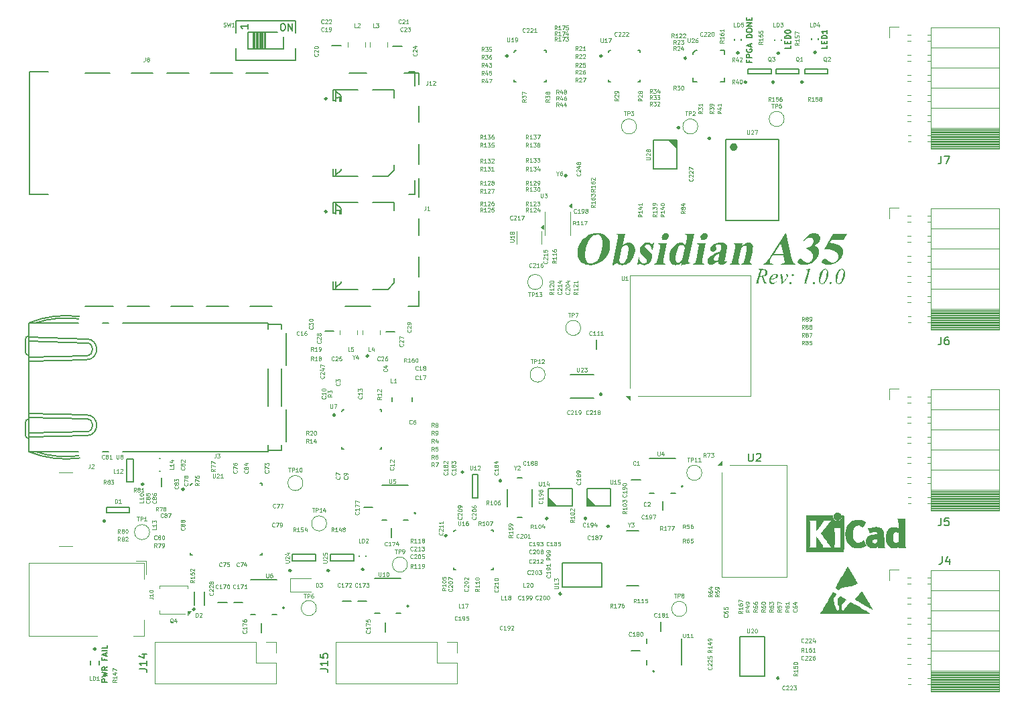
<source format=gbr>
%TF.GenerationSoftware,KiCad,Pcbnew,9.0.1*%
%TF.CreationDate,2025-05-15T18:24:47+02:00*%
%TF.ProjectId,Marble_Tiny,4d617262-6c65-45f5-9469-6e792e6b6963,rev?*%
%TF.SameCoordinates,Original*%
%TF.FileFunction,Legend,Top*%
%TF.FilePolarity,Positive*%
%FSLAX46Y46*%
G04 Gerber Fmt 4.6, Leading zero omitted, Abs format (unit mm)*
G04 Created by KiCad (PCBNEW 9.0.1) date 2025-05-15 18:24:47*
%MOMM*%
%LPD*%
G01*
G04 APERTURE LIST*
%ADD10C,0.150000*%
%ADD11C,0.187500*%
%ADD12C,0.600000*%
%ADD13C,0.100000*%
%ADD14C,0.178000*%
%ADD15C,0.200000*%
%ADD16C,0.120000*%
%ADD17C,0.250000*%
%ADD18C,0.127000*%
%ADD19C,0.010000*%
%ADD20C,0.500000*%
G04 APERTURE END LIST*
D10*
X199156533Y-58001316D02*
X199156533Y-58334649D01*
X199156533Y-58334649D02*
X198456533Y-58334649D01*
X198789866Y-57767982D02*
X198789866Y-57534649D01*
X199156533Y-57434649D02*
X199156533Y-57767982D01*
X199156533Y-57767982D02*
X198456533Y-57767982D01*
X198456533Y-57767982D02*
X198456533Y-57434649D01*
X199156533Y-57134649D02*
X198456533Y-57134649D01*
X198456533Y-57134649D02*
X198456533Y-56967982D01*
X198456533Y-56967982D02*
X198489866Y-56867982D01*
X198489866Y-56867982D02*
X198556533Y-56801316D01*
X198556533Y-56801316D02*
X198623200Y-56767982D01*
X198623200Y-56767982D02*
X198756533Y-56734649D01*
X198756533Y-56734649D02*
X198856533Y-56734649D01*
X198856533Y-56734649D02*
X198989866Y-56767982D01*
X198989866Y-56767982D02*
X199056533Y-56801316D01*
X199056533Y-56801316D02*
X199123200Y-56867982D01*
X199123200Y-56867982D02*
X199156533Y-56967982D01*
X199156533Y-56967982D02*
X199156533Y-57134649D01*
X198456533Y-56301316D02*
X198456533Y-56234649D01*
X198456533Y-56234649D02*
X198489866Y-56167982D01*
X198489866Y-56167982D02*
X198523200Y-56134649D01*
X198523200Y-56134649D02*
X198589866Y-56101316D01*
X198589866Y-56101316D02*
X198723200Y-56067982D01*
X198723200Y-56067982D02*
X198889866Y-56067982D01*
X198889866Y-56067982D02*
X199023200Y-56101316D01*
X199023200Y-56101316D02*
X199089866Y-56134649D01*
X199089866Y-56134649D02*
X199123200Y-56167982D01*
X199123200Y-56167982D02*
X199156533Y-56234649D01*
X199156533Y-56234649D02*
X199156533Y-56301316D01*
X199156533Y-56301316D02*
X199123200Y-56367982D01*
X199123200Y-56367982D02*
X199089866Y-56401316D01*
X199089866Y-56401316D02*
X199023200Y-56434649D01*
X199023200Y-56434649D02*
X198889866Y-56467982D01*
X198889866Y-56467982D02*
X198723200Y-56467982D01*
X198723200Y-56467982D02*
X198589866Y-56434649D01*
X198589866Y-56434649D02*
X198523200Y-56401316D01*
X198523200Y-56401316D02*
X198489866Y-56367982D01*
X198489866Y-56367982D02*
X198456533Y-56301316D01*
X112856533Y-138434649D02*
X112156533Y-138434649D01*
X112156533Y-138434649D02*
X112156533Y-138167982D01*
X112156533Y-138167982D02*
X112189866Y-138101316D01*
X112189866Y-138101316D02*
X112223200Y-138067982D01*
X112223200Y-138067982D02*
X112289866Y-138034649D01*
X112289866Y-138034649D02*
X112389866Y-138034649D01*
X112389866Y-138034649D02*
X112456533Y-138067982D01*
X112456533Y-138067982D02*
X112489866Y-138101316D01*
X112489866Y-138101316D02*
X112523200Y-138167982D01*
X112523200Y-138167982D02*
X112523200Y-138434649D01*
X112156533Y-137801316D02*
X112856533Y-137634649D01*
X112856533Y-137634649D02*
X112356533Y-137501316D01*
X112356533Y-137501316D02*
X112856533Y-137367982D01*
X112856533Y-137367982D02*
X112156533Y-137201316D01*
X112856533Y-136534649D02*
X112523200Y-136767982D01*
X112856533Y-136934649D02*
X112156533Y-136934649D01*
X112156533Y-136934649D02*
X112156533Y-136667982D01*
X112156533Y-136667982D02*
X112189866Y-136601316D01*
X112189866Y-136601316D02*
X112223200Y-136567982D01*
X112223200Y-136567982D02*
X112289866Y-136534649D01*
X112289866Y-136534649D02*
X112389866Y-136534649D01*
X112389866Y-136534649D02*
X112456533Y-136567982D01*
X112456533Y-136567982D02*
X112489866Y-136601316D01*
X112489866Y-136601316D02*
X112523200Y-136667982D01*
X112523200Y-136667982D02*
X112523200Y-136934649D01*
X112489866Y-135467983D02*
X112489866Y-135701316D01*
X112856533Y-135701316D02*
X112156533Y-135701316D01*
X112156533Y-135701316D02*
X112156533Y-135367983D01*
X112656533Y-135134649D02*
X112656533Y-134801316D01*
X112856533Y-135201316D02*
X112156533Y-134967983D01*
X112156533Y-134967983D02*
X112856533Y-134734649D01*
X112856533Y-134501316D02*
X112156533Y-134501316D01*
X112856533Y-133834650D02*
X112856533Y-134167983D01*
X112856533Y-134167983D02*
X112156533Y-134167983D01*
D11*
G36*
X195845872Y-86266602D02*
G01*
X195966303Y-86290654D01*
X196058011Y-86326538D01*
X196126814Y-86372334D01*
X196185444Y-86434214D01*
X196226773Y-86503922D01*
X196252014Y-86583047D01*
X196260781Y-86673974D01*
X196246002Y-86788003D01*
X196201353Y-86895980D01*
X196123517Y-87000893D01*
X196050788Y-87066426D01*
X195965165Y-87119591D01*
X195864770Y-87160509D01*
X195747138Y-87188471D01*
X195927390Y-87731912D01*
X195977835Y-87866083D01*
X196021348Y-87948351D01*
X196058548Y-87994106D01*
X196106177Y-88026320D01*
X196174541Y-88050112D01*
X196270307Y-88063105D01*
X196255286Y-88110000D01*
X195812718Y-88110000D01*
X195516207Y-87211186D01*
X195411951Y-87206847D01*
X195303105Y-87190792D01*
X195143248Y-87750108D01*
X195118778Y-87856847D01*
X195111741Y-87936221D01*
X195121962Y-87988588D01*
X195151430Y-88027201D01*
X195195005Y-88045679D01*
X195315317Y-88063105D01*
X195303105Y-88110000D01*
X194585764Y-88110000D01*
X194600785Y-88063105D01*
X194693564Y-88054532D01*
X194737438Y-88042344D01*
X194787202Y-88013734D01*
X194819382Y-87978719D01*
X194859559Y-87900119D01*
X194910973Y-87749253D01*
X195096886Y-87105184D01*
X195326308Y-87105184D01*
X195482013Y-87117397D01*
X195598842Y-87108393D01*
X195697757Y-87082961D01*
X195781886Y-87042531D01*
X195853628Y-86987215D01*
X195913699Y-86917765D01*
X195955900Y-86841735D01*
X195981482Y-86757697D01*
X195990282Y-86663593D01*
X195979804Y-86566282D01*
X195950876Y-86490739D01*
X195904919Y-86431929D01*
X195843076Y-86389419D01*
X195759867Y-86361722D01*
X195648709Y-86351451D01*
X195544905Y-86362320D01*
X195326308Y-87105184D01*
X195096886Y-87105184D01*
X195234717Y-86627690D01*
X195260660Y-86520979D01*
X195267568Y-86453789D01*
X195254974Y-86396048D01*
X195216277Y-86346933D01*
X195157351Y-86315417D01*
X195069487Y-86304556D01*
X195085851Y-86257662D01*
X195689741Y-86257662D01*
X195845872Y-86266602D01*
G37*
G36*
X197374185Y-86875059D02*
G01*
X197443615Y-86895669D01*
X197493597Y-86926521D01*
X197533185Y-86969620D01*
X197555785Y-87015864D01*
X197563328Y-87066960D01*
X197553863Y-87139967D01*
X197524753Y-87212289D01*
X197473203Y-87285802D01*
X197386664Y-87366867D01*
X197271964Y-87440543D01*
X197123447Y-87506109D01*
X196954203Y-87553231D01*
X196693091Y-87594159D01*
X196683443Y-87705533D01*
X196693102Y-87781554D01*
X196721438Y-87848534D01*
X196769539Y-87908866D01*
X196831143Y-87955537D01*
X196900029Y-87983264D01*
X196978611Y-87992763D01*
X197074958Y-87982861D01*
X197167777Y-87953073D01*
X197267105Y-87898032D01*
X197437665Y-87777341D01*
X197466364Y-87816908D01*
X197324439Y-87944663D01*
X197193576Y-88035821D01*
X197072022Y-88096187D01*
X196957812Y-88130306D01*
X196848796Y-88141263D01*
X196750481Y-88132495D01*
X196669764Y-88107936D01*
X196603163Y-88068941D01*
X196548255Y-88015111D01*
X196491441Y-87926824D01*
X196458242Y-87834733D01*
X196447138Y-87736674D01*
X196460278Y-87603546D01*
X196483730Y-87523817D01*
X196702616Y-87523817D01*
X196894345Y-87490370D01*
X197031856Y-87444560D01*
X197139824Y-87387990D01*
X197222454Y-87328022D01*
X197283914Y-87264919D01*
X197333012Y-87191932D01*
X197359631Y-87126392D01*
X197367934Y-87066106D01*
X197358576Y-87013436D01*
X197331664Y-86973171D01*
X197289691Y-86947178D01*
X197228593Y-86937634D01*
X197140718Y-86951831D01*
X197043532Y-86998172D01*
X196932815Y-87085889D01*
X196863729Y-87163547D01*
X196801968Y-87260272D01*
X196747930Y-87379132D01*
X196702616Y-87523817D01*
X196483730Y-87523817D01*
X196501038Y-87464974D01*
X196572801Y-87318531D01*
X196665583Y-87184183D01*
X196770565Y-87074163D01*
X196888363Y-86985994D01*
X197018958Y-86918943D01*
X197148519Y-86880079D01*
X197279152Y-86867292D01*
X197374185Y-86875059D01*
G37*
G36*
X197662491Y-86945450D02*
G01*
X198057309Y-86867292D01*
X198095605Y-86969967D01*
X198125575Y-87074532D01*
X198157972Y-87236934D01*
X198185781Y-87442240D01*
X198215823Y-87895066D01*
X198419399Y-87660471D01*
X198627128Y-87372264D01*
X198666975Y-87300642D01*
X198689898Y-87244647D01*
X198704919Y-87166489D01*
X198692327Y-87132468D01*
X198641416Y-87084057D01*
X198592472Y-87032445D01*
X198577913Y-86979766D01*
X198586371Y-86938857D01*
X198612718Y-86901608D01*
X198650984Y-86875816D01*
X198695394Y-86867292D01*
X198748604Y-86878781D01*
X198796510Y-86914675D01*
X198829065Y-86966989D01*
X198840230Y-87031912D01*
X198834731Y-87100629D01*
X198818370Y-87166245D01*
X198771598Y-87273887D01*
X198685746Y-87420624D01*
X198570831Y-87581154D01*
X198372993Y-87823136D01*
X198069644Y-88141263D01*
X198019085Y-88141263D01*
X197991910Y-87663889D01*
X197957170Y-87351561D01*
X197919459Y-87160750D01*
X197882431Y-87054626D01*
X197854393Y-87015395D01*
X197817582Y-86992560D01*
X197769103Y-86984528D01*
X197672138Y-86996741D01*
X197662491Y-86945450D01*
G37*
G36*
X199439480Y-86867292D02*
G01*
X199492790Y-86877259D01*
X199537787Y-86907103D01*
X199568587Y-86951066D01*
X199578820Y-87003335D01*
X199568605Y-87055836D01*
X199537787Y-87100422D01*
X199492742Y-87130744D01*
X199439480Y-87140844D01*
X199386091Y-87130742D01*
X199340928Y-87100422D01*
X199310205Y-87055846D01*
X199300017Y-87003335D01*
X199310223Y-86951056D01*
X199340928Y-86907103D01*
X199386044Y-86877260D01*
X199439480Y-86867292D01*
G37*
G36*
X199149808Y-87867711D02*
G01*
X199202858Y-87877801D01*
X199246772Y-87907889D01*
X199276509Y-87952236D01*
X199286461Y-88005219D01*
X199276443Y-88056895D01*
X199246161Y-88101085D01*
X199201829Y-88131257D01*
X199149808Y-88141263D01*
X199096631Y-88131196D01*
X199052110Y-88101085D01*
X199021829Y-88056895D01*
X199011810Y-88005219D01*
X199021897Y-87952283D01*
X199052110Y-87907889D01*
X199096631Y-87877777D01*
X199149808Y-87867711D01*
G37*
G36*
X201644748Y-86218583D02*
G01*
X201204867Y-87750596D01*
X201174268Y-87878811D01*
X201166643Y-87948311D01*
X201175695Y-87994213D01*
X201201448Y-88026468D01*
X201248676Y-88046467D01*
X201364724Y-88063105D01*
X201351046Y-88110000D01*
X200647383Y-88110000D01*
X200666556Y-88063105D01*
X200768983Y-88055953D01*
X200814078Y-88045153D01*
X200865469Y-88015180D01*
X200900174Y-87978719D01*
X200941033Y-87901159D01*
X200991765Y-87750596D01*
X201308670Y-86648450D01*
X201340177Y-86531946D01*
X201344207Y-86477847D01*
X201337282Y-86433373D01*
X201318196Y-86401765D01*
X201288321Y-86381384D01*
X201247243Y-86374166D01*
X201136479Y-86390530D01*
X201118771Y-86343635D01*
X201579169Y-86218583D01*
X201644748Y-86218583D01*
G37*
G36*
X202107955Y-87867711D02*
G01*
X202162307Y-87877784D01*
X202206995Y-87907644D01*
X202237212Y-87951803D01*
X202247295Y-88004487D01*
X202237053Y-88057113D01*
X202206263Y-88101329D01*
X202161255Y-88131269D01*
X202107955Y-88141263D01*
X202054759Y-88131249D01*
X202010258Y-88101329D01*
X201980041Y-88057171D01*
X201969958Y-88004487D01*
X201980041Y-87951803D01*
X202010258Y-87907644D01*
X202054759Y-87877724D01*
X202107955Y-87867711D01*
G37*
G36*
X203626288Y-86227672D02*
G01*
X203702068Y-86254390D01*
X203771872Y-86299304D01*
X203836950Y-86364762D01*
X203884958Y-86439580D01*
X203922375Y-86537531D01*
X203947296Y-86664204D01*
X203956507Y-86826259D01*
X203946904Y-87005293D01*
X203917640Y-87188859D01*
X203867725Y-87378004D01*
X203798908Y-87560702D01*
X203715423Y-87722452D01*
X203617620Y-87865390D01*
X203526447Y-87967935D01*
X203436926Y-88045055D01*
X203348464Y-88100352D01*
X203261965Y-88130610D01*
X203158565Y-88141263D01*
X203073369Y-88132125D01*
X202996702Y-88105335D01*
X202926490Y-88060440D01*
X202861444Y-87995205D01*
X202813473Y-87920343D01*
X202776052Y-87822176D01*
X202773868Y-87811046D01*
X202946807Y-87811046D01*
X202954757Y-87904190D01*
X202976028Y-87973251D01*
X203008234Y-88023904D01*
X203053016Y-88063631D01*
X203102065Y-88086616D01*
X203157222Y-88094368D01*
X203234707Y-88080561D01*
X203299249Y-88039658D01*
X203367305Y-87963019D01*
X203435185Y-87857693D01*
X203502513Y-87717319D01*
X203568405Y-87534563D01*
X203654829Y-87228779D01*
X203710661Y-86972785D01*
X203740930Y-86760069D01*
X203750122Y-86584581D01*
X203742012Y-86484845D01*
X203720562Y-86412493D01*
X203688572Y-86360854D01*
X203643846Y-86319962D01*
X203596184Y-86296676D01*
X203543859Y-86288925D01*
X203466737Y-86303483D01*
X203383269Y-86351207D01*
X203335647Y-86398727D01*
X203280067Y-86480850D01*
X203215230Y-86610593D01*
X203134661Y-86823100D01*
X203049267Y-87118374D01*
X202989301Y-87392572D01*
X202956722Y-87621377D01*
X202946807Y-87811046D01*
X202773868Y-87811046D01*
X202751110Y-87695054D01*
X202741887Y-87532243D01*
X202754955Y-87325786D01*
X202794624Y-87116899D01*
X202862177Y-86904050D01*
X202942475Y-86720591D01*
X203029493Y-86568728D01*
X203122553Y-86444422D01*
X203221458Y-86344246D01*
X203322653Y-86273492D01*
X203428739Y-86232341D01*
X203542515Y-86218583D01*
X203626288Y-86227672D01*
G37*
G36*
X204206489Y-87867711D02*
G01*
X204260841Y-87877784D01*
X204305530Y-87907644D01*
X204335747Y-87951803D01*
X204345830Y-88004487D01*
X204335588Y-88057113D01*
X204304797Y-88101329D01*
X204259790Y-88131269D01*
X204206489Y-88141263D01*
X204153293Y-88131249D01*
X204108792Y-88101329D01*
X204078575Y-88057171D01*
X204068492Y-88004487D01*
X204078575Y-87951803D01*
X204108792Y-87907644D01*
X204153293Y-87877724D01*
X204206489Y-87867711D01*
G37*
G36*
X205724822Y-86227672D02*
G01*
X205800602Y-86254390D01*
X205870406Y-86299304D01*
X205935484Y-86364762D01*
X205983492Y-86439580D01*
X206020910Y-86537531D01*
X206045831Y-86664204D01*
X206055041Y-86826259D01*
X206045438Y-87005293D01*
X206016174Y-87188859D01*
X205966259Y-87378004D01*
X205897442Y-87560702D01*
X205813957Y-87722452D01*
X205716154Y-87865390D01*
X205624982Y-87967935D01*
X205535461Y-88045055D01*
X205446999Y-88100352D01*
X205360500Y-88130610D01*
X205257100Y-88141263D01*
X205171904Y-88132125D01*
X205095236Y-88105335D01*
X205025024Y-88060440D01*
X204959979Y-87995205D01*
X204912007Y-87920343D01*
X204874587Y-87822176D01*
X204872403Y-87811046D01*
X205045341Y-87811046D01*
X205053292Y-87904190D01*
X205074563Y-87973251D01*
X205106769Y-88023904D01*
X205151551Y-88063631D01*
X205200600Y-88086616D01*
X205255757Y-88094368D01*
X205333242Y-88080561D01*
X205397784Y-88039658D01*
X205465839Y-87963019D01*
X205533720Y-87857693D01*
X205601048Y-87717319D01*
X205666939Y-87534563D01*
X205753363Y-87228779D01*
X205809195Y-86972785D01*
X205839464Y-86760069D01*
X205848656Y-86584581D01*
X205840546Y-86484845D01*
X205819096Y-86412493D01*
X205787107Y-86360854D01*
X205742381Y-86319962D01*
X205694719Y-86296676D01*
X205642393Y-86288925D01*
X205565271Y-86303483D01*
X205481803Y-86351207D01*
X205434181Y-86398727D01*
X205378601Y-86480850D01*
X205313764Y-86610593D01*
X205233195Y-86823100D01*
X205147801Y-87118374D01*
X205087835Y-87392572D01*
X205055256Y-87621377D01*
X205045341Y-87811046D01*
X204872403Y-87811046D01*
X204849645Y-87695054D01*
X204840422Y-87532243D01*
X204853489Y-87325786D01*
X204893159Y-87116899D01*
X204960711Y-86904050D01*
X205041009Y-86720591D01*
X205128028Y-86568728D01*
X205221087Y-86444422D01*
X205319993Y-86344246D01*
X205421188Y-86273492D01*
X205527274Y-86232341D01*
X205641050Y-86218583D01*
X205724822Y-86227672D01*
G37*
D12*
G36*
X175058613Y-81759943D02*
G01*
X175371170Y-81824003D01*
X175636369Y-81933642D01*
X175862139Y-82087322D01*
X176053845Y-82287458D01*
X176205064Y-82522743D01*
X176308123Y-82778969D01*
X176364131Y-83060812D01*
X176370911Y-83374188D01*
X176323122Y-83725914D01*
X176222395Y-84083457D01*
X176074393Y-84416977D01*
X175877787Y-84729801D01*
X175629412Y-85024346D01*
X175326126Y-85295555D01*
X175004258Y-85501926D01*
X174660684Y-85648583D01*
X174290869Y-85737636D01*
X173889108Y-85768065D01*
X173540196Y-85745216D01*
X173244400Y-85680890D01*
X172993292Y-85579583D01*
X172779954Y-85443158D01*
X172599339Y-85270723D01*
X172448600Y-85058711D01*
X172318361Y-84773999D01*
X172296400Y-84680283D01*
X173197780Y-84680283D01*
X173241109Y-84988725D01*
X173326446Y-85222585D01*
X173426257Y-85366740D01*
X173554830Y-85468354D01*
X173717677Y-85531842D01*
X173925012Y-85554695D01*
X174113456Y-85538244D01*
X174283037Y-85490376D01*
X174437409Y-85411593D01*
X174611662Y-85273458D01*
X174780327Y-85081762D01*
X174943651Y-84826106D01*
X175073270Y-84551013D01*
X175192853Y-84205415D01*
X175299354Y-83776949D01*
X175388311Y-83254019D01*
X175415266Y-82881483D01*
X175398602Y-82624696D01*
X175338222Y-82377019D01*
X175254885Y-82202946D01*
X175152918Y-82084859D01*
X175022003Y-81998898D01*
X174868100Y-81945989D01*
X174685144Y-81927395D01*
X174488320Y-81947737D01*
X174302384Y-82008472D01*
X174123535Y-82111801D01*
X173949118Y-82263258D01*
X173777807Y-82471336D01*
X173641300Y-82695913D01*
X173512905Y-82977754D01*
X173394626Y-83326741D01*
X173289260Y-83753868D01*
X173208278Y-84276610D01*
X173197780Y-84680283D01*
X172296400Y-84680283D01*
X172245316Y-84462283D01*
X172231029Y-84116593D01*
X172281392Y-83728735D01*
X172374337Y-83393529D01*
X172507271Y-83084792D01*
X172680593Y-82799273D01*
X172896206Y-82534524D01*
X173157442Y-82288997D01*
X173449333Y-82077986D01*
X173745692Y-81921616D01*
X174048920Y-81815525D01*
X174362076Y-81757354D01*
X174688735Y-81746851D01*
X175058613Y-81759943D01*
G37*
G36*
X177931352Y-83278657D02*
G01*
X178146183Y-83116639D01*
X178348277Y-83009207D01*
X178540861Y-82948270D01*
X178727644Y-82928595D01*
X178901696Y-82946942D01*
X179058470Y-83000712D01*
X179202086Y-83090675D01*
X179321521Y-83210492D01*
X179414137Y-83361692D01*
X179479827Y-83550499D01*
X179510641Y-83749897D01*
X179509436Y-83977282D01*
X179471620Y-84238055D01*
X179393149Y-84523066D01*
X179281056Y-84787752D01*
X179134895Y-85034604D01*
X178957554Y-85259527D01*
X178767460Y-85439863D01*
X178563770Y-85580340D01*
X178340919Y-85685122D01*
X178111048Y-85747246D01*
X177870828Y-85768065D01*
X177667245Y-85749565D01*
X177506406Y-85698566D01*
X177364648Y-85610071D01*
X177227896Y-85472629D01*
X176731399Y-85768065D01*
X176635997Y-85768065D01*
X176755659Y-85192580D01*
X177550003Y-85192580D01*
X177567145Y-85349749D01*
X177627709Y-85466474D01*
X177729360Y-85543490D01*
X177878265Y-85571108D01*
X178015231Y-85550430D01*
X178141132Y-85488016D01*
X178250875Y-85377475D01*
X178380917Y-85158215D01*
X178490602Y-84859698D01*
X178634551Y-84269086D01*
X178699049Y-83848292D01*
X178698807Y-83582297D01*
X178658914Y-83423297D01*
X178595812Y-83330056D01*
X178511378Y-83275936D01*
X178398613Y-83256858D01*
X178247300Y-83282935D01*
X178076600Y-83369207D01*
X177878009Y-83535112D01*
X177630017Y-84727884D01*
X177550003Y-85192580D01*
X176755659Y-85192580D01*
X177345865Y-82354136D01*
X177384008Y-82137941D01*
X177387154Y-82061521D01*
X177364881Y-81988225D01*
X177324066Y-81939961D01*
X177259362Y-81911320D01*
X177129930Y-81894569D01*
X177150190Y-81796090D01*
X178239354Y-81796090D01*
X177931352Y-83278657D01*
G37*
G36*
X181909481Y-82945009D02*
G01*
X181760481Y-83864143D01*
X181664823Y-83864143D01*
X181593121Y-83582137D01*
X181513803Y-83396619D01*
X181430936Y-83281734D01*
X181322667Y-83192449D01*
X181212593Y-83142068D01*
X181097288Y-83125553D01*
X180987671Y-83144970D01*
X180884174Y-83205054D01*
X180804008Y-83292472D01*
X180764666Y-83388163D01*
X180762734Y-83464077D01*
X180789542Y-83538189D01*
X180896904Y-83669006D01*
X181207821Y-83943388D01*
X181436321Y-84147453D01*
X181575379Y-84306809D01*
X181649436Y-84430909D01*
X181692564Y-84566919D01*
X181705703Y-84715105D01*
X181686878Y-84879449D01*
X181614886Y-85098463D01*
X181485561Y-85321064D01*
X181312653Y-85513177D01*
X181107803Y-85652660D01*
X180878995Y-85739497D01*
X180643363Y-85768065D01*
X180445714Y-85742634D01*
X180165331Y-85651122D01*
X180056594Y-85620347D01*
X179971689Y-85648458D01*
X179875024Y-85751652D01*
X179782444Y-85751652D01*
X179938881Y-84783278D01*
X180034282Y-84783278D01*
X180083153Y-85039957D01*
X180159104Y-85232363D01*
X180257655Y-85374150D01*
X180386687Y-85488785D01*
X180510533Y-85551237D01*
X180633618Y-85571108D01*
X180760475Y-85549785D01*
X180871352Y-85485965D01*
X180955796Y-85390803D01*
X180999836Y-85279775D01*
X181005342Y-85148003D01*
X180965471Y-85040246D01*
X180874624Y-84931994D01*
X180653108Y-84734551D01*
X180329224Y-84437307D01*
X180194567Y-84267034D01*
X180125978Y-84105039D01*
X180100259Y-83932819D01*
X180118143Y-83744892D01*
X180181464Y-83547596D01*
X180288508Y-83360654D01*
X180444354Y-83181204D01*
X180631810Y-83041863D01*
X180847993Y-82957788D01*
X181101392Y-82928595D01*
X181306601Y-82955102D01*
X181492229Y-83033742D01*
X181558433Y-83067069D01*
X181607121Y-83076314D01*
X181692520Y-83056566D01*
X181813824Y-82945009D01*
X181909481Y-82945009D01*
G37*
G36*
X183423592Y-81714025D02*
G01*
X183538673Y-81729325D01*
X183630582Y-81772671D01*
X183704923Y-81844560D01*
X183755222Y-81935850D01*
X183775992Y-82038845D01*
X183765959Y-82158718D01*
X183699725Y-82327101D01*
X183573361Y-82471336D01*
X183410054Y-82569020D01*
X183239200Y-82600333D01*
X183125860Y-82585271D01*
X183034632Y-82542473D01*
X182960177Y-82471336D01*
X182909879Y-82380852D01*
X182889003Y-82278392D01*
X182898885Y-82158718D01*
X182965026Y-81989779D01*
X183090457Y-81844560D01*
X183253013Y-81745701D01*
X183423592Y-81714025D01*
G37*
G36*
X183546946Y-83010661D02*
G01*
X183106613Y-85127953D01*
X183073514Y-85390810D01*
X183094816Y-85495966D01*
X183166300Y-85554307D01*
X183328447Y-85587521D01*
X183307930Y-85686000D01*
X181890760Y-85686000D01*
X181911277Y-85587521D01*
X182072533Y-85557047D01*
X182191069Y-85482887D01*
X182249050Y-85385270D01*
X182320835Y-85127953D01*
X182644994Y-83568707D01*
X182678304Y-83305844D01*
X182657048Y-83200694D01*
X182586109Y-83142259D01*
X182426495Y-83109140D01*
X182447011Y-83010661D01*
X183546946Y-83010661D01*
G37*
G36*
X186314352Y-84898170D02*
G01*
X186255368Y-85261823D01*
X186272349Y-85345296D01*
X186312301Y-85399796D01*
X186380424Y-85433357D01*
X186521055Y-85456216D01*
X186500539Y-85554695D01*
X185347517Y-85768065D01*
X185435994Y-85343376D01*
X185188484Y-85563509D01*
X185011304Y-85679332D01*
X184831491Y-85745860D01*
X184640471Y-85768065D01*
X184446351Y-85748582D01*
X184284905Y-85693436D01*
X184149310Y-85604342D01*
X184035290Y-85478620D01*
X183941631Y-85309524D01*
X183868591Y-85056820D01*
X183866907Y-85029218D01*
X184659448Y-85029218D01*
X184705814Y-85252472D01*
X184784598Y-85384921D01*
X184848491Y-85424644D01*
X184950268Y-85439803D01*
X185059937Y-85420855D01*
X185183975Y-85358038D01*
X185328682Y-85236931D01*
X185499595Y-85037168D01*
X185798108Y-83601533D01*
X185715959Y-83415122D01*
X185618488Y-83297005D01*
X185505845Y-83230203D01*
X185372137Y-83207618D01*
X185273723Y-83222246D01*
X185188771Y-83265321D01*
X185076777Y-83378551D01*
X184953602Y-83580760D01*
X184853384Y-83838383D01*
X184744078Y-84271650D01*
X184665933Y-84752798D01*
X184659448Y-85029218D01*
X183866907Y-85029218D01*
X183850260Y-84756347D01*
X183895982Y-84395518D01*
X183971445Y-84113035D01*
X184073925Y-83855589D01*
X184202958Y-83620511D01*
X184360903Y-83404814D01*
X184529792Y-83234288D01*
X184710226Y-83103498D01*
X184909298Y-83004207D01*
X185102386Y-82947181D01*
X185292636Y-82928595D01*
X185470673Y-82947929D01*
X185611153Y-83001685D01*
X185734590Y-83095344D01*
X185869659Y-83256858D01*
X186036868Y-82452615D01*
X186088661Y-82160752D01*
X186092006Y-82065624D01*
X186064664Y-81988202D01*
X186017890Y-81936628D01*
X185942528Y-81907887D01*
X185774258Y-81894569D01*
X185794518Y-81796090D01*
X186959080Y-81796090D01*
X186314352Y-84898170D01*
G37*
G36*
X188322908Y-81714025D02*
G01*
X188437989Y-81729325D01*
X188529899Y-81772671D01*
X188604239Y-81844560D01*
X188654538Y-81935850D01*
X188675308Y-82038845D01*
X188665275Y-82158718D01*
X188599041Y-82327101D01*
X188472677Y-82471336D01*
X188309371Y-82569020D01*
X188138517Y-82600333D01*
X188025176Y-82585271D01*
X187933948Y-82542473D01*
X187859494Y-82471336D01*
X187809195Y-82380852D01*
X187788319Y-82278392D01*
X187798201Y-82158718D01*
X187864342Y-81989779D01*
X187989773Y-81844560D01*
X188152329Y-81745701D01*
X188322908Y-81714025D01*
G37*
G36*
X188446263Y-83010661D02*
G01*
X188005929Y-85127953D01*
X187972830Y-85390810D01*
X187994132Y-85495966D01*
X188065616Y-85554307D01*
X188227763Y-85587521D01*
X188207247Y-85686000D01*
X186790076Y-85686000D01*
X186810593Y-85587521D01*
X186971849Y-85557047D01*
X187090385Y-85482887D01*
X187148366Y-85385270D01*
X187220151Y-85127953D01*
X187544310Y-83568707D01*
X187577620Y-83305844D01*
X187556364Y-83200694D01*
X187485425Y-83142259D01*
X187325811Y-83109140D01*
X187346327Y-83010661D01*
X188446263Y-83010661D01*
G37*
G36*
X190635328Y-82949305D02*
G01*
X190816270Y-83004665D01*
X190948750Y-83088367D01*
X191058324Y-83203297D01*
X191125989Y-83317733D01*
X191158531Y-83434325D01*
X191152683Y-83588968D01*
X191084672Y-83979804D01*
X190871557Y-85005624D01*
X190837962Y-85233100D01*
X190865659Y-85302343D01*
X190925669Y-85324911D01*
X190998013Y-85308309D01*
X191090057Y-85249000D01*
X191164173Y-85298240D01*
X190972878Y-85496768D01*
X190806931Y-85619065D01*
X190630328Y-85694107D01*
X190445329Y-85718826D01*
X190299641Y-85704642D01*
X190193611Y-85666742D01*
X190117323Y-85608807D01*
X190064662Y-85529083D01*
X190034879Y-85421297D01*
X190032437Y-85275672D01*
X189722939Y-85491556D01*
X189467216Y-85626261D01*
X189255471Y-85697419D01*
X189078424Y-85718826D01*
X188936063Y-85700938D01*
X188824487Y-85650847D01*
X188736313Y-85569056D01*
X188677384Y-85463861D01*
X188653010Y-85341160D01*
X188665788Y-85193862D01*
X188712766Y-85059098D01*
X189486311Y-85059098D01*
X189533119Y-85165652D01*
X189601703Y-85221987D01*
X189713407Y-85242845D01*
X189857655Y-85208841D01*
X190073213Y-85078714D01*
X190258374Y-84188815D01*
X190010096Y-84335269D01*
X189814148Y-84480006D01*
X189662885Y-84622994D01*
X189545581Y-84783172D01*
X189488496Y-84934330D01*
X189486311Y-85059098D01*
X188712766Y-85059098D01*
X188732052Y-85003773D01*
X188852883Y-84821812D01*
X189038161Y-84644536D01*
X189261747Y-84495029D01*
X189658703Y-84284503D01*
X190298637Y-83995192D01*
X190356083Y-83718990D01*
X190404244Y-83434315D01*
X190405322Y-83326870D01*
X190375467Y-83252822D01*
X190312486Y-83185820D01*
X190227974Y-83141131D01*
X190122965Y-83125553D01*
X189949536Y-83147550D01*
X189804961Y-83210696D01*
X189736148Y-83270584D01*
X189706226Y-83334051D01*
X189709918Y-83397578D01*
X189753157Y-83486898D01*
X189807856Y-83614594D01*
X189808808Y-83730787D01*
X189756197Y-83862930D01*
X189655191Y-83976214D01*
X189521973Y-84051960D01*
X189366423Y-84077514D01*
X189206268Y-84048863D01*
X189093042Y-83968520D01*
X189028467Y-83850420D01*
X189027133Y-83712835D01*
X189070496Y-83582411D01*
X189149011Y-83451516D01*
X189268970Y-83317894D01*
X189409644Y-83204881D01*
X189577115Y-83108441D01*
X189775212Y-83029126D01*
X190084502Y-82953445D01*
X190390961Y-82928595D01*
X190635328Y-82949305D01*
G37*
G36*
X193065273Y-83010661D02*
G01*
X192990132Y-83371750D01*
X193241064Y-83162833D01*
X193447391Y-83034255D01*
X193658345Y-82954444D01*
X193867721Y-82928595D01*
X194031945Y-82946356D01*
X194160432Y-82995563D01*
X194261379Y-83074005D01*
X194338916Y-83177713D01*
X194388644Y-83296677D01*
X194410893Y-83434838D01*
X194399912Y-83634325D01*
X194324724Y-84064691D01*
X194107250Y-85111540D01*
X194067945Y-85390413D01*
X194082630Y-85492632D01*
X194144434Y-85549136D01*
X194291641Y-85587521D01*
X194271125Y-85686000D01*
X192943970Y-85686000D01*
X192964487Y-85587521D01*
X193102613Y-85545464D01*
X193203503Y-85462884D01*
X193254195Y-85364000D01*
X193321472Y-85111540D01*
X193569464Y-83918768D01*
X193623454Y-83617705D01*
X193630500Y-83503311D01*
X193611638Y-83424962D01*
X193572798Y-83369954D01*
X193517091Y-83334523D01*
X193449443Y-83322510D01*
X193302478Y-83354342D01*
X193131638Y-83463494D01*
X192925249Y-83683599D01*
X192628531Y-85111540D01*
X192590392Y-85383443D01*
X192604680Y-85488529D01*
X192663213Y-85549352D01*
X192787533Y-85587521D01*
X192767016Y-85686000D01*
X191439605Y-85686000D01*
X191460122Y-85587521D01*
X191613954Y-85550075D01*
X191718115Y-85479810D01*
X191769467Y-85385019D01*
X191842496Y-85111540D01*
X192159731Y-83585120D01*
X192198523Y-83308152D01*
X192183581Y-83206593D01*
X192121945Y-83149827D01*
X191975340Y-83109140D01*
X191995856Y-83010661D01*
X193065273Y-83010661D01*
G37*
G36*
X199311491Y-84899452D02*
G01*
X199426290Y-85315956D01*
X199513065Y-85482118D01*
X199607346Y-85551242D01*
X199760800Y-85587521D01*
X199740284Y-85686000D01*
X197899193Y-85686000D01*
X197919710Y-85587521D01*
X197995621Y-85587521D01*
X198200404Y-85568611D01*
X198320549Y-85522638D01*
X198378503Y-85465553D01*
X198410565Y-85386717D01*
X198416463Y-85277467D01*
X198378251Y-85056146D01*
X198277465Y-84569907D01*
X196933128Y-84569907D01*
X196692060Y-84959719D01*
X196591617Y-85145895D01*
X196547932Y-85275159D01*
X196541911Y-85380203D01*
X196568512Y-85458194D01*
X196626151Y-85518021D01*
X196721550Y-85552790D01*
X196985444Y-85587521D01*
X196964928Y-85686000D01*
X195699066Y-85686000D01*
X195719583Y-85587521D01*
X195918391Y-85527473D01*
X196092981Y-85410823D01*
X196261447Y-85221688D01*
X196542803Y-84812770D01*
X196838073Y-84356537D01*
X197075717Y-84356537D01*
X198226174Y-84356537D01*
X197932789Y-83040923D01*
X197075717Y-84356537D01*
X196838073Y-84356537D01*
X198548281Y-81714025D01*
X198601624Y-81714025D01*
X199311491Y-84899452D01*
G37*
G36*
X201156941Y-83716425D02*
G01*
X201173867Y-83634360D01*
X201486633Y-83534347D01*
X201653951Y-83457919D01*
X201786250Y-83358617D01*
X201919125Y-83208388D01*
X202023440Y-83035625D01*
X202079666Y-82868072D01*
X202092007Y-82713029D01*
X202063329Y-82579017D01*
X201994780Y-82459283D01*
X201894232Y-82365812D01*
X201768015Y-82308782D01*
X201608046Y-82288484D01*
X201424968Y-82312303D01*
X201240746Y-82386067D01*
X201050502Y-82517590D01*
X200850734Y-82719841D01*
X200754563Y-82682399D01*
X200973031Y-82374975D01*
X201195636Y-82136351D01*
X201422885Y-81956887D01*
X201675567Y-81819341D01*
X201925231Y-81740040D01*
X202176350Y-81714025D01*
X202371881Y-81731042D01*
X202533231Y-81778773D01*
X202667034Y-81854547D01*
X202777993Y-81958939D01*
X202884817Y-82131382D01*
X202930478Y-82319078D01*
X202915710Y-82531347D01*
X202844291Y-82736849D01*
X202710802Y-82942700D01*
X202525741Y-83123522D01*
X202263801Y-83291479D01*
X202447524Y-83414042D01*
X202584248Y-83548006D01*
X202681053Y-83694114D01*
X202738988Y-83857652D01*
X202757134Y-84054343D01*
X202728754Y-84293962D01*
X202641976Y-84583918D01*
X202507533Y-84850393D01*
X202323008Y-85097139D01*
X202083257Y-85326450D01*
X201812926Y-85511360D01*
X201518982Y-85643303D01*
X201196808Y-85723915D01*
X200840476Y-85751652D01*
X200520451Y-85728430D01*
X200307053Y-85669480D01*
X200170359Y-85585982D01*
X200098934Y-85500669D01*
X200066785Y-85403171D01*
X200072650Y-85286443D01*
X200120814Y-85163664D01*
X200212418Y-85058454D01*
X200329790Y-84986306D01*
X200445535Y-84963822D01*
X200534292Y-84974211D01*
X200611205Y-85004342D01*
X200876892Y-85258489D01*
X201037837Y-85392521D01*
X201190911Y-85465761D01*
X201341332Y-85489042D01*
X201473719Y-85471371D01*
X201602904Y-85417253D01*
X201732426Y-85321577D01*
X201839830Y-85200696D01*
X201918612Y-85060169D01*
X201969647Y-84896375D01*
X201992574Y-84638849D01*
X201952949Y-84400375D01*
X201850652Y-84173172D01*
X201738059Y-84026723D01*
X201589337Y-83901856D01*
X201398459Y-83797852D01*
X201156941Y-83716425D01*
G37*
G36*
X204519323Y-81796090D02*
G01*
X206301172Y-81796090D01*
X205860839Y-82551094D01*
X204362372Y-82551094D01*
X204137205Y-82945009D01*
X204536241Y-82981127D01*
X204864522Y-83051758D01*
X205133052Y-83151498D01*
X205351312Y-83276940D01*
X205526934Y-83426887D01*
X205674106Y-83621109D01*
X205762097Y-83833312D01*
X205794252Y-84070085D01*
X205766720Y-84340380D01*
X205698993Y-84565677D01*
X205586926Y-84793240D01*
X205425122Y-85025628D01*
X205232132Y-85232322D01*
X205009319Y-85408696D01*
X204753722Y-85555977D01*
X204479935Y-85665335D01*
X204202581Y-85730076D01*
X203918705Y-85751652D01*
X203611611Y-85728033D01*
X203392664Y-85666175D01*
X203239869Y-85575211D01*
X203158692Y-85483834D01*
X203122550Y-85390864D01*
X203124977Y-85290546D01*
X203170373Y-85177382D01*
X203260898Y-85074354D01*
X203376907Y-85002646D01*
X203492220Y-84980235D01*
X203599853Y-84991015D01*
X203704822Y-85023576D01*
X203820893Y-85088618D01*
X204042316Y-85250539D01*
X204188987Y-85350906D01*
X204304413Y-85407489D01*
X204389144Y-85431231D01*
X204494190Y-85439803D01*
X204641651Y-85421482D01*
X204782789Y-85366035D01*
X204921188Y-85269517D01*
X205037442Y-85146331D01*
X205118506Y-85010879D01*
X205167384Y-84860471D01*
X205186087Y-84672974D01*
X205162726Y-84506255D01*
X205099336Y-84354365D01*
X204992919Y-84212904D01*
X204835788Y-84079565D01*
X204616285Y-83955437D01*
X204351749Y-83861527D01*
X204033718Y-83800989D01*
X203652248Y-83779257D01*
X203424260Y-83782078D01*
X204519323Y-81796090D01*
G37*
D10*
X203756533Y-58001316D02*
X203756533Y-58334649D01*
X203756533Y-58334649D02*
X203056533Y-58334649D01*
X203389866Y-57767982D02*
X203389866Y-57534649D01*
X203756533Y-57434649D02*
X203756533Y-57767982D01*
X203756533Y-57767982D02*
X203056533Y-57767982D01*
X203056533Y-57767982D02*
X203056533Y-57434649D01*
X203756533Y-57134649D02*
X203056533Y-57134649D01*
X203056533Y-57134649D02*
X203056533Y-56967982D01*
X203056533Y-56967982D02*
X203089866Y-56867982D01*
X203089866Y-56867982D02*
X203156533Y-56801316D01*
X203156533Y-56801316D02*
X203223200Y-56767982D01*
X203223200Y-56767982D02*
X203356533Y-56734649D01*
X203356533Y-56734649D02*
X203456533Y-56734649D01*
X203456533Y-56734649D02*
X203589866Y-56767982D01*
X203589866Y-56767982D02*
X203656533Y-56801316D01*
X203656533Y-56801316D02*
X203723200Y-56867982D01*
X203723200Y-56867982D02*
X203756533Y-56967982D01*
X203756533Y-56967982D02*
X203756533Y-57134649D01*
X203756533Y-56067982D02*
X203756533Y-56467982D01*
X203756533Y-56267982D02*
X203056533Y-56267982D01*
X203056533Y-56267982D02*
X203156533Y-56334649D01*
X203156533Y-56334649D02*
X203223200Y-56401316D01*
X203223200Y-56401316D02*
X203256533Y-56467982D01*
X193939866Y-59901316D02*
X193939866Y-60134649D01*
X194306533Y-60134649D02*
X193606533Y-60134649D01*
X193606533Y-60134649D02*
X193606533Y-59801316D01*
X194306533Y-59534649D02*
X193606533Y-59534649D01*
X193606533Y-59534649D02*
X193606533Y-59267982D01*
X193606533Y-59267982D02*
X193639866Y-59201316D01*
X193639866Y-59201316D02*
X193673200Y-59167982D01*
X193673200Y-59167982D02*
X193739866Y-59134649D01*
X193739866Y-59134649D02*
X193839866Y-59134649D01*
X193839866Y-59134649D02*
X193906533Y-59167982D01*
X193906533Y-59167982D02*
X193939866Y-59201316D01*
X193939866Y-59201316D02*
X193973200Y-59267982D01*
X193973200Y-59267982D02*
X193973200Y-59534649D01*
X193639866Y-58467982D02*
X193606533Y-58534649D01*
X193606533Y-58534649D02*
X193606533Y-58634649D01*
X193606533Y-58634649D02*
X193639866Y-58734649D01*
X193639866Y-58734649D02*
X193706533Y-58801316D01*
X193706533Y-58801316D02*
X193773200Y-58834649D01*
X193773200Y-58834649D02*
X193906533Y-58867982D01*
X193906533Y-58867982D02*
X194006533Y-58867982D01*
X194006533Y-58867982D02*
X194139866Y-58834649D01*
X194139866Y-58834649D02*
X194206533Y-58801316D01*
X194206533Y-58801316D02*
X194273200Y-58734649D01*
X194273200Y-58734649D02*
X194306533Y-58634649D01*
X194306533Y-58634649D02*
X194306533Y-58567982D01*
X194306533Y-58567982D02*
X194273200Y-58467982D01*
X194273200Y-58467982D02*
X194239866Y-58434649D01*
X194239866Y-58434649D02*
X194006533Y-58434649D01*
X194006533Y-58434649D02*
X194006533Y-58567982D01*
X194106533Y-58167982D02*
X194106533Y-57834649D01*
X194306533Y-58234649D02*
X193606533Y-58001316D01*
X193606533Y-58001316D02*
X194306533Y-57767982D01*
X194306533Y-57001316D02*
X193606533Y-57001316D01*
X193606533Y-57001316D02*
X193606533Y-56834649D01*
X193606533Y-56834649D02*
X193639866Y-56734649D01*
X193639866Y-56734649D02*
X193706533Y-56667983D01*
X193706533Y-56667983D02*
X193773200Y-56634649D01*
X193773200Y-56634649D02*
X193906533Y-56601316D01*
X193906533Y-56601316D02*
X194006533Y-56601316D01*
X194006533Y-56601316D02*
X194139866Y-56634649D01*
X194139866Y-56634649D02*
X194206533Y-56667983D01*
X194206533Y-56667983D02*
X194273200Y-56734649D01*
X194273200Y-56734649D02*
X194306533Y-56834649D01*
X194306533Y-56834649D02*
X194306533Y-57001316D01*
X193606533Y-56167983D02*
X193606533Y-56034649D01*
X193606533Y-56034649D02*
X193639866Y-55967983D01*
X193639866Y-55967983D02*
X193706533Y-55901316D01*
X193706533Y-55901316D02*
X193839866Y-55867983D01*
X193839866Y-55867983D02*
X194073200Y-55867983D01*
X194073200Y-55867983D02*
X194206533Y-55901316D01*
X194206533Y-55901316D02*
X194273200Y-55967983D01*
X194273200Y-55967983D02*
X194306533Y-56034649D01*
X194306533Y-56034649D02*
X194306533Y-56167983D01*
X194306533Y-56167983D02*
X194273200Y-56234649D01*
X194273200Y-56234649D02*
X194206533Y-56301316D01*
X194206533Y-56301316D02*
X194073200Y-56334649D01*
X194073200Y-56334649D02*
X193839866Y-56334649D01*
X193839866Y-56334649D02*
X193706533Y-56301316D01*
X193706533Y-56301316D02*
X193639866Y-56234649D01*
X193639866Y-56234649D02*
X193606533Y-56167983D01*
X194306533Y-55567983D02*
X193606533Y-55567983D01*
X193606533Y-55567983D02*
X194306533Y-55167983D01*
X194306533Y-55167983D02*
X193606533Y-55167983D01*
X193939866Y-54834650D02*
X193939866Y-54601317D01*
X194306533Y-54501317D02*
X194306533Y-54834650D01*
X194306533Y-54834650D02*
X193606533Y-54834650D01*
X193606533Y-54834650D02*
X193606533Y-54501317D01*
D13*
X196640476Y-65026109D02*
X196473810Y-64788014D01*
X196354762Y-65026109D02*
X196354762Y-64526109D01*
X196354762Y-64526109D02*
X196545238Y-64526109D01*
X196545238Y-64526109D02*
X196592857Y-64549919D01*
X196592857Y-64549919D02*
X196616667Y-64573728D01*
X196616667Y-64573728D02*
X196640476Y-64621347D01*
X196640476Y-64621347D02*
X196640476Y-64692776D01*
X196640476Y-64692776D02*
X196616667Y-64740395D01*
X196616667Y-64740395D02*
X196592857Y-64764204D01*
X196592857Y-64764204D02*
X196545238Y-64788014D01*
X196545238Y-64788014D02*
X196354762Y-64788014D01*
X197116667Y-65026109D02*
X196830953Y-65026109D01*
X196973810Y-65026109D02*
X196973810Y-64526109D01*
X196973810Y-64526109D02*
X196926191Y-64597538D01*
X196926191Y-64597538D02*
X196878572Y-64645157D01*
X196878572Y-64645157D02*
X196830953Y-64668966D01*
X197569047Y-64526109D02*
X197330952Y-64526109D01*
X197330952Y-64526109D02*
X197307143Y-64764204D01*
X197307143Y-64764204D02*
X197330952Y-64740395D01*
X197330952Y-64740395D02*
X197378571Y-64716585D01*
X197378571Y-64716585D02*
X197497619Y-64716585D01*
X197497619Y-64716585D02*
X197545238Y-64740395D01*
X197545238Y-64740395D02*
X197569047Y-64764204D01*
X197569047Y-64764204D02*
X197592857Y-64811823D01*
X197592857Y-64811823D02*
X197592857Y-64930871D01*
X197592857Y-64930871D02*
X197569047Y-64978490D01*
X197569047Y-64978490D02*
X197545238Y-65002300D01*
X197545238Y-65002300D02*
X197497619Y-65026109D01*
X197497619Y-65026109D02*
X197378571Y-65026109D01*
X197378571Y-65026109D02*
X197330952Y-65002300D01*
X197330952Y-65002300D02*
X197307143Y-64978490D01*
X198021428Y-64526109D02*
X197926190Y-64526109D01*
X197926190Y-64526109D02*
X197878571Y-64549919D01*
X197878571Y-64549919D02*
X197854761Y-64573728D01*
X197854761Y-64573728D02*
X197807142Y-64645157D01*
X197807142Y-64645157D02*
X197783333Y-64740395D01*
X197783333Y-64740395D02*
X197783333Y-64930871D01*
X197783333Y-64930871D02*
X197807142Y-64978490D01*
X197807142Y-64978490D02*
X197830952Y-65002300D01*
X197830952Y-65002300D02*
X197878571Y-65026109D01*
X197878571Y-65026109D02*
X197973809Y-65026109D01*
X197973809Y-65026109D02*
X198021428Y-65002300D01*
X198021428Y-65002300D02*
X198045237Y-64978490D01*
X198045237Y-64978490D02*
X198069047Y-64930871D01*
X198069047Y-64930871D02*
X198069047Y-64811823D01*
X198069047Y-64811823D02*
X198045237Y-64764204D01*
X198045237Y-64764204D02*
X198021428Y-64740395D01*
X198021428Y-64740395D02*
X197973809Y-64716585D01*
X197973809Y-64716585D02*
X197878571Y-64716585D01*
X197878571Y-64716585D02*
X197830952Y-64740395D01*
X197830952Y-64740395D02*
X197807142Y-64764204D01*
X197807142Y-64764204D02*
X197783333Y-64811823D01*
X144978490Y-102321428D02*
X145002300Y-102345237D01*
X145002300Y-102345237D02*
X145026109Y-102416666D01*
X145026109Y-102416666D02*
X145026109Y-102464285D01*
X145026109Y-102464285D02*
X145002300Y-102535713D01*
X145002300Y-102535713D02*
X144954680Y-102583332D01*
X144954680Y-102583332D02*
X144907061Y-102607142D01*
X144907061Y-102607142D02*
X144811823Y-102630951D01*
X144811823Y-102630951D02*
X144740395Y-102630951D01*
X144740395Y-102630951D02*
X144645157Y-102607142D01*
X144645157Y-102607142D02*
X144597538Y-102583332D01*
X144597538Y-102583332D02*
X144549919Y-102535713D01*
X144549919Y-102535713D02*
X144526109Y-102464285D01*
X144526109Y-102464285D02*
X144526109Y-102416666D01*
X144526109Y-102416666D02*
X144549919Y-102345237D01*
X144549919Y-102345237D02*
X144573728Y-102321428D01*
X145026109Y-101845237D02*
X145026109Y-102130951D01*
X145026109Y-101988094D02*
X144526109Y-101988094D01*
X144526109Y-101988094D02*
X144597538Y-102035713D01*
X144597538Y-102035713D02*
X144645157Y-102083332D01*
X144645157Y-102083332D02*
X144668966Y-102130951D01*
X144526109Y-101678571D02*
X144526109Y-101369047D01*
X144526109Y-101369047D02*
X144716585Y-101535714D01*
X144716585Y-101535714D02*
X144716585Y-101464285D01*
X144716585Y-101464285D02*
X144740395Y-101416666D01*
X144740395Y-101416666D02*
X144764204Y-101392857D01*
X144764204Y-101392857D02*
X144811823Y-101369047D01*
X144811823Y-101369047D02*
X144930871Y-101369047D01*
X144930871Y-101369047D02*
X144978490Y-101392857D01*
X144978490Y-101392857D02*
X145002300Y-101416666D01*
X145002300Y-101416666D02*
X145026109Y-101464285D01*
X145026109Y-101464285D02*
X145026109Y-101607142D01*
X145026109Y-101607142D02*
X145002300Y-101654761D01*
X145002300Y-101654761D02*
X144978490Y-101678571D01*
X198976109Y-129271428D02*
X198738014Y-129438094D01*
X198976109Y-129557142D02*
X198476109Y-129557142D01*
X198476109Y-129557142D02*
X198476109Y-129366666D01*
X198476109Y-129366666D02*
X198499919Y-129319047D01*
X198499919Y-129319047D02*
X198523728Y-129295237D01*
X198523728Y-129295237D02*
X198571347Y-129271428D01*
X198571347Y-129271428D02*
X198642776Y-129271428D01*
X198642776Y-129271428D02*
X198690395Y-129295237D01*
X198690395Y-129295237D02*
X198714204Y-129319047D01*
X198714204Y-129319047D02*
X198738014Y-129366666D01*
X198738014Y-129366666D02*
X198738014Y-129557142D01*
X198476109Y-128842856D02*
X198476109Y-128938094D01*
X198476109Y-128938094D02*
X198499919Y-128985713D01*
X198499919Y-128985713D02*
X198523728Y-129009523D01*
X198523728Y-129009523D02*
X198595157Y-129057142D01*
X198595157Y-129057142D02*
X198690395Y-129080951D01*
X198690395Y-129080951D02*
X198880871Y-129080951D01*
X198880871Y-129080951D02*
X198928490Y-129057142D01*
X198928490Y-129057142D02*
X198952300Y-129033332D01*
X198952300Y-129033332D02*
X198976109Y-128985713D01*
X198976109Y-128985713D02*
X198976109Y-128890475D01*
X198976109Y-128890475D02*
X198952300Y-128842856D01*
X198952300Y-128842856D02*
X198928490Y-128819047D01*
X198928490Y-128819047D02*
X198880871Y-128795237D01*
X198880871Y-128795237D02*
X198761823Y-128795237D01*
X198761823Y-128795237D02*
X198714204Y-128819047D01*
X198714204Y-128819047D02*
X198690395Y-128842856D01*
X198690395Y-128842856D02*
X198666585Y-128890475D01*
X198666585Y-128890475D02*
X198666585Y-128985713D01*
X198666585Y-128985713D02*
X198690395Y-129033332D01*
X198690395Y-129033332D02*
X198714204Y-129057142D01*
X198714204Y-129057142D02*
X198761823Y-129080951D01*
X198976109Y-128319047D02*
X198976109Y-128604761D01*
X198976109Y-128461904D02*
X198476109Y-128461904D01*
X198476109Y-128461904D02*
X198547538Y-128509523D01*
X198547538Y-128509523D02*
X198595157Y-128557142D01*
X198595157Y-128557142D02*
X198618966Y-128604761D01*
X167619047Y-76726109D02*
X167619047Y-77130871D01*
X167619047Y-77130871D02*
X167642857Y-77178490D01*
X167642857Y-77178490D02*
X167666666Y-77202300D01*
X167666666Y-77202300D02*
X167714285Y-77226109D01*
X167714285Y-77226109D02*
X167809523Y-77226109D01*
X167809523Y-77226109D02*
X167857142Y-77202300D01*
X167857142Y-77202300D02*
X167880952Y-77178490D01*
X167880952Y-77178490D02*
X167904761Y-77130871D01*
X167904761Y-77130871D02*
X167904761Y-76726109D01*
X168095238Y-76726109D02*
X168404762Y-76726109D01*
X168404762Y-76726109D02*
X168238095Y-76916585D01*
X168238095Y-76916585D02*
X168309524Y-76916585D01*
X168309524Y-76916585D02*
X168357143Y-76940395D01*
X168357143Y-76940395D02*
X168380952Y-76964204D01*
X168380952Y-76964204D02*
X168404762Y-77011823D01*
X168404762Y-77011823D02*
X168404762Y-77130871D01*
X168404762Y-77130871D02*
X168380952Y-77178490D01*
X168380952Y-77178490D02*
X168357143Y-77202300D01*
X168357143Y-77202300D02*
X168309524Y-77226109D01*
X168309524Y-77226109D02*
X168166667Y-77226109D01*
X168166667Y-77226109D02*
X168119048Y-77202300D01*
X168119048Y-77202300D02*
X168095238Y-77178490D01*
X166040476Y-75626109D02*
X165873810Y-75388014D01*
X165754762Y-75626109D02*
X165754762Y-75126109D01*
X165754762Y-75126109D02*
X165945238Y-75126109D01*
X165945238Y-75126109D02*
X165992857Y-75149919D01*
X165992857Y-75149919D02*
X166016667Y-75173728D01*
X166016667Y-75173728D02*
X166040476Y-75221347D01*
X166040476Y-75221347D02*
X166040476Y-75292776D01*
X166040476Y-75292776D02*
X166016667Y-75340395D01*
X166016667Y-75340395D02*
X165992857Y-75364204D01*
X165992857Y-75364204D02*
X165945238Y-75388014D01*
X165945238Y-75388014D02*
X165754762Y-75388014D01*
X166516667Y-75626109D02*
X166230953Y-75626109D01*
X166373810Y-75626109D02*
X166373810Y-75126109D01*
X166373810Y-75126109D02*
X166326191Y-75197538D01*
X166326191Y-75197538D02*
X166278572Y-75245157D01*
X166278572Y-75245157D02*
X166230953Y-75268966D01*
X166707143Y-75173728D02*
X166730952Y-75149919D01*
X166730952Y-75149919D02*
X166778571Y-75126109D01*
X166778571Y-75126109D02*
X166897619Y-75126109D01*
X166897619Y-75126109D02*
X166945238Y-75149919D01*
X166945238Y-75149919D02*
X166969047Y-75173728D01*
X166969047Y-75173728D02*
X166992857Y-75221347D01*
X166992857Y-75221347D02*
X166992857Y-75268966D01*
X166992857Y-75268966D02*
X166969047Y-75340395D01*
X166969047Y-75340395D02*
X166683333Y-75626109D01*
X166683333Y-75626109D02*
X166992857Y-75626109D01*
X167230952Y-75626109D02*
X167326190Y-75626109D01*
X167326190Y-75626109D02*
X167373809Y-75602300D01*
X167373809Y-75602300D02*
X167397618Y-75578490D01*
X167397618Y-75578490D02*
X167445237Y-75507061D01*
X167445237Y-75507061D02*
X167469047Y-75411823D01*
X167469047Y-75411823D02*
X167469047Y-75221347D01*
X167469047Y-75221347D02*
X167445237Y-75173728D01*
X167445237Y-75173728D02*
X167421428Y-75149919D01*
X167421428Y-75149919D02*
X167373809Y-75126109D01*
X167373809Y-75126109D02*
X167278571Y-75126109D01*
X167278571Y-75126109D02*
X167230952Y-75149919D01*
X167230952Y-75149919D02*
X167207142Y-75173728D01*
X167207142Y-75173728D02*
X167183333Y-75221347D01*
X167183333Y-75221347D02*
X167183333Y-75340395D01*
X167183333Y-75340395D02*
X167207142Y-75388014D01*
X167207142Y-75388014D02*
X167230952Y-75411823D01*
X167230952Y-75411823D02*
X167278571Y-75435633D01*
X167278571Y-75435633D02*
X167373809Y-75435633D01*
X167373809Y-75435633D02*
X167421428Y-75411823D01*
X167421428Y-75411823D02*
X167445237Y-75388014D01*
X167445237Y-75388014D02*
X167469047Y-75340395D01*
X160240476Y-73826109D02*
X160073810Y-73588014D01*
X159954762Y-73826109D02*
X159954762Y-73326109D01*
X159954762Y-73326109D02*
X160145238Y-73326109D01*
X160145238Y-73326109D02*
X160192857Y-73349919D01*
X160192857Y-73349919D02*
X160216667Y-73373728D01*
X160216667Y-73373728D02*
X160240476Y-73421347D01*
X160240476Y-73421347D02*
X160240476Y-73492776D01*
X160240476Y-73492776D02*
X160216667Y-73540395D01*
X160216667Y-73540395D02*
X160192857Y-73564204D01*
X160192857Y-73564204D02*
X160145238Y-73588014D01*
X160145238Y-73588014D02*
X159954762Y-73588014D01*
X160716667Y-73826109D02*
X160430953Y-73826109D01*
X160573810Y-73826109D02*
X160573810Y-73326109D01*
X160573810Y-73326109D02*
X160526191Y-73397538D01*
X160526191Y-73397538D02*
X160478572Y-73445157D01*
X160478572Y-73445157D02*
X160430953Y-73468966D01*
X160883333Y-73326109D02*
X161192857Y-73326109D01*
X161192857Y-73326109D02*
X161026190Y-73516585D01*
X161026190Y-73516585D02*
X161097619Y-73516585D01*
X161097619Y-73516585D02*
X161145238Y-73540395D01*
X161145238Y-73540395D02*
X161169047Y-73564204D01*
X161169047Y-73564204D02*
X161192857Y-73611823D01*
X161192857Y-73611823D02*
X161192857Y-73730871D01*
X161192857Y-73730871D02*
X161169047Y-73778490D01*
X161169047Y-73778490D02*
X161145238Y-73802300D01*
X161145238Y-73802300D02*
X161097619Y-73826109D01*
X161097619Y-73826109D02*
X160954762Y-73826109D01*
X160954762Y-73826109D02*
X160907143Y-73802300D01*
X160907143Y-73802300D02*
X160883333Y-73778490D01*
X161669047Y-73826109D02*
X161383333Y-73826109D01*
X161526190Y-73826109D02*
X161526190Y-73326109D01*
X161526190Y-73326109D02*
X161478571Y-73397538D01*
X161478571Y-73397538D02*
X161430952Y-73445157D01*
X161430952Y-73445157D02*
X161383333Y-73468966D01*
X158680952Y-111126109D02*
X158680952Y-111530871D01*
X158680952Y-111530871D02*
X158704762Y-111578490D01*
X158704762Y-111578490D02*
X158728571Y-111602300D01*
X158728571Y-111602300D02*
X158776190Y-111626109D01*
X158776190Y-111626109D02*
X158871428Y-111626109D01*
X158871428Y-111626109D02*
X158919047Y-111602300D01*
X158919047Y-111602300D02*
X158942857Y-111578490D01*
X158942857Y-111578490D02*
X158966666Y-111530871D01*
X158966666Y-111530871D02*
X158966666Y-111126109D01*
X159466667Y-111626109D02*
X159180953Y-111626109D01*
X159323810Y-111626109D02*
X159323810Y-111126109D01*
X159323810Y-111126109D02*
X159276191Y-111197538D01*
X159276191Y-111197538D02*
X159228572Y-111245157D01*
X159228572Y-111245157D02*
X159180953Y-111268966D01*
X159657143Y-111173728D02*
X159680952Y-111149919D01*
X159680952Y-111149919D02*
X159728571Y-111126109D01*
X159728571Y-111126109D02*
X159847619Y-111126109D01*
X159847619Y-111126109D02*
X159895238Y-111149919D01*
X159895238Y-111149919D02*
X159919047Y-111173728D01*
X159919047Y-111173728D02*
X159942857Y-111221347D01*
X159942857Y-111221347D02*
X159942857Y-111268966D01*
X159942857Y-111268966D02*
X159919047Y-111340395D01*
X159919047Y-111340395D02*
X159633333Y-111626109D01*
X159633333Y-111626109D02*
X159942857Y-111626109D01*
X140178571Y-56178490D02*
X140154762Y-56202300D01*
X140154762Y-56202300D02*
X140083333Y-56226109D01*
X140083333Y-56226109D02*
X140035714Y-56226109D01*
X140035714Y-56226109D02*
X139964286Y-56202300D01*
X139964286Y-56202300D02*
X139916667Y-56154680D01*
X139916667Y-56154680D02*
X139892857Y-56107061D01*
X139892857Y-56107061D02*
X139869048Y-56011823D01*
X139869048Y-56011823D02*
X139869048Y-55940395D01*
X139869048Y-55940395D02*
X139892857Y-55845157D01*
X139892857Y-55845157D02*
X139916667Y-55797538D01*
X139916667Y-55797538D02*
X139964286Y-55749919D01*
X139964286Y-55749919D02*
X140035714Y-55726109D01*
X140035714Y-55726109D02*
X140083333Y-55726109D01*
X140083333Y-55726109D02*
X140154762Y-55749919D01*
X140154762Y-55749919D02*
X140178571Y-55773728D01*
X140654762Y-56226109D02*
X140369048Y-56226109D01*
X140511905Y-56226109D02*
X140511905Y-55726109D01*
X140511905Y-55726109D02*
X140464286Y-55797538D01*
X140464286Y-55797538D02*
X140416667Y-55845157D01*
X140416667Y-55845157D02*
X140369048Y-55868966D01*
X140892857Y-56226109D02*
X140988095Y-56226109D01*
X140988095Y-56226109D02*
X141035714Y-56202300D01*
X141035714Y-56202300D02*
X141059523Y-56178490D01*
X141059523Y-56178490D02*
X141107142Y-56107061D01*
X141107142Y-56107061D02*
X141130952Y-56011823D01*
X141130952Y-56011823D02*
X141130952Y-55821347D01*
X141130952Y-55821347D02*
X141107142Y-55773728D01*
X141107142Y-55773728D02*
X141083333Y-55749919D01*
X141083333Y-55749919D02*
X141035714Y-55726109D01*
X141035714Y-55726109D02*
X140940476Y-55726109D01*
X140940476Y-55726109D02*
X140892857Y-55749919D01*
X140892857Y-55749919D02*
X140869047Y-55773728D01*
X140869047Y-55773728D02*
X140845238Y-55821347D01*
X140845238Y-55821347D02*
X140845238Y-55940395D01*
X140845238Y-55940395D02*
X140869047Y-55988014D01*
X140869047Y-55988014D02*
X140892857Y-56011823D01*
X140892857Y-56011823D02*
X140940476Y-56035633D01*
X140940476Y-56035633D02*
X141035714Y-56035633D01*
X141035714Y-56035633D02*
X141083333Y-56011823D01*
X141083333Y-56011823D02*
X141107142Y-55988014D01*
X141107142Y-55988014D02*
X141130952Y-55940395D01*
X185869048Y-66328109D02*
X186154762Y-66328109D01*
X186011905Y-66828109D02*
X186011905Y-66328109D01*
X186321428Y-66828109D02*
X186321428Y-66328109D01*
X186321428Y-66328109D02*
X186511904Y-66328109D01*
X186511904Y-66328109D02*
X186559523Y-66351919D01*
X186559523Y-66351919D02*
X186583333Y-66375728D01*
X186583333Y-66375728D02*
X186607142Y-66423347D01*
X186607142Y-66423347D02*
X186607142Y-66494776D01*
X186607142Y-66494776D02*
X186583333Y-66542395D01*
X186583333Y-66542395D02*
X186559523Y-66566204D01*
X186559523Y-66566204D02*
X186511904Y-66590014D01*
X186511904Y-66590014D02*
X186321428Y-66590014D01*
X186797619Y-66375728D02*
X186821428Y-66351919D01*
X186821428Y-66351919D02*
X186869047Y-66328109D01*
X186869047Y-66328109D02*
X186988095Y-66328109D01*
X186988095Y-66328109D02*
X187035714Y-66351919D01*
X187035714Y-66351919D02*
X187059523Y-66375728D01*
X187059523Y-66375728D02*
X187083333Y-66423347D01*
X187083333Y-66423347D02*
X187083333Y-66470966D01*
X187083333Y-66470966D02*
X187059523Y-66542395D01*
X187059523Y-66542395D02*
X186773809Y-66828109D01*
X186773809Y-66828109D02*
X187083333Y-66828109D01*
X166330953Y-97678109D02*
X166616667Y-97678109D01*
X166473810Y-98178109D02*
X166473810Y-97678109D01*
X166783333Y-98178109D02*
X166783333Y-97678109D01*
X166783333Y-97678109D02*
X166973809Y-97678109D01*
X166973809Y-97678109D02*
X167021428Y-97701919D01*
X167021428Y-97701919D02*
X167045238Y-97725728D01*
X167045238Y-97725728D02*
X167069047Y-97773347D01*
X167069047Y-97773347D02*
X167069047Y-97844776D01*
X167069047Y-97844776D02*
X167045238Y-97892395D01*
X167045238Y-97892395D02*
X167021428Y-97916204D01*
X167021428Y-97916204D02*
X166973809Y-97940014D01*
X166973809Y-97940014D02*
X166783333Y-97940014D01*
X167545238Y-98178109D02*
X167259524Y-98178109D01*
X167402381Y-98178109D02*
X167402381Y-97678109D01*
X167402381Y-97678109D02*
X167354762Y-97749538D01*
X167354762Y-97749538D02*
X167307143Y-97797157D01*
X167307143Y-97797157D02*
X167259524Y-97820966D01*
X167735714Y-97725728D02*
X167759523Y-97701919D01*
X167759523Y-97701919D02*
X167807142Y-97678109D01*
X167807142Y-97678109D02*
X167926190Y-97678109D01*
X167926190Y-97678109D02*
X167973809Y-97701919D01*
X167973809Y-97701919D02*
X167997618Y-97725728D01*
X167997618Y-97725728D02*
X168021428Y-97773347D01*
X168021428Y-97773347D02*
X168021428Y-97820966D01*
X168021428Y-97820966D02*
X167997618Y-97892395D01*
X167997618Y-97892395D02*
X167711904Y-98178109D01*
X167711904Y-98178109D02*
X168021428Y-98178109D01*
X138878571Y-96626109D02*
X138711905Y-96388014D01*
X138592857Y-96626109D02*
X138592857Y-96126109D01*
X138592857Y-96126109D02*
X138783333Y-96126109D01*
X138783333Y-96126109D02*
X138830952Y-96149919D01*
X138830952Y-96149919D02*
X138854762Y-96173728D01*
X138854762Y-96173728D02*
X138878571Y-96221347D01*
X138878571Y-96221347D02*
X138878571Y-96292776D01*
X138878571Y-96292776D02*
X138854762Y-96340395D01*
X138854762Y-96340395D02*
X138830952Y-96364204D01*
X138830952Y-96364204D02*
X138783333Y-96388014D01*
X138783333Y-96388014D02*
X138592857Y-96388014D01*
X139354762Y-96626109D02*
X139069048Y-96626109D01*
X139211905Y-96626109D02*
X139211905Y-96126109D01*
X139211905Y-96126109D02*
X139164286Y-96197538D01*
X139164286Y-96197538D02*
X139116667Y-96245157D01*
X139116667Y-96245157D02*
X139069048Y-96268966D01*
X139592857Y-96626109D02*
X139688095Y-96626109D01*
X139688095Y-96626109D02*
X139735714Y-96602300D01*
X139735714Y-96602300D02*
X139759523Y-96578490D01*
X139759523Y-96578490D02*
X139807142Y-96507061D01*
X139807142Y-96507061D02*
X139830952Y-96411823D01*
X139830952Y-96411823D02*
X139830952Y-96221347D01*
X139830952Y-96221347D02*
X139807142Y-96173728D01*
X139807142Y-96173728D02*
X139783333Y-96149919D01*
X139783333Y-96149919D02*
X139735714Y-96126109D01*
X139735714Y-96126109D02*
X139640476Y-96126109D01*
X139640476Y-96126109D02*
X139592857Y-96149919D01*
X139592857Y-96149919D02*
X139569047Y-96173728D01*
X139569047Y-96173728D02*
X139545238Y-96221347D01*
X139545238Y-96221347D02*
X139545238Y-96340395D01*
X139545238Y-96340395D02*
X139569047Y-96388014D01*
X139569047Y-96388014D02*
X139592857Y-96411823D01*
X139592857Y-96411823D02*
X139640476Y-96435633D01*
X139640476Y-96435633D02*
X139735714Y-96435633D01*
X139735714Y-96435633D02*
X139783333Y-96411823D01*
X139783333Y-96411823D02*
X139807142Y-96388014D01*
X139807142Y-96388014D02*
X139830952Y-96340395D01*
X186778490Y-74824523D02*
X186802300Y-74848332D01*
X186802300Y-74848332D02*
X186826109Y-74919761D01*
X186826109Y-74919761D02*
X186826109Y-74967380D01*
X186826109Y-74967380D02*
X186802300Y-75038808D01*
X186802300Y-75038808D02*
X186754680Y-75086427D01*
X186754680Y-75086427D02*
X186707061Y-75110237D01*
X186707061Y-75110237D02*
X186611823Y-75134046D01*
X186611823Y-75134046D02*
X186540395Y-75134046D01*
X186540395Y-75134046D02*
X186445157Y-75110237D01*
X186445157Y-75110237D02*
X186397538Y-75086427D01*
X186397538Y-75086427D02*
X186349919Y-75038808D01*
X186349919Y-75038808D02*
X186326109Y-74967380D01*
X186326109Y-74967380D02*
X186326109Y-74919761D01*
X186326109Y-74919761D02*
X186349919Y-74848332D01*
X186349919Y-74848332D02*
X186373728Y-74824523D01*
X186373728Y-74634046D02*
X186349919Y-74610237D01*
X186349919Y-74610237D02*
X186326109Y-74562618D01*
X186326109Y-74562618D02*
X186326109Y-74443570D01*
X186326109Y-74443570D02*
X186349919Y-74395951D01*
X186349919Y-74395951D02*
X186373728Y-74372142D01*
X186373728Y-74372142D02*
X186421347Y-74348332D01*
X186421347Y-74348332D02*
X186468966Y-74348332D01*
X186468966Y-74348332D02*
X186540395Y-74372142D01*
X186540395Y-74372142D02*
X186826109Y-74657856D01*
X186826109Y-74657856D02*
X186826109Y-74348332D01*
X186373728Y-74157856D02*
X186349919Y-74134047D01*
X186349919Y-74134047D02*
X186326109Y-74086428D01*
X186326109Y-74086428D02*
X186326109Y-73967380D01*
X186326109Y-73967380D02*
X186349919Y-73919761D01*
X186349919Y-73919761D02*
X186373728Y-73895952D01*
X186373728Y-73895952D02*
X186421347Y-73872142D01*
X186421347Y-73872142D02*
X186468966Y-73872142D01*
X186468966Y-73872142D02*
X186540395Y-73895952D01*
X186540395Y-73895952D02*
X186826109Y-74181666D01*
X186826109Y-74181666D02*
X186826109Y-73872142D01*
X186326109Y-73705476D02*
X186326109Y-73372143D01*
X186326109Y-73372143D02*
X186826109Y-73586428D01*
X157180952Y-118126109D02*
X157180952Y-118530871D01*
X157180952Y-118530871D02*
X157204762Y-118578490D01*
X157204762Y-118578490D02*
X157228571Y-118602300D01*
X157228571Y-118602300D02*
X157276190Y-118626109D01*
X157276190Y-118626109D02*
X157371428Y-118626109D01*
X157371428Y-118626109D02*
X157419047Y-118602300D01*
X157419047Y-118602300D02*
X157442857Y-118578490D01*
X157442857Y-118578490D02*
X157466666Y-118530871D01*
X157466666Y-118530871D02*
X157466666Y-118126109D01*
X157966667Y-118626109D02*
X157680953Y-118626109D01*
X157823810Y-118626109D02*
X157823810Y-118126109D01*
X157823810Y-118126109D02*
X157776191Y-118197538D01*
X157776191Y-118197538D02*
X157728572Y-118245157D01*
X157728572Y-118245157D02*
X157680953Y-118268966D01*
X158395238Y-118126109D02*
X158300000Y-118126109D01*
X158300000Y-118126109D02*
X158252381Y-118149919D01*
X158252381Y-118149919D02*
X158228571Y-118173728D01*
X158228571Y-118173728D02*
X158180952Y-118245157D01*
X158180952Y-118245157D02*
X158157143Y-118340395D01*
X158157143Y-118340395D02*
X158157143Y-118530871D01*
X158157143Y-118530871D02*
X158180952Y-118578490D01*
X158180952Y-118578490D02*
X158204762Y-118602300D01*
X158204762Y-118602300D02*
X158252381Y-118626109D01*
X158252381Y-118626109D02*
X158347619Y-118626109D01*
X158347619Y-118626109D02*
X158395238Y-118602300D01*
X158395238Y-118602300D02*
X158419047Y-118578490D01*
X158419047Y-118578490D02*
X158442857Y-118530871D01*
X158442857Y-118530871D02*
X158442857Y-118411823D01*
X158442857Y-118411823D02*
X158419047Y-118364204D01*
X158419047Y-118364204D02*
X158395238Y-118340395D01*
X158395238Y-118340395D02*
X158347619Y-118316585D01*
X158347619Y-118316585D02*
X158252381Y-118316585D01*
X158252381Y-118316585D02*
X158204762Y-118340395D01*
X158204762Y-118340395D02*
X158180952Y-118364204D01*
X158180952Y-118364204D02*
X158157143Y-118411823D01*
X157578490Y-117559523D02*
X157602300Y-117583332D01*
X157602300Y-117583332D02*
X157626109Y-117654761D01*
X157626109Y-117654761D02*
X157626109Y-117702380D01*
X157626109Y-117702380D02*
X157602300Y-117773808D01*
X157602300Y-117773808D02*
X157554680Y-117821427D01*
X157554680Y-117821427D02*
X157507061Y-117845237D01*
X157507061Y-117845237D02*
X157411823Y-117869046D01*
X157411823Y-117869046D02*
X157340395Y-117869046D01*
X157340395Y-117869046D02*
X157245157Y-117845237D01*
X157245157Y-117845237D02*
X157197538Y-117821427D01*
X157197538Y-117821427D02*
X157149919Y-117773808D01*
X157149919Y-117773808D02*
X157126109Y-117702380D01*
X157126109Y-117702380D02*
X157126109Y-117654761D01*
X157126109Y-117654761D02*
X157149919Y-117583332D01*
X157149919Y-117583332D02*
X157173728Y-117559523D01*
X157173728Y-117369046D02*
X157149919Y-117345237D01*
X157149919Y-117345237D02*
X157126109Y-117297618D01*
X157126109Y-117297618D02*
X157126109Y-117178570D01*
X157126109Y-117178570D02*
X157149919Y-117130951D01*
X157149919Y-117130951D02*
X157173728Y-117107142D01*
X157173728Y-117107142D02*
X157221347Y-117083332D01*
X157221347Y-117083332D02*
X157268966Y-117083332D01*
X157268966Y-117083332D02*
X157340395Y-117107142D01*
X157340395Y-117107142D02*
X157626109Y-117392856D01*
X157626109Y-117392856D02*
X157626109Y-117083332D01*
X157126109Y-116773809D02*
X157126109Y-116726190D01*
X157126109Y-116726190D02*
X157149919Y-116678571D01*
X157149919Y-116678571D02*
X157173728Y-116654761D01*
X157173728Y-116654761D02*
X157221347Y-116630952D01*
X157221347Y-116630952D02*
X157316585Y-116607142D01*
X157316585Y-116607142D02*
X157435633Y-116607142D01*
X157435633Y-116607142D02*
X157530871Y-116630952D01*
X157530871Y-116630952D02*
X157578490Y-116654761D01*
X157578490Y-116654761D02*
X157602300Y-116678571D01*
X157602300Y-116678571D02*
X157626109Y-116726190D01*
X157626109Y-116726190D02*
X157626109Y-116773809D01*
X157626109Y-116773809D02*
X157602300Y-116821428D01*
X157602300Y-116821428D02*
X157578490Y-116845237D01*
X157578490Y-116845237D02*
X157530871Y-116869047D01*
X157530871Y-116869047D02*
X157435633Y-116892856D01*
X157435633Y-116892856D02*
X157316585Y-116892856D01*
X157316585Y-116892856D02*
X157221347Y-116869047D01*
X157221347Y-116869047D02*
X157173728Y-116845237D01*
X157173728Y-116845237D02*
X157149919Y-116821428D01*
X157149919Y-116821428D02*
X157126109Y-116773809D01*
X157626109Y-116369047D02*
X157626109Y-116273809D01*
X157626109Y-116273809D02*
X157602300Y-116226190D01*
X157602300Y-116226190D02*
X157578490Y-116202381D01*
X157578490Y-116202381D02*
X157507061Y-116154762D01*
X157507061Y-116154762D02*
X157411823Y-116130952D01*
X157411823Y-116130952D02*
X157221347Y-116130952D01*
X157221347Y-116130952D02*
X157173728Y-116154762D01*
X157173728Y-116154762D02*
X157149919Y-116178571D01*
X157149919Y-116178571D02*
X157126109Y-116226190D01*
X157126109Y-116226190D02*
X157126109Y-116321428D01*
X157126109Y-116321428D02*
X157149919Y-116369047D01*
X157149919Y-116369047D02*
X157173728Y-116392857D01*
X157173728Y-116392857D02*
X157221347Y-116416666D01*
X157221347Y-116416666D02*
X157340395Y-116416666D01*
X157340395Y-116416666D02*
X157388014Y-116392857D01*
X157388014Y-116392857D02*
X157411823Y-116369047D01*
X157411823Y-116369047D02*
X157435633Y-116321428D01*
X157435633Y-116321428D02*
X157435633Y-116226190D01*
X157435633Y-116226190D02*
X157411823Y-116178571D01*
X157411823Y-116178571D02*
X157388014Y-116154762D01*
X157388014Y-116154762D02*
X157340395Y-116130952D01*
X160240476Y-70826109D02*
X160073810Y-70588014D01*
X159954762Y-70826109D02*
X159954762Y-70326109D01*
X159954762Y-70326109D02*
X160145238Y-70326109D01*
X160145238Y-70326109D02*
X160192857Y-70349919D01*
X160192857Y-70349919D02*
X160216667Y-70373728D01*
X160216667Y-70373728D02*
X160240476Y-70421347D01*
X160240476Y-70421347D02*
X160240476Y-70492776D01*
X160240476Y-70492776D02*
X160216667Y-70540395D01*
X160216667Y-70540395D02*
X160192857Y-70564204D01*
X160192857Y-70564204D02*
X160145238Y-70588014D01*
X160145238Y-70588014D02*
X159954762Y-70588014D01*
X160716667Y-70826109D02*
X160430953Y-70826109D01*
X160573810Y-70826109D02*
X160573810Y-70326109D01*
X160573810Y-70326109D02*
X160526191Y-70397538D01*
X160526191Y-70397538D02*
X160478572Y-70445157D01*
X160478572Y-70445157D02*
X160430953Y-70468966D01*
X160883333Y-70326109D02*
X161192857Y-70326109D01*
X161192857Y-70326109D02*
X161026190Y-70516585D01*
X161026190Y-70516585D02*
X161097619Y-70516585D01*
X161097619Y-70516585D02*
X161145238Y-70540395D01*
X161145238Y-70540395D02*
X161169047Y-70564204D01*
X161169047Y-70564204D02*
X161192857Y-70611823D01*
X161192857Y-70611823D02*
X161192857Y-70730871D01*
X161192857Y-70730871D02*
X161169047Y-70778490D01*
X161169047Y-70778490D02*
X161145238Y-70802300D01*
X161145238Y-70802300D02*
X161097619Y-70826109D01*
X161097619Y-70826109D02*
X160954762Y-70826109D01*
X160954762Y-70826109D02*
X160907143Y-70802300D01*
X160907143Y-70802300D02*
X160883333Y-70778490D01*
X161645237Y-70326109D02*
X161407142Y-70326109D01*
X161407142Y-70326109D02*
X161383333Y-70564204D01*
X161383333Y-70564204D02*
X161407142Y-70540395D01*
X161407142Y-70540395D02*
X161454761Y-70516585D01*
X161454761Y-70516585D02*
X161573809Y-70516585D01*
X161573809Y-70516585D02*
X161621428Y-70540395D01*
X161621428Y-70540395D02*
X161645237Y-70564204D01*
X161645237Y-70564204D02*
X161669047Y-70611823D01*
X161669047Y-70611823D02*
X161669047Y-70730871D01*
X161669047Y-70730871D02*
X161645237Y-70778490D01*
X161645237Y-70778490D02*
X161621428Y-70802300D01*
X161621428Y-70802300D02*
X161573809Y-70826109D01*
X161573809Y-70826109D02*
X161454761Y-70826109D01*
X161454761Y-70826109D02*
X161407142Y-70802300D01*
X161407142Y-70802300D02*
X161383333Y-70778490D01*
X157478571Y-129026109D02*
X157240476Y-129026109D01*
X157240476Y-129026109D02*
X157240476Y-128526109D01*
X157907143Y-129026109D02*
X157621429Y-129026109D01*
X157764286Y-129026109D02*
X157764286Y-128526109D01*
X157764286Y-128526109D02*
X157716667Y-128597538D01*
X157716667Y-128597538D02*
X157669048Y-128645157D01*
X157669048Y-128645157D02*
X157621429Y-128668966D01*
X158073809Y-128526109D02*
X158407142Y-128526109D01*
X158407142Y-128526109D02*
X158192857Y-129026109D01*
X165040476Y-127978490D02*
X165016667Y-128002300D01*
X165016667Y-128002300D02*
X164945238Y-128026109D01*
X164945238Y-128026109D02*
X164897619Y-128026109D01*
X164897619Y-128026109D02*
X164826191Y-128002300D01*
X164826191Y-128002300D02*
X164778572Y-127954680D01*
X164778572Y-127954680D02*
X164754762Y-127907061D01*
X164754762Y-127907061D02*
X164730953Y-127811823D01*
X164730953Y-127811823D02*
X164730953Y-127740395D01*
X164730953Y-127740395D02*
X164754762Y-127645157D01*
X164754762Y-127645157D02*
X164778572Y-127597538D01*
X164778572Y-127597538D02*
X164826191Y-127549919D01*
X164826191Y-127549919D02*
X164897619Y-127526109D01*
X164897619Y-127526109D02*
X164945238Y-127526109D01*
X164945238Y-127526109D02*
X165016667Y-127549919D01*
X165016667Y-127549919D02*
X165040476Y-127573728D01*
X165516667Y-128026109D02*
X165230953Y-128026109D01*
X165373810Y-128026109D02*
X165373810Y-127526109D01*
X165373810Y-127526109D02*
X165326191Y-127597538D01*
X165326191Y-127597538D02*
X165278572Y-127645157D01*
X165278572Y-127645157D02*
X165230953Y-127668966D01*
X165754762Y-128026109D02*
X165850000Y-128026109D01*
X165850000Y-128026109D02*
X165897619Y-128002300D01*
X165897619Y-128002300D02*
X165921428Y-127978490D01*
X165921428Y-127978490D02*
X165969047Y-127907061D01*
X165969047Y-127907061D02*
X165992857Y-127811823D01*
X165992857Y-127811823D02*
X165992857Y-127621347D01*
X165992857Y-127621347D02*
X165969047Y-127573728D01*
X165969047Y-127573728D02*
X165945238Y-127549919D01*
X165945238Y-127549919D02*
X165897619Y-127526109D01*
X165897619Y-127526109D02*
X165802381Y-127526109D01*
X165802381Y-127526109D02*
X165754762Y-127549919D01*
X165754762Y-127549919D02*
X165730952Y-127573728D01*
X165730952Y-127573728D02*
X165707143Y-127621347D01*
X165707143Y-127621347D02*
X165707143Y-127740395D01*
X165707143Y-127740395D02*
X165730952Y-127788014D01*
X165730952Y-127788014D02*
X165754762Y-127811823D01*
X165754762Y-127811823D02*
X165802381Y-127835633D01*
X165802381Y-127835633D02*
X165897619Y-127835633D01*
X165897619Y-127835633D02*
X165945238Y-127811823D01*
X165945238Y-127811823D02*
X165969047Y-127788014D01*
X165969047Y-127788014D02*
X165992857Y-127740395D01*
X166230952Y-128026109D02*
X166326190Y-128026109D01*
X166326190Y-128026109D02*
X166373809Y-128002300D01*
X166373809Y-128002300D02*
X166397618Y-127978490D01*
X166397618Y-127978490D02*
X166445237Y-127907061D01*
X166445237Y-127907061D02*
X166469047Y-127811823D01*
X166469047Y-127811823D02*
X166469047Y-127621347D01*
X166469047Y-127621347D02*
X166445237Y-127573728D01*
X166445237Y-127573728D02*
X166421428Y-127549919D01*
X166421428Y-127549919D02*
X166373809Y-127526109D01*
X166373809Y-127526109D02*
X166278571Y-127526109D01*
X166278571Y-127526109D02*
X166230952Y-127549919D01*
X166230952Y-127549919D02*
X166207142Y-127573728D01*
X166207142Y-127573728D02*
X166183333Y-127621347D01*
X166183333Y-127621347D02*
X166183333Y-127740395D01*
X166183333Y-127740395D02*
X166207142Y-127788014D01*
X166207142Y-127788014D02*
X166230952Y-127811823D01*
X166230952Y-127811823D02*
X166278571Y-127835633D01*
X166278571Y-127835633D02*
X166373809Y-127835633D01*
X166373809Y-127835633D02*
X166421428Y-127811823D01*
X166421428Y-127811823D02*
X166445237Y-127788014D01*
X166445237Y-127788014D02*
X166469047Y-127740395D01*
X165690476Y-110978490D02*
X165666667Y-111002300D01*
X165666667Y-111002300D02*
X165595238Y-111026109D01*
X165595238Y-111026109D02*
X165547619Y-111026109D01*
X165547619Y-111026109D02*
X165476191Y-111002300D01*
X165476191Y-111002300D02*
X165428572Y-110954680D01*
X165428572Y-110954680D02*
X165404762Y-110907061D01*
X165404762Y-110907061D02*
X165380953Y-110811823D01*
X165380953Y-110811823D02*
X165380953Y-110740395D01*
X165380953Y-110740395D02*
X165404762Y-110645157D01*
X165404762Y-110645157D02*
X165428572Y-110597538D01*
X165428572Y-110597538D02*
X165476191Y-110549919D01*
X165476191Y-110549919D02*
X165547619Y-110526109D01*
X165547619Y-110526109D02*
X165595238Y-110526109D01*
X165595238Y-110526109D02*
X165666667Y-110549919D01*
X165666667Y-110549919D02*
X165690476Y-110573728D01*
X166166667Y-111026109D02*
X165880953Y-111026109D01*
X166023810Y-111026109D02*
X166023810Y-110526109D01*
X166023810Y-110526109D02*
X165976191Y-110597538D01*
X165976191Y-110597538D02*
X165928572Y-110645157D01*
X165928572Y-110645157D02*
X165880953Y-110668966D01*
X166452381Y-110740395D02*
X166404762Y-110716585D01*
X166404762Y-110716585D02*
X166380952Y-110692776D01*
X166380952Y-110692776D02*
X166357143Y-110645157D01*
X166357143Y-110645157D02*
X166357143Y-110621347D01*
X166357143Y-110621347D02*
X166380952Y-110573728D01*
X166380952Y-110573728D02*
X166404762Y-110549919D01*
X166404762Y-110549919D02*
X166452381Y-110526109D01*
X166452381Y-110526109D02*
X166547619Y-110526109D01*
X166547619Y-110526109D02*
X166595238Y-110549919D01*
X166595238Y-110549919D02*
X166619047Y-110573728D01*
X166619047Y-110573728D02*
X166642857Y-110621347D01*
X166642857Y-110621347D02*
X166642857Y-110645157D01*
X166642857Y-110645157D02*
X166619047Y-110692776D01*
X166619047Y-110692776D02*
X166595238Y-110716585D01*
X166595238Y-110716585D02*
X166547619Y-110740395D01*
X166547619Y-110740395D02*
X166452381Y-110740395D01*
X166452381Y-110740395D02*
X166404762Y-110764204D01*
X166404762Y-110764204D02*
X166380952Y-110788014D01*
X166380952Y-110788014D02*
X166357143Y-110835633D01*
X166357143Y-110835633D02*
X166357143Y-110930871D01*
X166357143Y-110930871D02*
X166380952Y-110978490D01*
X166380952Y-110978490D02*
X166404762Y-111002300D01*
X166404762Y-111002300D02*
X166452381Y-111026109D01*
X166452381Y-111026109D02*
X166547619Y-111026109D01*
X166547619Y-111026109D02*
X166595238Y-111002300D01*
X166595238Y-111002300D02*
X166619047Y-110978490D01*
X166619047Y-110978490D02*
X166642857Y-110930871D01*
X166642857Y-110930871D02*
X166642857Y-110835633D01*
X166642857Y-110835633D02*
X166619047Y-110788014D01*
X166619047Y-110788014D02*
X166595238Y-110764204D01*
X166595238Y-110764204D02*
X166547619Y-110740395D01*
X166928571Y-110740395D02*
X166880952Y-110716585D01*
X166880952Y-110716585D02*
X166857142Y-110692776D01*
X166857142Y-110692776D02*
X166833333Y-110645157D01*
X166833333Y-110645157D02*
X166833333Y-110621347D01*
X166833333Y-110621347D02*
X166857142Y-110573728D01*
X166857142Y-110573728D02*
X166880952Y-110549919D01*
X166880952Y-110549919D02*
X166928571Y-110526109D01*
X166928571Y-110526109D02*
X167023809Y-110526109D01*
X167023809Y-110526109D02*
X167071428Y-110549919D01*
X167071428Y-110549919D02*
X167095237Y-110573728D01*
X167095237Y-110573728D02*
X167119047Y-110621347D01*
X167119047Y-110621347D02*
X167119047Y-110645157D01*
X167119047Y-110645157D02*
X167095237Y-110692776D01*
X167095237Y-110692776D02*
X167071428Y-110716585D01*
X167071428Y-110716585D02*
X167023809Y-110740395D01*
X167023809Y-110740395D02*
X166928571Y-110740395D01*
X166928571Y-110740395D02*
X166880952Y-110764204D01*
X166880952Y-110764204D02*
X166857142Y-110788014D01*
X166857142Y-110788014D02*
X166833333Y-110835633D01*
X166833333Y-110835633D02*
X166833333Y-110930871D01*
X166833333Y-110930871D02*
X166857142Y-110978490D01*
X166857142Y-110978490D02*
X166880952Y-111002300D01*
X166880952Y-111002300D02*
X166928571Y-111026109D01*
X166928571Y-111026109D02*
X167023809Y-111026109D01*
X167023809Y-111026109D02*
X167071428Y-111002300D01*
X167071428Y-111002300D02*
X167095237Y-110978490D01*
X167095237Y-110978490D02*
X167119047Y-110930871D01*
X167119047Y-110930871D02*
X167119047Y-110835633D01*
X167119047Y-110835633D02*
X167095237Y-110788014D01*
X167095237Y-110788014D02*
X167071428Y-110764204D01*
X167071428Y-110764204D02*
X167023809Y-110740395D01*
X180426109Y-64721428D02*
X180188014Y-64888094D01*
X180426109Y-65007142D02*
X179926109Y-65007142D01*
X179926109Y-65007142D02*
X179926109Y-64816666D01*
X179926109Y-64816666D02*
X179949919Y-64769047D01*
X179949919Y-64769047D02*
X179973728Y-64745237D01*
X179973728Y-64745237D02*
X180021347Y-64721428D01*
X180021347Y-64721428D02*
X180092776Y-64721428D01*
X180092776Y-64721428D02*
X180140395Y-64745237D01*
X180140395Y-64745237D02*
X180164204Y-64769047D01*
X180164204Y-64769047D02*
X180188014Y-64816666D01*
X180188014Y-64816666D02*
X180188014Y-65007142D01*
X179973728Y-64530951D02*
X179949919Y-64507142D01*
X179949919Y-64507142D02*
X179926109Y-64459523D01*
X179926109Y-64459523D02*
X179926109Y-64340475D01*
X179926109Y-64340475D02*
X179949919Y-64292856D01*
X179949919Y-64292856D02*
X179973728Y-64269047D01*
X179973728Y-64269047D02*
X180021347Y-64245237D01*
X180021347Y-64245237D02*
X180068966Y-64245237D01*
X180068966Y-64245237D02*
X180140395Y-64269047D01*
X180140395Y-64269047D02*
X180426109Y-64554761D01*
X180426109Y-64554761D02*
X180426109Y-64245237D01*
X180140395Y-63959523D02*
X180116585Y-64007142D01*
X180116585Y-64007142D02*
X180092776Y-64030952D01*
X180092776Y-64030952D02*
X180045157Y-64054761D01*
X180045157Y-64054761D02*
X180021347Y-64054761D01*
X180021347Y-64054761D02*
X179973728Y-64030952D01*
X179973728Y-64030952D02*
X179949919Y-64007142D01*
X179949919Y-64007142D02*
X179926109Y-63959523D01*
X179926109Y-63959523D02*
X179926109Y-63864285D01*
X179926109Y-63864285D02*
X179949919Y-63816666D01*
X179949919Y-63816666D02*
X179973728Y-63792857D01*
X179973728Y-63792857D02*
X180021347Y-63769047D01*
X180021347Y-63769047D02*
X180045157Y-63769047D01*
X180045157Y-63769047D02*
X180092776Y-63792857D01*
X180092776Y-63792857D02*
X180116585Y-63816666D01*
X180116585Y-63816666D02*
X180140395Y-63864285D01*
X180140395Y-63864285D02*
X180140395Y-63959523D01*
X180140395Y-63959523D02*
X180164204Y-64007142D01*
X180164204Y-64007142D02*
X180188014Y-64030952D01*
X180188014Y-64030952D02*
X180235633Y-64054761D01*
X180235633Y-64054761D02*
X180330871Y-64054761D01*
X180330871Y-64054761D02*
X180378490Y-64030952D01*
X180378490Y-64030952D02*
X180402300Y-64007142D01*
X180402300Y-64007142D02*
X180426109Y-63959523D01*
X180426109Y-63959523D02*
X180426109Y-63864285D01*
X180426109Y-63864285D02*
X180402300Y-63816666D01*
X180402300Y-63816666D02*
X180378490Y-63792857D01*
X180378490Y-63792857D02*
X180330871Y-63769047D01*
X180330871Y-63769047D02*
X180235633Y-63769047D01*
X180235633Y-63769047D02*
X180188014Y-63792857D01*
X180188014Y-63792857D02*
X180164204Y-63816666D01*
X180164204Y-63816666D02*
X180140395Y-63864285D01*
D10*
X218191666Y-94829819D02*
X218191666Y-95544104D01*
X218191666Y-95544104D02*
X218144047Y-95686961D01*
X218144047Y-95686961D02*
X218048809Y-95782200D01*
X218048809Y-95782200D02*
X217905952Y-95829819D01*
X217905952Y-95829819D02*
X217810714Y-95829819D01*
X219096428Y-94829819D02*
X218905952Y-94829819D01*
X218905952Y-94829819D02*
X218810714Y-94877438D01*
X218810714Y-94877438D02*
X218763095Y-94925057D01*
X218763095Y-94925057D02*
X218667857Y-95067914D01*
X218667857Y-95067914D02*
X218620238Y-95258390D01*
X218620238Y-95258390D02*
X218620238Y-95639342D01*
X218620238Y-95639342D02*
X218667857Y-95734580D01*
X218667857Y-95734580D02*
X218715476Y-95782200D01*
X218715476Y-95782200D02*
X218810714Y-95829819D01*
X218810714Y-95829819D02*
X219001190Y-95829819D01*
X219001190Y-95829819D02*
X219096428Y-95782200D01*
X219096428Y-95782200D02*
X219144047Y-95734580D01*
X219144047Y-95734580D02*
X219191666Y-95639342D01*
X219191666Y-95639342D02*
X219191666Y-95401247D01*
X219191666Y-95401247D02*
X219144047Y-95306009D01*
X219144047Y-95306009D02*
X219096428Y-95258390D01*
X219096428Y-95258390D02*
X219001190Y-95210771D01*
X219001190Y-95210771D02*
X218810714Y-95210771D01*
X218810714Y-95210771D02*
X218715476Y-95258390D01*
X218715476Y-95258390D02*
X218667857Y-95306009D01*
X218667857Y-95306009D02*
X218620238Y-95401247D01*
D13*
X173640476Y-104578490D02*
X173616667Y-104602300D01*
X173616667Y-104602300D02*
X173545238Y-104626109D01*
X173545238Y-104626109D02*
X173497619Y-104626109D01*
X173497619Y-104626109D02*
X173426191Y-104602300D01*
X173426191Y-104602300D02*
X173378572Y-104554680D01*
X173378572Y-104554680D02*
X173354762Y-104507061D01*
X173354762Y-104507061D02*
X173330953Y-104411823D01*
X173330953Y-104411823D02*
X173330953Y-104340395D01*
X173330953Y-104340395D02*
X173354762Y-104245157D01*
X173354762Y-104245157D02*
X173378572Y-104197538D01*
X173378572Y-104197538D02*
X173426191Y-104149919D01*
X173426191Y-104149919D02*
X173497619Y-104126109D01*
X173497619Y-104126109D02*
X173545238Y-104126109D01*
X173545238Y-104126109D02*
X173616667Y-104149919D01*
X173616667Y-104149919D02*
X173640476Y-104173728D01*
X173830953Y-104173728D02*
X173854762Y-104149919D01*
X173854762Y-104149919D02*
X173902381Y-104126109D01*
X173902381Y-104126109D02*
X174021429Y-104126109D01*
X174021429Y-104126109D02*
X174069048Y-104149919D01*
X174069048Y-104149919D02*
X174092857Y-104173728D01*
X174092857Y-104173728D02*
X174116667Y-104221347D01*
X174116667Y-104221347D02*
X174116667Y-104268966D01*
X174116667Y-104268966D02*
X174092857Y-104340395D01*
X174092857Y-104340395D02*
X173807143Y-104626109D01*
X173807143Y-104626109D02*
X174116667Y-104626109D01*
X174592857Y-104626109D02*
X174307143Y-104626109D01*
X174450000Y-104626109D02*
X174450000Y-104126109D01*
X174450000Y-104126109D02*
X174402381Y-104197538D01*
X174402381Y-104197538D02*
X174354762Y-104245157D01*
X174354762Y-104245157D02*
X174307143Y-104268966D01*
X174878571Y-104340395D02*
X174830952Y-104316585D01*
X174830952Y-104316585D02*
X174807142Y-104292776D01*
X174807142Y-104292776D02*
X174783333Y-104245157D01*
X174783333Y-104245157D02*
X174783333Y-104221347D01*
X174783333Y-104221347D02*
X174807142Y-104173728D01*
X174807142Y-104173728D02*
X174830952Y-104149919D01*
X174830952Y-104149919D02*
X174878571Y-104126109D01*
X174878571Y-104126109D02*
X174973809Y-104126109D01*
X174973809Y-104126109D02*
X175021428Y-104149919D01*
X175021428Y-104149919D02*
X175045237Y-104173728D01*
X175045237Y-104173728D02*
X175069047Y-104221347D01*
X175069047Y-104221347D02*
X175069047Y-104245157D01*
X175069047Y-104245157D02*
X175045237Y-104292776D01*
X175045237Y-104292776D02*
X175021428Y-104316585D01*
X175021428Y-104316585D02*
X174973809Y-104340395D01*
X174973809Y-104340395D02*
X174878571Y-104340395D01*
X174878571Y-104340395D02*
X174830952Y-104364204D01*
X174830952Y-104364204D02*
X174807142Y-104388014D01*
X174807142Y-104388014D02*
X174783333Y-104435633D01*
X174783333Y-104435633D02*
X174783333Y-104530871D01*
X174783333Y-104530871D02*
X174807142Y-104578490D01*
X174807142Y-104578490D02*
X174830952Y-104602300D01*
X174830952Y-104602300D02*
X174878571Y-104626109D01*
X174878571Y-104626109D02*
X174973809Y-104626109D01*
X174973809Y-104626109D02*
X175021428Y-104602300D01*
X175021428Y-104602300D02*
X175045237Y-104578490D01*
X175045237Y-104578490D02*
X175069047Y-104530871D01*
X175069047Y-104530871D02*
X175069047Y-104435633D01*
X175069047Y-104435633D02*
X175045237Y-104388014D01*
X175045237Y-104388014D02*
X175021428Y-104364204D01*
X175021428Y-104364204D02*
X174973809Y-104340395D01*
X135730953Y-111378109D02*
X136016667Y-111378109D01*
X135873810Y-111878109D02*
X135873810Y-111378109D01*
X136183333Y-111878109D02*
X136183333Y-111378109D01*
X136183333Y-111378109D02*
X136373809Y-111378109D01*
X136373809Y-111378109D02*
X136421428Y-111401919D01*
X136421428Y-111401919D02*
X136445238Y-111425728D01*
X136445238Y-111425728D02*
X136469047Y-111473347D01*
X136469047Y-111473347D02*
X136469047Y-111544776D01*
X136469047Y-111544776D02*
X136445238Y-111592395D01*
X136445238Y-111592395D02*
X136421428Y-111616204D01*
X136421428Y-111616204D02*
X136373809Y-111640014D01*
X136373809Y-111640014D02*
X136183333Y-111640014D01*
X136945238Y-111878109D02*
X136659524Y-111878109D01*
X136802381Y-111878109D02*
X136802381Y-111378109D01*
X136802381Y-111378109D02*
X136754762Y-111449538D01*
X136754762Y-111449538D02*
X136707143Y-111497157D01*
X136707143Y-111497157D02*
X136659524Y-111520966D01*
X137254761Y-111378109D02*
X137302380Y-111378109D01*
X137302380Y-111378109D02*
X137349999Y-111401919D01*
X137349999Y-111401919D02*
X137373809Y-111425728D01*
X137373809Y-111425728D02*
X137397618Y-111473347D01*
X137397618Y-111473347D02*
X137421428Y-111568585D01*
X137421428Y-111568585D02*
X137421428Y-111687633D01*
X137421428Y-111687633D02*
X137397618Y-111782871D01*
X137397618Y-111782871D02*
X137373809Y-111830490D01*
X137373809Y-111830490D02*
X137349999Y-111854300D01*
X137349999Y-111854300D02*
X137302380Y-111878109D01*
X137302380Y-111878109D02*
X137254761Y-111878109D01*
X137254761Y-111878109D02*
X137207142Y-111854300D01*
X137207142Y-111854300D02*
X137183333Y-111830490D01*
X137183333Y-111830490D02*
X137159523Y-111782871D01*
X137159523Y-111782871D02*
X137135714Y-111687633D01*
X137135714Y-111687633D02*
X137135714Y-111568585D01*
X137135714Y-111568585D02*
X137159523Y-111473347D01*
X137159523Y-111473347D02*
X137183333Y-111425728D01*
X137183333Y-111425728D02*
X137207142Y-111401919D01*
X137207142Y-111401919D02*
X137254761Y-111378109D01*
X146666666Y-55726109D02*
X146428571Y-55726109D01*
X146428571Y-55726109D02*
X146428571Y-55226109D01*
X146785714Y-55226109D02*
X147095238Y-55226109D01*
X147095238Y-55226109D02*
X146928571Y-55416585D01*
X146928571Y-55416585D02*
X147000000Y-55416585D01*
X147000000Y-55416585D02*
X147047619Y-55440395D01*
X147047619Y-55440395D02*
X147071428Y-55464204D01*
X147071428Y-55464204D02*
X147095238Y-55511823D01*
X147095238Y-55511823D02*
X147095238Y-55630871D01*
X147095238Y-55630871D02*
X147071428Y-55678490D01*
X147071428Y-55678490D02*
X147047619Y-55702300D01*
X147047619Y-55702300D02*
X147000000Y-55726109D01*
X147000000Y-55726109D02*
X146857143Y-55726109D01*
X146857143Y-55726109D02*
X146809524Y-55702300D01*
X146809524Y-55702300D02*
X146785714Y-55678490D01*
X200026109Y-137359523D02*
X199788014Y-137526189D01*
X200026109Y-137645237D02*
X199526109Y-137645237D01*
X199526109Y-137645237D02*
X199526109Y-137454761D01*
X199526109Y-137454761D02*
X199549919Y-137407142D01*
X199549919Y-137407142D02*
X199573728Y-137383332D01*
X199573728Y-137383332D02*
X199621347Y-137359523D01*
X199621347Y-137359523D02*
X199692776Y-137359523D01*
X199692776Y-137359523D02*
X199740395Y-137383332D01*
X199740395Y-137383332D02*
X199764204Y-137407142D01*
X199764204Y-137407142D02*
X199788014Y-137454761D01*
X199788014Y-137454761D02*
X199788014Y-137645237D01*
X200026109Y-136883332D02*
X200026109Y-137169046D01*
X200026109Y-137026189D02*
X199526109Y-137026189D01*
X199526109Y-137026189D02*
X199597538Y-137073808D01*
X199597538Y-137073808D02*
X199645157Y-137121427D01*
X199645157Y-137121427D02*
X199668966Y-137169046D01*
X199526109Y-136430952D02*
X199526109Y-136669047D01*
X199526109Y-136669047D02*
X199764204Y-136692856D01*
X199764204Y-136692856D02*
X199740395Y-136669047D01*
X199740395Y-136669047D02*
X199716585Y-136621428D01*
X199716585Y-136621428D02*
X199716585Y-136502380D01*
X199716585Y-136502380D02*
X199740395Y-136454761D01*
X199740395Y-136454761D02*
X199764204Y-136430952D01*
X199764204Y-136430952D02*
X199811823Y-136407142D01*
X199811823Y-136407142D02*
X199930871Y-136407142D01*
X199930871Y-136407142D02*
X199978490Y-136430952D01*
X199978490Y-136430952D02*
X200002300Y-136454761D01*
X200002300Y-136454761D02*
X200026109Y-136502380D01*
X200026109Y-136502380D02*
X200026109Y-136621428D01*
X200026109Y-136621428D02*
X200002300Y-136669047D01*
X200002300Y-136669047D02*
X199978490Y-136692856D01*
X199526109Y-136097619D02*
X199526109Y-136050000D01*
X199526109Y-136050000D02*
X199549919Y-136002381D01*
X199549919Y-136002381D02*
X199573728Y-135978571D01*
X199573728Y-135978571D02*
X199621347Y-135954762D01*
X199621347Y-135954762D02*
X199716585Y-135930952D01*
X199716585Y-135930952D02*
X199835633Y-135930952D01*
X199835633Y-135930952D02*
X199930871Y-135954762D01*
X199930871Y-135954762D02*
X199978490Y-135978571D01*
X199978490Y-135978571D02*
X200002300Y-136002381D01*
X200002300Y-136002381D02*
X200026109Y-136050000D01*
X200026109Y-136050000D02*
X200026109Y-136097619D01*
X200026109Y-136097619D02*
X200002300Y-136145238D01*
X200002300Y-136145238D02*
X199978490Y-136169047D01*
X199978490Y-136169047D02*
X199930871Y-136192857D01*
X199930871Y-136192857D02*
X199835633Y-136216666D01*
X199835633Y-136216666D02*
X199716585Y-136216666D01*
X199716585Y-136216666D02*
X199621347Y-136192857D01*
X199621347Y-136192857D02*
X199573728Y-136169047D01*
X199573728Y-136169047D02*
X199549919Y-136145238D01*
X199549919Y-136145238D02*
X199526109Y-136097619D01*
X122978490Y-113321428D02*
X123002300Y-113345237D01*
X123002300Y-113345237D02*
X123026109Y-113416666D01*
X123026109Y-113416666D02*
X123026109Y-113464285D01*
X123026109Y-113464285D02*
X123002300Y-113535713D01*
X123002300Y-113535713D02*
X122954680Y-113583332D01*
X122954680Y-113583332D02*
X122907061Y-113607142D01*
X122907061Y-113607142D02*
X122811823Y-113630951D01*
X122811823Y-113630951D02*
X122740395Y-113630951D01*
X122740395Y-113630951D02*
X122645157Y-113607142D01*
X122645157Y-113607142D02*
X122597538Y-113583332D01*
X122597538Y-113583332D02*
X122549919Y-113535713D01*
X122549919Y-113535713D02*
X122526109Y-113464285D01*
X122526109Y-113464285D02*
X122526109Y-113416666D01*
X122526109Y-113416666D02*
X122549919Y-113345237D01*
X122549919Y-113345237D02*
X122573728Y-113321428D01*
X122526109Y-113154761D02*
X122526109Y-112821428D01*
X122526109Y-112821428D02*
X123026109Y-113035713D01*
X122740395Y-112559523D02*
X122716585Y-112607142D01*
X122716585Y-112607142D02*
X122692776Y-112630952D01*
X122692776Y-112630952D02*
X122645157Y-112654761D01*
X122645157Y-112654761D02*
X122621347Y-112654761D01*
X122621347Y-112654761D02*
X122573728Y-112630952D01*
X122573728Y-112630952D02*
X122549919Y-112607142D01*
X122549919Y-112607142D02*
X122526109Y-112559523D01*
X122526109Y-112559523D02*
X122526109Y-112464285D01*
X122526109Y-112464285D02*
X122549919Y-112416666D01*
X122549919Y-112416666D02*
X122573728Y-112392857D01*
X122573728Y-112392857D02*
X122621347Y-112369047D01*
X122621347Y-112369047D02*
X122645157Y-112369047D01*
X122645157Y-112369047D02*
X122692776Y-112392857D01*
X122692776Y-112392857D02*
X122716585Y-112416666D01*
X122716585Y-112416666D02*
X122740395Y-112464285D01*
X122740395Y-112464285D02*
X122740395Y-112559523D01*
X122740395Y-112559523D02*
X122764204Y-112607142D01*
X122764204Y-112607142D02*
X122788014Y-112630952D01*
X122788014Y-112630952D02*
X122835633Y-112654761D01*
X122835633Y-112654761D02*
X122930871Y-112654761D01*
X122930871Y-112654761D02*
X122978490Y-112630952D01*
X122978490Y-112630952D02*
X123002300Y-112607142D01*
X123002300Y-112607142D02*
X123026109Y-112559523D01*
X123026109Y-112559523D02*
X123026109Y-112464285D01*
X123026109Y-112464285D02*
X123002300Y-112416666D01*
X123002300Y-112416666D02*
X122978490Y-112392857D01*
X122978490Y-112392857D02*
X122930871Y-112369047D01*
X122930871Y-112369047D02*
X122835633Y-112369047D01*
X122835633Y-112369047D02*
X122788014Y-112392857D01*
X122788014Y-112392857D02*
X122764204Y-112416666D01*
X122764204Y-112416666D02*
X122740395Y-112464285D01*
X163726109Y-82819047D02*
X164130871Y-82819047D01*
X164130871Y-82819047D02*
X164178490Y-82795237D01*
X164178490Y-82795237D02*
X164202300Y-82771428D01*
X164202300Y-82771428D02*
X164226109Y-82723809D01*
X164226109Y-82723809D02*
X164226109Y-82628571D01*
X164226109Y-82628571D02*
X164202300Y-82580952D01*
X164202300Y-82580952D02*
X164178490Y-82557142D01*
X164178490Y-82557142D02*
X164130871Y-82533333D01*
X164130871Y-82533333D02*
X163726109Y-82533333D01*
X164226109Y-82033332D02*
X164226109Y-82319046D01*
X164226109Y-82176189D02*
X163726109Y-82176189D01*
X163726109Y-82176189D02*
X163797538Y-82223808D01*
X163797538Y-82223808D02*
X163845157Y-82271427D01*
X163845157Y-82271427D02*
X163868966Y-82319046D01*
X163940395Y-81747618D02*
X163916585Y-81795237D01*
X163916585Y-81795237D02*
X163892776Y-81819047D01*
X163892776Y-81819047D02*
X163845157Y-81842856D01*
X163845157Y-81842856D02*
X163821347Y-81842856D01*
X163821347Y-81842856D02*
X163773728Y-81819047D01*
X163773728Y-81819047D02*
X163749919Y-81795237D01*
X163749919Y-81795237D02*
X163726109Y-81747618D01*
X163726109Y-81747618D02*
X163726109Y-81652380D01*
X163726109Y-81652380D02*
X163749919Y-81604761D01*
X163749919Y-81604761D02*
X163773728Y-81580952D01*
X163773728Y-81580952D02*
X163821347Y-81557142D01*
X163821347Y-81557142D02*
X163845157Y-81557142D01*
X163845157Y-81557142D02*
X163892776Y-81580952D01*
X163892776Y-81580952D02*
X163916585Y-81604761D01*
X163916585Y-81604761D02*
X163940395Y-81652380D01*
X163940395Y-81652380D02*
X163940395Y-81747618D01*
X163940395Y-81747618D02*
X163964204Y-81795237D01*
X163964204Y-81795237D02*
X163988014Y-81819047D01*
X163988014Y-81819047D02*
X164035633Y-81842856D01*
X164035633Y-81842856D02*
X164130871Y-81842856D01*
X164130871Y-81842856D02*
X164178490Y-81819047D01*
X164178490Y-81819047D02*
X164202300Y-81795237D01*
X164202300Y-81795237D02*
X164226109Y-81747618D01*
X164226109Y-81747618D02*
X164226109Y-81652380D01*
X164226109Y-81652380D02*
X164202300Y-81604761D01*
X164202300Y-81604761D02*
X164178490Y-81580952D01*
X164178490Y-81580952D02*
X164130871Y-81557142D01*
X164130871Y-81557142D02*
X164035633Y-81557142D01*
X164035633Y-81557142D02*
X163988014Y-81580952D01*
X163988014Y-81580952D02*
X163964204Y-81604761D01*
X163964204Y-81604761D02*
X163940395Y-81652380D01*
X185580952Y-132326109D02*
X185580952Y-132730871D01*
X185580952Y-132730871D02*
X185604762Y-132778490D01*
X185604762Y-132778490D02*
X185628571Y-132802300D01*
X185628571Y-132802300D02*
X185676190Y-132826109D01*
X185676190Y-132826109D02*
X185771428Y-132826109D01*
X185771428Y-132826109D02*
X185819047Y-132802300D01*
X185819047Y-132802300D02*
X185842857Y-132778490D01*
X185842857Y-132778490D02*
X185866666Y-132730871D01*
X185866666Y-132730871D02*
X185866666Y-132326109D01*
X186366667Y-132826109D02*
X186080953Y-132826109D01*
X186223810Y-132826109D02*
X186223810Y-132326109D01*
X186223810Y-132326109D02*
X186176191Y-132397538D01*
X186176191Y-132397538D02*
X186128572Y-132445157D01*
X186128572Y-132445157D02*
X186080953Y-132468966D01*
X186842857Y-132826109D02*
X186557143Y-132826109D01*
X186700000Y-132826109D02*
X186700000Y-132326109D01*
X186700000Y-132326109D02*
X186652381Y-132397538D01*
X186652381Y-132397538D02*
X186604762Y-132445157D01*
X186604762Y-132445157D02*
X186557143Y-132468966D01*
X142178490Y-100683333D02*
X142202300Y-100707142D01*
X142202300Y-100707142D02*
X142226109Y-100778571D01*
X142226109Y-100778571D02*
X142226109Y-100826190D01*
X142226109Y-100826190D02*
X142202300Y-100897618D01*
X142202300Y-100897618D02*
X142154680Y-100945237D01*
X142154680Y-100945237D02*
X142107061Y-100969047D01*
X142107061Y-100969047D02*
X142011823Y-100992856D01*
X142011823Y-100992856D02*
X141940395Y-100992856D01*
X141940395Y-100992856D02*
X141845157Y-100969047D01*
X141845157Y-100969047D02*
X141797538Y-100945237D01*
X141797538Y-100945237D02*
X141749919Y-100897618D01*
X141749919Y-100897618D02*
X141726109Y-100826190D01*
X141726109Y-100826190D02*
X141726109Y-100778571D01*
X141726109Y-100778571D02*
X141749919Y-100707142D01*
X141749919Y-100707142D02*
X141773728Y-100683333D01*
X141726109Y-100516666D02*
X141726109Y-100207142D01*
X141726109Y-100207142D02*
X141916585Y-100373809D01*
X141916585Y-100373809D02*
X141916585Y-100302380D01*
X141916585Y-100302380D02*
X141940395Y-100254761D01*
X141940395Y-100254761D02*
X141964204Y-100230952D01*
X141964204Y-100230952D02*
X142011823Y-100207142D01*
X142011823Y-100207142D02*
X142130871Y-100207142D01*
X142130871Y-100207142D02*
X142178490Y-100230952D01*
X142178490Y-100230952D02*
X142202300Y-100254761D01*
X142202300Y-100254761D02*
X142226109Y-100302380D01*
X142226109Y-100302380D02*
X142226109Y-100445237D01*
X142226109Y-100445237D02*
X142202300Y-100492856D01*
X142202300Y-100492856D02*
X142178490Y-100516666D01*
X169640476Y-56026109D02*
X169473810Y-55788014D01*
X169354762Y-56026109D02*
X169354762Y-55526109D01*
X169354762Y-55526109D02*
X169545238Y-55526109D01*
X169545238Y-55526109D02*
X169592857Y-55549919D01*
X169592857Y-55549919D02*
X169616667Y-55573728D01*
X169616667Y-55573728D02*
X169640476Y-55621347D01*
X169640476Y-55621347D02*
X169640476Y-55692776D01*
X169640476Y-55692776D02*
X169616667Y-55740395D01*
X169616667Y-55740395D02*
X169592857Y-55764204D01*
X169592857Y-55764204D02*
X169545238Y-55788014D01*
X169545238Y-55788014D02*
X169354762Y-55788014D01*
X170116667Y-56026109D02*
X169830953Y-56026109D01*
X169973810Y-56026109D02*
X169973810Y-55526109D01*
X169973810Y-55526109D02*
X169926191Y-55597538D01*
X169926191Y-55597538D02*
X169878572Y-55645157D01*
X169878572Y-55645157D02*
X169830953Y-55668966D01*
X170283333Y-55526109D02*
X170616666Y-55526109D01*
X170616666Y-55526109D02*
X170402381Y-56026109D01*
X171045237Y-55526109D02*
X170807142Y-55526109D01*
X170807142Y-55526109D02*
X170783333Y-55764204D01*
X170783333Y-55764204D02*
X170807142Y-55740395D01*
X170807142Y-55740395D02*
X170854761Y-55716585D01*
X170854761Y-55716585D02*
X170973809Y-55716585D01*
X170973809Y-55716585D02*
X171021428Y-55740395D01*
X171021428Y-55740395D02*
X171045237Y-55764204D01*
X171045237Y-55764204D02*
X171069047Y-55811823D01*
X171069047Y-55811823D02*
X171069047Y-55930871D01*
X171069047Y-55930871D02*
X171045237Y-55978490D01*
X171045237Y-55978490D02*
X171021428Y-56002300D01*
X171021428Y-56002300D02*
X170973809Y-56026109D01*
X170973809Y-56026109D02*
X170854761Y-56026109D01*
X170854761Y-56026109D02*
X170807142Y-56002300D01*
X170807142Y-56002300D02*
X170783333Y-55978490D01*
X163380952Y-57026109D02*
X163380952Y-57430871D01*
X163380952Y-57430871D02*
X163404762Y-57478490D01*
X163404762Y-57478490D02*
X163428571Y-57502300D01*
X163428571Y-57502300D02*
X163476190Y-57526109D01*
X163476190Y-57526109D02*
X163571428Y-57526109D01*
X163571428Y-57526109D02*
X163619047Y-57502300D01*
X163619047Y-57502300D02*
X163642857Y-57478490D01*
X163642857Y-57478490D02*
X163666666Y-57430871D01*
X163666666Y-57430871D02*
X163666666Y-57026109D01*
X164166667Y-57526109D02*
X163880953Y-57526109D01*
X164023810Y-57526109D02*
X164023810Y-57026109D01*
X164023810Y-57026109D02*
X163976191Y-57097538D01*
X163976191Y-57097538D02*
X163928572Y-57145157D01*
X163928572Y-57145157D02*
X163880953Y-57168966D01*
X164404762Y-57526109D02*
X164500000Y-57526109D01*
X164500000Y-57526109D02*
X164547619Y-57502300D01*
X164547619Y-57502300D02*
X164571428Y-57478490D01*
X164571428Y-57478490D02*
X164619047Y-57407061D01*
X164619047Y-57407061D02*
X164642857Y-57311823D01*
X164642857Y-57311823D02*
X164642857Y-57121347D01*
X164642857Y-57121347D02*
X164619047Y-57073728D01*
X164619047Y-57073728D02*
X164595238Y-57049919D01*
X164595238Y-57049919D02*
X164547619Y-57026109D01*
X164547619Y-57026109D02*
X164452381Y-57026109D01*
X164452381Y-57026109D02*
X164404762Y-57049919D01*
X164404762Y-57049919D02*
X164380952Y-57073728D01*
X164380952Y-57073728D02*
X164357143Y-57121347D01*
X164357143Y-57121347D02*
X164357143Y-57240395D01*
X164357143Y-57240395D02*
X164380952Y-57288014D01*
X164380952Y-57288014D02*
X164404762Y-57311823D01*
X164404762Y-57311823D02*
X164452381Y-57335633D01*
X164452381Y-57335633D02*
X164547619Y-57335633D01*
X164547619Y-57335633D02*
X164595238Y-57311823D01*
X164595238Y-57311823D02*
X164619047Y-57288014D01*
X164619047Y-57288014D02*
X164642857Y-57240395D01*
X181678571Y-64026109D02*
X181511905Y-63788014D01*
X181392857Y-64026109D02*
X181392857Y-63526109D01*
X181392857Y-63526109D02*
X181583333Y-63526109D01*
X181583333Y-63526109D02*
X181630952Y-63549919D01*
X181630952Y-63549919D02*
X181654762Y-63573728D01*
X181654762Y-63573728D02*
X181678571Y-63621347D01*
X181678571Y-63621347D02*
X181678571Y-63692776D01*
X181678571Y-63692776D02*
X181654762Y-63740395D01*
X181654762Y-63740395D02*
X181630952Y-63764204D01*
X181630952Y-63764204D02*
X181583333Y-63788014D01*
X181583333Y-63788014D02*
X181392857Y-63788014D01*
X181845238Y-63526109D02*
X182154762Y-63526109D01*
X182154762Y-63526109D02*
X181988095Y-63716585D01*
X181988095Y-63716585D02*
X182059524Y-63716585D01*
X182059524Y-63716585D02*
X182107143Y-63740395D01*
X182107143Y-63740395D02*
X182130952Y-63764204D01*
X182130952Y-63764204D02*
X182154762Y-63811823D01*
X182154762Y-63811823D02*
X182154762Y-63930871D01*
X182154762Y-63930871D02*
X182130952Y-63978490D01*
X182130952Y-63978490D02*
X182107143Y-64002300D01*
X182107143Y-64002300D02*
X182059524Y-64026109D01*
X182059524Y-64026109D02*
X181916667Y-64026109D01*
X181916667Y-64026109D02*
X181869048Y-64002300D01*
X181869048Y-64002300D02*
X181845238Y-63978490D01*
X182583333Y-63692776D02*
X182583333Y-64026109D01*
X182464285Y-63502300D02*
X182345238Y-63859442D01*
X182345238Y-63859442D02*
X182654761Y-63859442D01*
X130578490Y-111721428D02*
X130602300Y-111745237D01*
X130602300Y-111745237D02*
X130626109Y-111816666D01*
X130626109Y-111816666D02*
X130626109Y-111864285D01*
X130626109Y-111864285D02*
X130602300Y-111935713D01*
X130602300Y-111935713D02*
X130554680Y-111983332D01*
X130554680Y-111983332D02*
X130507061Y-112007142D01*
X130507061Y-112007142D02*
X130411823Y-112030951D01*
X130411823Y-112030951D02*
X130340395Y-112030951D01*
X130340395Y-112030951D02*
X130245157Y-112007142D01*
X130245157Y-112007142D02*
X130197538Y-111983332D01*
X130197538Y-111983332D02*
X130149919Y-111935713D01*
X130149919Y-111935713D02*
X130126109Y-111864285D01*
X130126109Y-111864285D02*
X130126109Y-111816666D01*
X130126109Y-111816666D02*
X130149919Y-111745237D01*
X130149919Y-111745237D02*
X130173728Y-111721428D01*
X130340395Y-111435713D02*
X130316585Y-111483332D01*
X130316585Y-111483332D02*
X130292776Y-111507142D01*
X130292776Y-111507142D02*
X130245157Y-111530951D01*
X130245157Y-111530951D02*
X130221347Y-111530951D01*
X130221347Y-111530951D02*
X130173728Y-111507142D01*
X130173728Y-111507142D02*
X130149919Y-111483332D01*
X130149919Y-111483332D02*
X130126109Y-111435713D01*
X130126109Y-111435713D02*
X130126109Y-111340475D01*
X130126109Y-111340475D02*
X130149919Y-111292856D01*
X130149919Y-111292856D02*
X130173728Y-111269047D01*
X130173728Y-111269047D02*
X130221347Y-111245237D01*
X130221347Y-111245237D02*
X130245157Y-111245237D01*
X130245157Y-111245237D02*
X130292776Y-111269047D01*
X130292776Y-111269047D02*
X130316585Y-111292856D01*
X130316585Y-111292856D02*
X130340395Y-111340475D01*
X130340395Y-111340475D02*
X130340395Y-111435713D01*
X130340395Y-111435713D02*
X130364204Y-111483332D01*
X130364204Y-111483332D02*
X130388014Y-111507142D01*
X130388014Y-111507142D02*
X130435633Y-111530951D01*
X130435633Y-111530951D02*
X130530871Y-111530951D01*
X130530871Y-111530951D02*
X130578490Y-111507142D01*
X130578490Y-111507142D02*
X130602300Y-111483332D01*
X130602300Y-111483332D02*
X130626109Y-111435713D01*
X130626109Y-111435713D02*
X130626109Y-111340475D01*
X130626109Y-111340475D02*
X130602300Y-111292856D01*
X130602300Y-111292856D02*
X130578490Y-111269047D01*
X130578490Y-111269047D02*
X130530871Y-111245237D01*
X130530871Y-111245237D02*
X130435633Y-111245237D01*
X130435633Y-111245237D02*
X130388014Y-111269047D01*
X130388014Y-111269047D02*
X130364204Y-111292856D01*
X130364204Y-111292856D02*
X130340395Y-111340475D01*
X130292776Y-110816666D02*
X130626109Y-110816666D01*
X130102300Y-110935714D02*
X130459442Y-111054761D01*
X130459442Y-111054761D02*
X130459442Y-110745238D01*
X196769048Y-65378109D02*
X197054762Y-65378109D01*
X196911905Y-65878109D02*
X196911905Y-65378109D01*
X197221428Y-65878109D02*
X197221428Y-65378109D01*
X197221428Y-65378109D02*
X197411904Y-65378109D01*
X197411904Y-65378109D02*
X197459523Y-65401919D01*
X197459523Y-65401919D02*
X197483333Y-65425728D01*
X197483333Y-65425728D02*
X197507142Y-65473347D01*
X197507142Y-65473347D02*
X197507142Y-65544776D01*
X197507142Y-65544776D02*
X197483333Y-65592395D01*
X197483333Y-65592395D02*
X197459523Y-65616204D01*
X197459523Y-65616204D02*
X197411904Y-65640014D01*
X197411904Y-65640014D02*
X197221428Y-65640014D01*
X197959523Y-65378109D02*
X197721428Y-65378109D01*
X197721428Y-65378109D02*
X197697619Y-65616204D01*
X197697619Y-65616204D02*
X197721428Y-65592395D01*
X197721428Y-65592395D02*
X197769047Y-65568585D01*
X197769047Y-65568585D02*
X197888095Y-65568585D01*
X197888095Y-65568585D02*
X197935714Y-65592395D01*
X197935714Y-65592395D02*
X197959523Y-65616204D01*
X197959523Y-65616204D02*
X197983333Y-65663823D01*
X197983333Y-65663823D02*
X197983333Y-65782871D01*
X197983333Y-65782871D02*
X197959523Y-65830490D01*
X197959523Y-65830490D02*
X197935714Y-65854300D01*
X197935714Y-65854300D02*
X197888095Y-65878109D01*
X197888095Y-65878109D02*
X197769047Y-65878109D01*
X197769047Y-65878109D02*
X197721428Y-65854300D01*
X197721428Y-65854300D02*
X197697619Y-65830490D01*
X144578490Y-116959523D02*
X144602300Y-116983332D01*
X144602300Y-116983332D02*
X144626109Y-117054761D01*
X144626109Y-117054761D02*
X144626109Y-117102380D01*
X144626109Y-117102380D02*
X144602300Y-117173808D01*
X144602300Y-117173808D02*
X144554680Y-117221427D01*
X144554680Y-117221427D02*
X144507061Y-117245237D01*
X144507061Y-117245237D02*
X144411823Y-117269046D01*
X144411823Y-117269046D02*
X144340395Y-117269046D01*
X144340395Y-117269046D02*
X144245157Y-117245237D01*
X144245157Y-117245237D02*
X144197538Y-117221427D01*
X144197538Y-117221427D02*
X144149919Y-117173808D01*
X144149919Y-117173808D02*
X144126109Y-117102380D01*
X144126109Y-117102380D02*
X144126109Y-117054761D01*
X144126109Y-117054761D02*
X144149919Y-116983332D01*
X144149919Y-116983332D02*
X144173728Y-116959523D01*
X144626109Y-116483332D02*
X144626109Y-116769046D01*
X144626109Y-116626189D02*
X144126109Y-116626189D01*
X144126109Y-116626189D02*
X144197538Y-116673808D01*
X144197538Y-116673808D02*
X144245157Y-116721427D01*
X144245157Y-116721427D02*
X144268966Y-116769046D01*
X144126109Y-116316666D02*
X144126109Y-115983333D01*
X144126109Y-115983333D02*
X144626109Y-116197618D01*
X144126109Y-115840476D02*
X144126109Y-115507143D01*
X144126109Y-115507143D02*
X144626109Y-115721428D01*
X203702380Y-60023728D02*
X203654761Y-59999919D01*
X203654761Y-59999919D02*
X203607142Y-59952300D01*
X203607142Y-59952300D02*
X203535714Y-59880871D01*
X203535714Y-59880871D02*
X203488095Y-59857061D01*
X203488095Y-59857061D02*
X203440476Y-59857061D01*
X203464285Y-59976109D02*
X203416666Y-59952300D01*
X203416666Y-59952300D02*
X203369047Y-59904680D01*
X203369047Y-59904680D02*
X203345238Y-59809442D01*
X203345238Y-59809442D02*
X203345238Y-59642776D01*
X203345238Y-59642776D02*
X203369047Y-59547538D01*
X203369047Y-59547538D02*
X203416666Y-59499919D01*
X203416666Y-59499919D02*
X203464285Y-59476109D01*
X203464285Y-59476109D02*
X203559523Y-59476109D01*
X203559523Y-59476109D02*
X203607142Y-59499919D01*
X203607142Y-59499919D02*
X203654761Y-59547538D01*
X203654761Y-59547538D02*
X203678571Y-59642776D01*
X203678571Y-59642776D02*
X203678571Y-59809442D01*
X203678571Y-59809442D02*
X203654761Y-59904680D01*
X203654761Y-59904680D02*
X203607142Y-59952300D01*
X203607142Y-59952300D02*
X203559523Y-59976109D01*
X203559523Y-59976109D02*
X203464285Y-59976109D01*
X203869048Y-59523728D02*
X203892857Y-59499919D01*
X203892857Y-59499919D02*
X203940476Y-59476109D01*
X203940476Y-59476109D02*
X204059524Y-59476109D01*
X204059524Y-59476109D02*
X204107143Y-59499919D01*
X204107143Y-59499919D02*
X204130952Y-59523728D01*
X204130952Y-59523728D02*
X204154762Y-59571347D01*
X204154762Y-59571347D02*
X204154762Y-59618966D01*
X204154762Y-59618966D02*
X204130952Y-59690395D01*
X204130952Y-59690395D02*
X203845238Y-59976109D01*
X203845238Y-59976109D02*
X204154762Y-59976109D01*
X140378490Y-102321428D02*
X140402300Y-102345237D01*
X140402300Y-102345237D02*
X140426109Y-102416666D01*
X140426109Y-102416666D02*
X140426109Y-102464285D01*
X140426109Y-102464285D02*
X140402300Y-102535713D01*
X140402300Y-102535713D02*
X140354680Y-102583332D01*
X140354680Y-102583332D02*
X140307061Y-102607142D01*
X140307061Y-102607142D02*
X140211823Y-102630951D01*
X140211823Y-102630951D02*
X140140395Y-102630951D01*
X140140395Y-102630951D02*
X140045157Y-102607142D01*
X140045157Y-102607142D02*
X139997538Y-102583332D01*
X139997538Y-102583332D02*
X139949919Y-102535713D01*
X139949919Y-102535713D02*
X139926109Y-102464285D01*
X139926109Y-102464285D02*
X139926109Y-102416666D01*
X139926109Y-102416666D02*
X139949919Y-102345237D01*
X139949919Y-102345237D02*
X139973728Y-102321428D01*
X140426109Y-101845237D02*
X140426109Y-102130951D01*
X140426109Y-101988094D02*
X139926109Y-101988094D01*
X139926109Y-101988094D02*
X139997538Y-102035713D01*
X139997538Y-102035713D02*
X140045157Y-102083332D01*
X140045157Y-102083332D02*
X140068966Y-102130951D01*
X139926109Y-101535714D02*
X139926109Y-101488095D01*
X139926109Y-101488095D02*
X139949919Y-101440476D01*
X139949919Y-101440476D02*
X139973728Y-101416666D01*
X139973728Y-101416666D02*
X140021347Y-101392857D01*
X140021347Y-101392857D02*
X140116585Y-101369047D01*
X140116585Y-101369047D02*
X140235633Y-101369047D01*
X140235633Y-101369047D02*
X140330871Y-101392857D01*
X140330871Y-101392857D02*
X140378490Y-101416666D01*
X140378490Y-101416666D02*
X140402300Y-101440476D01*
X140402300Y-101440476D02*
X140426109Y-101488095D01*
X140426109Y-101488095D02*
X140426109Y-101535714D01*
X140426109Y-101535714D02*
X140402300Y-101583333D01*
X140402300Y-101583333D02*
X140378490Y-101607142D01*
X140378490Y-101607142D02*
X140330871Y-101630952D01*
X140330871Y-101630952D02*
X140235633Y-101654761D01*
X140235633Y-101654761D02*
X140116585Y-101654761D01*
X140116585Y-101654761D02*
X140021347Y-101630952D01*
X140021347Y-101630952D02*
X139973728Y-101607142D01*
X139973728Y-101607142D02*
X139949919Y-101583333D01*
X139949919Y-101583333D02*
X139926109Y-101535714D01*
X124426109Y-113321428D02*
X124188014Y-113488094D01*
X124426109Y-113607142D02*
X123926109Y-113607142D01*
X123926109Y-113607142D02*
X123926109Y-113416666D01*
X123926109Y-113416666D02*
X123949919Y-113369047D01*
X123949919Y-113369047D02*
X123973728Y-113345237D01*
X123973728Y-113345237D02*
X124021347Y-113321428D01*
X124021347Y-113321428D02*
X124092776Y-113321428D01*
X124092776Y-113321428D02*
X124140395Y-113345237D01*
X124140395Y-113345237D02*
X124164204Y-113369047D01*
X124164204Y-113369047D02*
X124188014Y-113416666D01*
X124188014Y-113416666D02*
X124188014Y-113607142D01*
X123926109Y-113154761D02*
X123926109Y-112821428D01*
X123926109Y-112821428D02*
X124426109Y-113035713D01*
X123926109Y-112416666D02*
X123926109Y-112511904D01*
X123926109Y-112511904D02*
X123949919Y-112559523D01*
X123949919Y-112559523D02*
X123973728Y-112583333D01*
X123973728Y-112583333D02*
X124045157Y-112630952D01*
X124045157Y-112630952D02*
X124140395Y-112654761D01*
X124140395Y-112654761D02*
X124330871Y-112654761D01*
X124330871Y-112654761D02*
X124378490Y-112630952D01*
X124378490Y-112630952D02*
X124402300Y-112607142D01*
X124402300Y-112607142D02*
X124426109Y-112559523D01*
X124426109Y-112559523D02*
X124426109Y-112464285D01*
X124426109Y-112464285D02*
X124402300Y-112416666D01*
X124402300Y-112416666D02*
X124378490Y-112392857D01*
X124378490Y-112392857D02*
X124330871Y-112369047D01*
X124330871Y-112369047D02*
X124211823Y-112369047D01*
X124211823Y-112369047D02*
X124164204Y-112392857D01*
X124164204Y-112392857D02*
X124140395Y-112416666D01*
X124140395Y-112416666D02*
X124116585Y-112464285D01*
X124116585Y-112464285D02*
X124116585Y-112559523D01*
X124116585Y-112559523D02*
X124140395Y-112607142D01*
X124140395Y-112607142D02*
X124164204Y-112630952D01*
X124164204Y-112630952D02*
X124211823Y-112654761D01*
X164361905Y-111388014D02*
X164361905Y-111626109D01*
X164195239Y-111126109D02*
X164361905Y-111388014D01*
X164361905Y-111388014D02*
X164528572Y-111126109D01*
X164671429Y-111173728D02*
X164695238Y-111149919D01*
X164695238Y-111149919D02*
X164742857Y-111126109D01*
X164742857Y-111126109D02*
X164861905Y-111126109D01*
X164861905Y-111126109D02*
X164909524Y-111149919D01*
X164909524Y-111149919D02*
X164933333Y-111173728D01*
X164933333Y-111173728D02*
X164957143Y-111221347D01*
X164957143Y-111221347D02*
X164957143Y-111268966D01*
X164957143Y-111268966D02*
X164933333Y-111340395D01*
X164933333Y-111340395D02*
X164647619Y-111626109D01*
X164647619Y-111626109D02*
X164957143Y-111626109D01*
X140178571Y-55178490D02*
X140154762Y-55202300D01*
X140154762Y-55202300D02*
X140083333Y-55226109D01*
X140083333Y-55226109D02*
X140035714Y-55226109D01*
X140035714Y-55226109D02*
X139964286Y-55202300D01*
X139964286Y-55202300D02*
X139916667Y-55154680D01*
X139916667Y-55154680D02*
X139892857Y-55107061D01*
X139892857Y-55107061D02*
X139869048Y-55011823D01*
X139869048Y-55011823D02*
X139869048Y-54940395D01*
X139869048Y-54940395D02*
X139892857Y-54845157D01*
X139892857Y-54845157D02*
X139916667Y-54797538D01*
X139916667Y-54797538D02*
X139964286Y-54749919D01*
X139964286Y-54749919D02*
X140035714Y-54726109D01*
X140035714Y-54726109D02*
X140083333Y-54726109D01*
X140083333Y-54726109D02*
X140154762Y-54749919D01*
X140154762Y-54749919D02*
X140178571Y-54773728D01*
X140369048Y-54773728D02*
X140392857Y-54749919D01*
X140392857Y-54749919D02*
X140440476Y-54726109D01*
X140440476Y-54726109D02*
X140559524Y-54726109D01*
X140559524Y-54726109D02*
X140607143Y-54749919D01*
X140607143Y-54749919D02*
X140630952Y-54773728D01*
X140630952Y-54773728D02*
X140654762Y-54821347D01*
X140654762Y-54821347D02*
X140654762Y-54868966D01*
X140654762Y-54868966D02*
X140630952Y-54940395D01*
X140630952Y-54940395D02*
X140345238Y-55226109D01*
X140345238Y-55226109D02*
X140654762Y-55226109D01*
X140845238Y-54773728D02*
X140869047Y-54749919D01*
X140869047Y-54749919D02*
X140916666Y-54726109D01*
X140916666Y-54726109D02*
X141035714Y-54726109D01*
X141035714Y-54726109D02*
X141083333Y-54749919D01*
X141083333Y-54749919D02*
X141107142Y-54773728D01*
X141107142Y-54773728D02*
X141130952Y-54821347D01*
X141130952Y-54821347D02*
X141130952Y-54868966D01*
X141130952Y-54868966D02*
X141107142Y-54940395D01*
X141107142Y-54940395D02*
X140821428Y-55226109D01*
X140821428Y-55226109D02*
X141130952Y-55226109D01*
X168778490Y-124944523D02*
X168802300Y-124968332D01*
X168802300Y-124968332D02*
X168826109Y-125039761D01*
X168826109Y-125039761D02*
X168826109Y-125087380D01*
X168826109Y-125087380D02*
X168802300Y-125158808D01*
X168802300Y-125158808D02*
X168754680Y-125206427D01*
X168754680Y-125206427D02*
X168707061Y-125230237D01*
X168707061Y-125230237D02*
X168611823Y-125254046D01*
X168611823Y-125254046D02*
X168540395Y-125254046D01*
X168540395Y-125254046D02*
X168445157Y-125230237D01*
X168445157Y-125230237D02*
X168397538Y-125206427D01*
X168397538Y-125206427D02*
X168349919Y-125158808D01*
X168349919Y-125158808D02*
X168326109Y-125087380D01*
X168326109Y-125087380D02*
X168326109Y-125039761D01*
X168326109Y-125039761D02*
X168349919Y-124968332D01*
X168349919Y-124968332D02*
X168373728Y-124944523D01*
X168826109Y-124468332D02*
X168826109Y-124754046D01*
X168826109Y-124611189D02*
X168326109Y-124611189D01*
X168326109Y-124611189D02*
X168397538Y-124658808D01*
X168397538Y-124658808D02*
X168445157Y-124706427D01*
X168445157Y-124706427D02*
X168468966Y-124754046D01*
X168826109Y-124230237D02*
X168826109Y-124134999D01*
X168826109Y-124134999D02*
X168802300Y-124087380D01*
X168802300Y-124087380D02*
X168778490Y-124063571D01*
X168778490Y-124063571D02*
X168707061Y-124015952D01*
X168707061Y-124015952D02*
X168611823Y-123992142D01*
X168611823Y-123992142D02*
X168421347Y-123992142D01*
X168421347Y-123992142D02*
X168373728Y-124015952D01*
X168373728Y-124015952D02*
X168349919Y-124039761D01*
X168349919Y-124039761D02*
X168326109Y-124087380D01*
X168326109Y-124087380D02*
X168326109Y-124182618D01*
X168326109Y-124182618D02*
X168349919Y-124230237D01*
X168349919Y-124230237D02*
X168373728Y-124254047D01*
X168373728Y-124254047D02*
X168421347Y-124277856D01*
X168421347Y-124277856D02*
X168540395Y-124277856D01*
X168540395Y-124277856D02*
X168588014Y-124254047D01*
X168588014Y-124254047D02*
X168611823Y-124230237D01*
X168611823Y-124230237D02*
X168635633Y-124182618D01*
X168635633Y-124182618D02*
X168635633Y-124087380D01*
X168635633Y-124087380D02*
X168611823Y-124039761D01*
X168611823Y-124039761D02*
X168588014Y-124015952D01*
X168588014Y-124015952D02*
X168540395Y-123992142D01*
X168826109Y-123515952D02*
X168826109Y-123801666D01*
X168826109Y-123658809D02*
X168326109Y-123658809D01*
X168326109Y-123658809D02*
X168397538Y-123706428D01*
X168397538Y-123706428D02*
X168445157Y-123754047D01*
X168445157Y-123754047D02*
X168468966Y-123801666D01*
X140178490Y-99759523D02*
X140202300Y-99783332D01*
X140202300Y-99783332D02*
X140226109Y-99854761D01*
X140226109Y-99854761D02*
X140226109Y-99902380D01*
X140226109Y-99902380D02*
X140202300Y-99973808D01*
X140202300Y-99973808D02*
X140154680Y-100021427D01*
X140154680Y-100021427D02*
X140107061Y-100045237D01*
X140107061Y-100045237D02*
X140011823Y-100069046D01*
X140011823Y-100069046D02*
X139940395Y-100069046D01*
X139940395Y-100069046D02*
X139845157Y-100045237D01*
X139845157Y-100045237D02*
X139797538Y-100021427D01*
X139797538Y-100021427D02*
X139749919Y-99973808D01*
X139749919Y-99973808D02*
X139726109Y-99902380D01*
X139726109Y-99902380D02*
X139726109Y-99854761D01*
X139726109Y-99854761D02*
X139749919Y-99783332D01*
X139749919Y-99783332D02*
X139773728Y-99759523D01*
X139773728Y-99569046D02*
X139749919Y-99545237D01*
X139749919Y-99545237D02*
X139726109Y-99497618D01*
X139726109Y-99497618D02*
X139726109Y-99378570D01*
X139726109Y-99378570D02*
X139749919Y-99330951D01*
X139749919Y-99330951D02*
X139773728Y-99307142D01*
X139773728Y-99307142D02*
X139821347Y-99283332D01*
X139821347Y-99283332D02*
X139868966Y-99283332D01*
X139868966Y-99283332D02*
X139940395Y-99307142D01*
X139940395Y-99307142D02*
X140226109Y-99592856D01*
X140226109Y-99592856D02*
X140226109Y-99283332D01*
X139892776Y-98854761D02*
X140226109Y-98854761D01*
X139702300Y-98973809D02*
X140059442Y-99092856D01*
X140059442Y-99092856D02*
X140059442Y-98783333D01*
X139726109Y-98640476D02*
X139726109Y-98307143D01*
X139726109Y-98307143D02*
X140226109Y-98521428D01*
X114026109Y-138159523D02*
X113788014Y-138326189D01*
X114026109Y-138445237D02*
X113526109Y-138445237D01*
X113526109Y-138445237D02*
X113526109Y-138254761D01*
X113526109Y-138254761D02*
X113549919Y-138207142D01*
X113549919Y-138207142D02*
X113573728Y-138183332D01*
X113573728Y-138183332D02*
X113621347Y-138159523D01*
X113621347Y-138159523D02*
X113692776Y-138159523D01*
X113692776Y-138159523D02*
X113740395Y-138183332D01*
X113740395Y-138183332D02*
X113764204Y-138207142D01*
X113764204Y-138207142D02*
X113788014Y-138254761D01*
X113788014Y-138254761D02*
X113788014Y-138445237D01*
X114026109Y-137683332D02*
X114026109Y-137969046D01*
X114026109Y-137826189D02*
X113526109Y-137826189D01*
X113526109Y-137826189D02*
X113597538Y-137873808D01*
X113597538Y-137873808D02*
X113645157Y-137921427D01*
X113645157Y-137921427D02*
X113668966Y-137969046D01*
X113692776Y-137254761D02*
X114026109Y-137254761D01*
X113502300Y-137373809D02*
X113859442Y-137492856D01*
X113859442Y-137492856D02*
X113859442Y-137183333D01*
X113526109Y-137040476D02*
X113526109Y-136707143D01*
X113526109Y-136707143D02*
X114026109Y-136921428D01*
X136640476Y-119426109D02*
X136473810Y-119188014D01*
X136354762Y-119426109D02*
X136354762Y-118926109D01*
X136354762Y-118926109D02*
X136545238Y-118926109D01*
X136545238Y-118926109D02*
X136592857Y-118949919D01*
X136592857Y-118949919D02*
X136616667Y-118973728D01*
X136616667Y-118973728D02*
X136640476Y-119021347D01*
X136640476Y-119021347D02*
X136640476Y-119092776D01*
X136640476Y-119092776D02*
X136616667Y-119140395D01*
X136616667Y-119140395D02*
X136592857Y-119164204D01*
X136592857Y-119164204D02*
X136545238Y-119188014D01*
X136545238Y-119188014D02*
X136354762Y-119188014D01*
X137116667Y-119426109D02*
X136830953Y-119426109D01*
X136973810Y-119426109D02*
X136973810Y-118926109D01*
X136973810Y-118926109D02*
X136926191Y-118997538D01*
X136926191Y-118997538D02*
X136878572Y-119045157D01*
X136878572Y-119045157D02*
X136830953Y-119068966D01*
X137569047Y-118926109D02*
X137330952Y-118926109D01*
X137330952Y-118926109D02*
X137307143Y-119164204D01*
X137307143Y-119164204D02*
X137330952Y-119140395D01*
X137330952Y-119140395D02*
X137378571Y-119116585D01*
X137378571Y-119116585D02*
X137497619Y-119116585D01*
X137497619Y-119116585D02*
X137545238Y-119140395D01*
X137545238Y-119140395D02*
X137569047Y-119164204D01*
X137569047Y-119164204D02*
X137592857Y-119211823D01*
X137592857Y-119211823D02*
X137592857Y-119330871D01*
X137592857Y-119330871D02*
X137569047Y-119378490D01*
X137569047Y-119378490D02*
X137545238Y-119402300D01*
X137545238Y-119402300D02*
X137497619Y-119426109D01*
X137497619Y-119426109D02*
X137378571Y-119426109D01*
X137378571Y-119426109D02*
X137330952Y-119402300D01*
X137330952Y-119402300D02*
X137307143Y-119378490D01*
X138021428Y-119092776D02*
X138021428Y-119426109D01*
X137902380Y-118902300D02*
X137783333Y-119259442D01*
X137783333Y-119259442D02*
X138092856Y-119259442D01*
X180916666Y-116178490D02*
X180892857Y-116202300D01*
X180892857Y-116202300D02*
X180821428Y-116226109D01*
X180821428Y-116226109D02*
X180773809Y-116226109D01*
X180773809Y-116226109D02*
X180702381Y-116202300D01*
X180702381Y-116202300D02*
X180654762Y-116154680D01*
X180654762Y-116154680D02*
X180630952Y-116107061D01*
X180630952Y-116107061D02*
X180607143Y-116011823D01*
X180607143Y-116011823D02*
X180607143Y-115940395D01*
X180607143Y-115940395D02*
X180630952Y-115845157D01*
X180630952Y-115845157D02*
X180654762Y-115797538D01*
X180654762Y-115797538D02*
X180702381Y-115749919D01*
X180702381Y-115749919D02*
X180773809Y-115726109D01*
X180773809Y-115726109D02*
X180821428Y-115726109D01*
X180821428Y-115726109D02*
X180892857Y-115749919D01*
X180892857Y-115749919D02*
X180916666Y-115773728D01*
X181107143Y-115773728D02*
X181130952Y-115749919D01*
X181130952Y-115749919D02*
X181178571Y-115726109D01*
X181178571Y-115726109D02*
X181297619Y-115726109D01*
X181297619Y-115726109D02*
X181345238Y-115749919D01*
X181345238Y-115749919D02*
X181369047Y-115773728D01*
X181369047Y-115773728D02*
X181392857Y-115821347D01*
X181392857Y-115821347D02*
X181392857Y-115868966D01*
X181392857Y-115868966D02*
X181369047Y-115940395D01*
X181369047Y-115940395D02*
X181083333Y-116226109D01*
X181083333Y-116226109D02*
X181392857Y-116226109D01*
X186130953Y-110078109D02*
X186416667Y-110078109D01*
X186273810Y-110578109D02*
X186273810Y-110078109D01*
X186583333Y-110578109D02*
X186583333Y-110078109D01*
X186583333Y-110078109D02*
X186773809Y-110078109D01*
X186773809Y-110078109D02*
X186821428Y-110101919D01*
X186821428Y-110101919D02*
X186845238Y-110125728D01*
X186845238Y-110125728D02*
X186869047Y-110173347D01*
X186869047Y-110173347D02*
X186869047Y-110244776D01*
X186869047Y-110244776D02*
X186845238Y-110292395D01*
X186845238Y-110292395D02*
X186821428Y-110316204D01*
X186821428Y-110316204D02*
X186773809Y-110340014D01*
X186773809Y-110340014D02*
X186583333Y-110340014D01*
X187345238Y-110578109D02*
X187059524Y-110578109D01*
X187202381Y-110578109D02*
X187202381Y-110078109D01*
X187202381Y-110078109D02*
X187154762Y-110149538D01*
X187154762Y-110149538D02*
X187107143Y-110197157D01*
X187107143Y-110197157D02*
X187059524Y-110220966D01*
X187821428Y-110578109D02*
X187535714Y-110578109D01*
X187678571Y-110578109D02*
X187678571Y-110078109D01*
X187678571Y-110078109D02*
X187630952Y-110149538D01*
X187630952Y-110149538D02*
X187583333Y-110197157D01*
X187583333Y-110197157D02*
X187535714Y-110220966D01*
X193076109Y-129459523D02*
X192838014Y-129626189D01*
X193076109Y-129745237D02*
X192576109Y-129745237D01*
X192576109Y-129745237D02*
X192576109Y-129554761D01*
X192576109Y-129554761D02*
X192599919Y-129507142D01*
X192599919Y-129507142D02*
X192623728Y-129483332D01*
X192623728Y-129483332D02*
X192671347Y-129459523D01*
X192671347Y-129459523D02*
X192742776Y-129459523D01*
X192742776Y-129459523D02*
X192790395Y-129483332D01*
X192790395Y-129483332D02*
X192814204Y-129507142D01*
X192814204Y-129507142D02*
X192838014Y-129554761D01*
X192838014Y-129554761D02*
X192838014Y-129745237D01*
X193076109Y-128983332D02*
X193076109Y-129269046D01*
X193076109Y-129126189D02*
X192576109Y-129126189D01*
X192576109Y-129126189D02*
X192647538Y-129173808D01*
X192647538Y-129173808D02*
X192695157Y-129221427D01*
X192695157Y-129221427D02*
X192718966Y-129269046D01*
X192576109Y-128554761D02*
X192576109Y-128649999D01*
X192576109Y-128649999D02*
X192599919Y-128697618D01*
X192599919Y-128697618D02*
X192623728Y-128721428D01*
X192623728Y-128721428D02*
X192695157Y-128769047D01*
X192695157Y-128769047D02*
X192790395Y-128792856D01*
X192790395Y-128792856D02*
X192980871Y-128792856D01*
X192980871Y-128792856D02*
X193028490Y-128769047D01*
X193028490Y-128769047D02*
X193052300Y-128745237D01*
X193052300Y-128745237D02*
X193076109Y-128697618D01*
X193076109Y-128697618D02*
X193076109Y-128602380D01*
X193076109Y-128602380D02*
X193052300Y-128554761D01*
X193052300Y-128554761D02*
X193028490Y-128530952D01*
X193028490Y-128530952D02*
X192980871Y-128507142D01*
X192980871Y-128507142D02*
X192861823Y-128507142D01*
X192861823Y-128507142D02*
X192814204Y-128530952D01*
X192814204Y-128530952D02*
X192790395Y-128554761D01*
X192790395Y-128554761D02*
X192766585Y-128602380D01*
X192766585Y-128602380D02*
X192766585Y-128697618D01*
X192766585Y-128697618D02*
X192790395Y-128745237D01*
X192790395Y-128745237D02*
X192814204Y-128769047D01*
X192814204Y-128769047D02*
X192861823Y-128792856D01*
X192576109Y-128340476D02*
X192576109Y-128007143D01*
X192576109Y-128007143D02*
X193076109Y-128221428D01*
X166440476Y-122178490D02*
X166416667Y-122202300D01*
X166416667Y-122202300D02*
X166345238Y-122226109D01*
X166345238Y-122226109D02*
X166297619Y-122226109D01*
X166297619Y-122226109D02*
X166226191Y-122202300D01*
X166226191Y-122202300D02*
X166178572Y-122154680D01*
X166178572Y-122154680D02*
X166154762Y-122107061D01*
X166154762Y-122107061D02*
X166130953Y-122011823D01*
X166130953Y-122011823D02*
X166130953Y-121940395D01*
X166130953Y-121940395D02*
X166154762Y-121845157D01*
X166154762Y-121845157D02*
X166178572Y-121797538D01*
X166178572Y-121797538D02*
X166226191Y-121749919D01*
X166226191Y-121749919D02*
X166297619Y-121726109D01*
X166297619Y-121726109D02*
X166345238Y-121726109D01*
X166345238Y-121726109D02*
X166416667Y-121749919D01*
X166416667Y-121749919D02*
X166440476Y-121773728D01*
X166630953Y-121773728D02*
X166654762Y-121749919D01*
X166654762Y-121749919D02*
X166702381Y-121726109D01*
X166702381Y-121726109D02*
X166821429Y-121726109D01*
X166821429Y-121726109D02*
X166869048Y-121749919D01*
X166869048Y-121749919D02*
X166892857Y-121773728D01*
X166892857Y-121773728D02*
X166916667Y-121821347D01*
X166916667Y-121821347D02*
X166916667Y-121868966D01*
X166916667Y-121868966D02*
X166892857Y-121940395D01*
X166892857Y-121940395D02*
X166607143Y-122226109D01*
X166607143Y-122226109D02*
X166916667Y-122226109D01*
X167226190Y-121726109D02*
X167273809Y-121726109D01*
X167273809Y-121726109D02*
X167321428Y-121749919D01*
X167321428Y-121749919D02*
X167345238Y-121773728D01*
X167345238Y-121773728D02*
X167369047Y-121821347D01*
X167369047Y-121821347D02*
X167392857Y-121916585D01*
X167392857Y-121916585D02*
X167392857Y-122035633D01*
X167392857Y-122035633D02*
X167369047Y-122130871D01*
X167369047Y-122130871D02*
X167345238Y-122178490D01*
X167345238Y-122178490D02*
X167321428Y-122202300D01*
X167321428Y-122202300D02*
X167273809Y-122226109D01*
X167273809Y-122226109D02*
X167226190Y-122226109D01*
X167226190Y-122226109D02*
X167178571Y-122202300D01*
X167178571Y-122202300D02*
X167154762Y-122178490D01*
X167154762Y-122178490D02*
X167130952Y-122130871D01*
X167130952Y-122130871D02*
X167107143Y-122035633D01*
X167107143Y-122035633D02*
X167107143Y-121916585D01*
X167107143Y-121916585D02*
X167130952Y-121821347D01*
X167130952Y-121821347D02*
X167154762Y-121773728D01*
X167154762Y-121773728D02*
X167178571Y-121749919D01*
X167178571Y-121749919D02*
X167226190Y-121726109D01*
X167678571Y-121940395D02*
X167630952Y-121916585D01*
X167630952Y-121916585D02*
X167607142Y-121892776D01*
X167607142Y-121892776D02*
X167583333Y-121845157D01*
X167583333Y-121845157D02*
X167583333Y-121821347D01*
X167583333Y-121821347D02*
X167607142Y-121773728D01*
X167607142Y-121773728D02*
X167630952Y-121749919D01*
X167630952Y-121749919D02*
X167678571Y-121726109D01*
X167678571Y-121726109D02*
X167773809Y-121726109D01*
X167773809Y-121726109D02*
X167821428Y-121749919D01*
X167821428Y-121749919D02*
X167845237Y-121773728D01*
X167845237Y-121773728D02*
X167869047Y-121821347D01*
X167869047Y-121821347D02*
X167869047Y-121845157D01*
X167869047Y-121845157D02*
X167845237Y-121892776D01*
X167845237Y-121892776D02*
X167821428Y-121916585D01*
X167821428Y-121916585D02*
X167773809Y-121940395D01*
X167773809Y-121940395D02*
X167678571Y-121940395D01*
X167678571Y-121940395D02*
X167630952Y-121964204D01*
X167630952Y-121964204D02*
X167607142Y-121988014D01*
X167607142Y-121988014D02*
X167583333Y-122035633D01*
X167583333Y-122035633D02*
X167583333Y-122130871D01*
X167583333Y-122130871D02*
X167607142Y-122178490D01*
X167607142Y-122178490D02*
X167630952Y-122202300D01*
X167630952Y-122202300D02*
X167678571Y-122226109D01*
X167678571Y-122226109D02*
X167773809Y-122226109D01*
X167773809Y-122226109D02*
X167821428Y-122202300D01*
X167821428Y-122202300D02*
X167845237Y-122178490D01*
X167845237Y-122178490D02*
X167869047Y-122130871D01*
X167869047Y-122130871D02*
X167869047Y-122035633D01*
X167869047Y-122035633D02*
X167845237Y-121988014D01*
X167845237Y-121988014D02*
X167821428Y-121964204D01*
X167821428Y-121964204D02*
X167773809Y-121940395D01*
X200878571Y-94826109D02*
X200711905Y-94588014D01*
X200592857Y-94826109D02*
X200592857Y-94326109D01*
X200592857Y-94326109D02*
X200783333Y-94326109D01*
X200783333Y-94326109D02*
X200830952Y-94349919D01*
X200830952Y-94349919D02*
X200854762Y-94373728D01*
X200854762Y-94373728D02*
X200878571Y-94421347D01*
X200878571Y-94421347D02*
X200878571Y-94492776D01*
X200878571Y-94492776D02*
X200854762Y-94540395D01*
X200854762Y-94540395D02*
X200830952Y-94564204D01*
X200830952Y-94564204D02*
X200783333Y-94588014D01*
X200783333Y-94588014D02*
X200592857Y-94588014D01*
X201164286Y-94540395D02*
X201116667Y-94516585D01*
X201116667Y-94516585D02*
X201092857Y-94492776D01*
X201092857Y-94492776D02*
X201069048Y-94445157D01*
X201069048Y-94445157D02*
X201069048Y-94421347D01*
X201069048Y-94421347D02*
X201092857Y-94373728D01*
X201092857Y-94373728D02*
X201116667Y-94349919D01*
X201116667Y-94349919D02*
X201164286Y-94326109D01*
X201164286Y-94326109D02*
X201259524Y-94326109D01*
X201259524Y-94326109D02*
X201307143Y-94349919D01*
X201307143Y-94349919D02*
X201330952Y-94373728D01*
X201330952Y-94373728D02*
X201354762Y-94421347D01*
X201354762Y-94421347D02*
X201354762Y-94445157D01*
X201354762Y-94445157D02*
X201330952Y-94492776D01*
X201330952Y-94492776D02*
X201307143Y-94516585D01*
X201307143Y-94516585D02*
X201259524Y-94540395D01*
X201259524Y-94540395D02*
X201164286Y-94540395D01*
X201164286Y-94540395D02*
X201116667Y-94564204D01*
X201116667Y-94564204D02*
X201092857Y-94588014D01*
X201092857Y-94588014D02*
X201069048Y-94635633D01*
X201069048Y-94635633D02*
X201069048Y-94730871D01*
X201069048Y-94730871D02*
X201092857Y-94778490D01*
X201092857Y-94778490D02*
X201116667Y-94802300D01*
X201116667Y-94802300D02*
X201164286Y-94826109D01*
X201164286Y-94826109D02*
X201259524Y-94826109D01*
X201259524Y-94826109D02*
X201307143Y-94802300D01*
X201307143Y-94802300D02*
X201330952Y-94778490D01*
X201330952Y-94778490D02*
X201354762Y-94730871D01*
X201354762Y-94730871D02*
X201354762Y-94635633D01*
X201354762Y-94635633D02*
X201330952Y-94588014D01*
X201330952Y-94588014D02*
X201307143Y-94564204D01*
X201307143Y-94564204D02*
X201259524Y-94540395D01*
X201521428Y-94326109D02*
X201854761Y-94326109D01*
X201854761Y-94326109D02*
X201640476Y-94826109D01*
X148190476Y-121178490D02*
X148166667Y-121202300D01*
X148166667Y-121202300D02*
X148095238Y-121226109D01*
X148095238Y-121226109D02*
X148047619Y-121226109D01*
X148047619Y-121226109D02*
X147976191Y-121202300D01*
X147976191Y-121202300D02*
X147928572Y-121154680D01*
X147928572Y-121154680D02*
X147904762Y-121107061D01*
X147904762Y-121107061D02*
X147880953Y-121011823D01*
X147880953Y-121011823D02*
X147880953Y-120940395D01*
X147880953Y-120940395D02*
X147904762Y-120845157D01*
X147904762Y-120845157D02*
X147928572Y-120797538D01*
X147928572Y-120797538D02*
X147976191Y-120749919D01*
X147976191Y-120749919D02*
X148047619Y-120726109D01*
X148047619Y-120726109D02*
X148095238Y-120726109D01*
X148095238Y-120726109D02*
X148166667Y-120749919D01*
X148166667Y-120749919D02*
X148190476Y-120773728D01*
X148666667Y-121226109D02*
X148380953Y-121226109D01*
X148523810Y-121226109D02*
X148523810Y-120726109D01*
X148523810Y-120726109D02*
X148476191Y-120797538D01*
X148476191Y-120797538D02*
X148428572Y-120845157D01*
X148428572Y-120845157D02*
X148380953Y-120868966D01*
X148833333Y-120726109D02*
X149166666Y-120726109D01*
X149166666Y-120726109D02*
X148952381Y-121226109D01*
X149571428Y-120892776D02*
X149571428Y-121226109D01*
X149452380Y-120702300D02*
X149333333Y-121059442D01*
X149333333Y-121059442D02*
X149642856Y-121059442D01*
X172090476Y-79128490D02*
X172066667Y-79152300D01*
X172066667Y-79152300D02*
X171995238Y-79176109D01*
X171995238Y-79176109D02*
X171947619Y-79176109D01*
X171947619Y-79176109D02*
X171876191Y-79152300D01*
X171876191Y-79152300D02*
X171828572Y-79104680D01*
X171828572Y-79104680D02*
X171804762Y-79057061D01*
X171804762Y-79057061D02*
X171780953Y-78961823D01*
X171780953Y-78961823D02*
X171780953Y-78890395D01*
X171780953Y-78890395D02*
X171804762Y-78795157D01*
X171804762Y-78795157D02*
X171828572Y-78747538D01*
X171828572Y-78747538D02*
X171876191Y-78699919D01*
X171876191Y-78699919D02*
X171947619Y-78676109D01*
X171947619Y-78676109D02*
X171995238Y-78676109D01*
X171995238Y-78676109D02*
X172066667Y-78699919D01*
X172066667Y-78699919D02*
X172090476Y-78723728D01*
X172566667Y-79176109D02*
X172280953Y-79176109D01*
X172423810Y-79176109D02*
X172423810Y-78676109D01*
X172423810Y-78676109D02*
X172376191Y-78747538D01*
X172376191Y-78747538D02*
X172328572Y-78795157D01*
X172328572Y-78795157D02*
X172280953Y-78818966D01*
X172804762Y-79176109D02*
X172900000Y-79176109D01*
X172900000Y-79176109D02*
X172947619Y-79152300D01*
X172947619Y-79152300D02*
X172971428Y-79128490D01*
X172971428Y-79128490D02*
X173019047Y-79057061D01*
X173019047Y-79057061D02*
X173042857Y-78961823D01*
X173042857Y-78961823D02*
X173042857Y-78771347D01*
X173042857Y-78771347D02*
X173019047Y-78723728D01*
X173019047Y-78723728D02*
X172995238Y-78699919D01*
X172995238Y-78699919D02*
X172947619Y-78676109D01*
X172947619Y-78676109D02*
X172852381Y-78676109D01*
X172852381Y-78676109D02*
X172804762Y-78699919D01*
X172804762Y-78699919D02*
X172780952Y-78723728D01*
X172780952Y-78723728D02*
X172757143Y-78771347D01*
X172757143Y-78771347D02*
X172757143Y-78890395D01*
X172757143Y-78890395D02*
X172780952Y-78938014D01*
X172780952Y-78938014D02*
X172804762Y-78961823D01*
X172804762Y-78961823D02*
X172852381Y-78985633D01*
X172852381Y-78985633D02*
X172947619Y-78985633D01*
X172947619Y-78985633D02*
X172995238Y-78961823D01*
X172995238Y-78961823D02*
X173019047Y-78938014D01*
X173019047Y-78938014D02*
X173042857Y-78890395D01*
X173328571Y-78890395D02*
X173280952Y-78866585D01*
X173280952Y-78866585D02*
X173257142Y-78842776D01*
X173257142Y-78842776D02*
X173233333Y-78795157D01*
X173233333Y-78795157D02*
X173233333Y-78771347D01*
X173233333Y-78771347D02*
X173257142Y-78723728D01*
X173257142Y-78723728D02*
X173280952Y-78699919D01*
X173280952Y-78699919D02*
X173328571Y-78676109D01*
X173328571Y-78676109D02*
X173423809Y-78676109D01*
X173423809Y-78676109D02*
X173471428Y-78699919D01*
X173471428Y-78699919D02*
X173495237Y-78723728D01*
X173495237Y-78723728D02*
X173519047Y-78771347D01*
X173519047Y-78771347D02*
X173519047Y-78795157D01*
X173519047Y-78795157D02*
X173495237Y-78842776D01*
X173495237Y-78842776D02*
X173471428Y-78866585D01*
X173471428Y-78866585D02*
X173423809Y-78890395D01*
X173423809Y-78890395D02*
X173328571Y-78890395D01*
X173328571Y-78890395D02*
X173280952Y-78914204D01*
X173280952Y-78914204D02*
X173257142Y-78938014D01*
X173257142Y-78938014D02*
X173233333Y-78985633D01*
X173233333Y-78985633D02*
X173233333Y-79080871D01*
X173233333Y-79080871D02*
X173257142Y-79128490D01*
X173257142Y-79128490D02*
X173280952Y-79152300D01*
X173280952Y-79152300D02*
X173328571Y-79176109D01*
X173328571Y-79176109D02*
X173423809Y-79176109D01*
X173423809Y-79176109D02*
X173471428Y-79152300D01*
X173471428Y-79152300D02*
X173495237Y-79128490D01*
X173495237Y-79128490D02*
X173519047Y-79080871D01*
X173519047Y-79080871D02*
X173519047Y-78985633D01*
X173519047Y-78985633D02*
X173495237Y-78938014D01*
X173495237Y-78938014D02*
X173471428Y-78914204D01*
X173471428Y-78914204D02*
X173423809Y-78890395D01*
X158378490Y-126659523D02*
X158402300Y-126683332D01*
X158402300Y-126683332D02*
X158426109Y-126754761D01*
X158426109Y-126754761D02*
X158426109Y-126802380D01*
X158426109Y-126802380D02*
X158402300Y-126873808D01*
X158402300Y-126873808D02*
X158354680Y-126921427D01*
X158354680Y-126921427D02*
X158307061Y-126945237D01*
X158307061Y-126945237D02*
X158211823Y-126969046D01*
X158211823Y-126969046D02*
X158140395Y-126969046D01*
X158140395Y-126969046D02*
X158045157Y-126945237D01*
X158045157Y-126945237D02*
X157997538Y-126921427D01*
X157997538Y-126921427D02*
X157949919Y-126873808D01*
X157949919Y-126873808D02*
X157926109Y-126802380D01*
X157926109Y-126802380D02*
X157926109Y-126754761D01*
X157926109Y-126754761D02*
X157949919Y-126683332D01*
X157949919Y-126683332D02*
X157973728Y-126659523D01*
X157973728Y-126469046D02*
X157949919Y-126445237D01*
X157949919Y-126445237D02*
X157926109Y-126397618D01*
X157926109Y-126397618D02*
X157926109Y-126278570D01*
X157926109Y-126278570D02*
X157949919Y-126230951D01*
X157949919Y-126230951D02*
X157973728Y-126207142D01*
X157973728Y-126207142D02*
X158021347Y-126183332D01*
X158021347Y-126183332D02*
X158068966Y-126183332D01*
X158068966Y-126183332D02*
X158140395Y-126207142D01*
X158140395Y-126207142D02*
X158426109Y-126492856D01*
X158426109Y-126492856D02*
X158426109Y-126183332D01*
X157926109Y-125873809D02*
X157926109Y-125826190D01*
X157926109Y-125826190D02*
X157949919Y-125778571D01*
X157949919Y-125778571D02*
X157973728Y-125754761D01*
X157973728Y-125754761D02*
X158021347Y-125730952D01*
X158021347Y-125730952D02*
X158116585Y-125707142D01*
X158116585Y-125707142D02*
X158235633Y-125707142D01*
X158235633Y-125707142D02*
X158330871Y-125730952D01*
X158330871Y-125730952D02*
X158378490Y-125754761D01*
X158378490Y-125754761D02*
X158402300Y-125778571D01*
X158402300Y-125778571D02*
X158426109Y-125826190D01*
X158426109Y-125826190D02*
X158426109Y-125873809D01*
X158426109Y-125873809D02*
X158402300Y-125921428D01*
X158402300Y-125921428D02*
X158378490Y-125945237D01*
X158378490Y-125945237D02*
X158330871Y-125969047D01*
X158330871Y-125969047D02*
X158235633Y-125992856D01*
X158235633Y-125992856D02*
X158116585Y-125992856D01*
X158116585Y-125992856D02*
X158021347Y-125969047D01*
X158021347Y-125969047D02*
X157973728Y-125945237D01*
X157973728Y-125945237D02*
X157949919Y-125921428D01*
X157949919Y-125921428D02*
X157926109Y-125873809D01*
X157973728Y-125516666D02*
X157949919Y-125492857D01*
X157949919Y-125492857D02*
X157926109Y-125445238D01*
X157926109Y-125445238D02*
X157926109Y-125326190D01*
X157926109Y-125326190D02*
X157949919Y-125278571D01*
X157949919Y-125278571D02*
X157973728Y-125254762D01*
X157973728Y-125254762D02*
X158021347Y-125230952D01*
X158021347Y-125230952D02*
X158068966Y-125230952D01*
X158068966Y-125230952D02*
X158140395Y-125254762D01*
X158140395Y-125254762D02*
X158426109Y-125540476D01*
X158426109Y-125540476D02*
X158426109Y-125230952D01*
X138278571Y-107226109D02*
X138111905Y-106988014D01*
X137992857Y-107226109D02*
X137992857Y-106726109D01*
X137992857Y-106726109D02*
X138183333Y-106726109D01*
X138183333Y-106726109D02*
X138230952Y-106749919D01*
X138230952Y-106749919D02*
X138254762Y-106773728D01*
X138254762Y-106773728D02*
X138278571Y-106821347D01*
X138278571Y-106821347D02*
X138278571Y-106892776D01*
X138278571Y-106892776D02*
X138254762Y-106940395D01*
X138254762Y-106940395D02*
X138230952Y-106964204D01*
X138230952Y-106964204D02*
X138183333Y-106988014D01*
X138183333Y-106988014D02*
X137992857Y-106988014D01*
X138469048Y-106773728D02*
X138492857Y-106749919D01*
X138492857Y-106749919D02*
X138540476Y-106726109D01*
X138540476Y-106726109D02*
X138659524Y-106726109D01*
X138659524Y-106726109D02*
X138707143Y-106749919D01*
X138707143Y-106749919D02*
X138730952Y-106773728D01*
X138730952Y-106773728D02*
X138754762Y-106821347D01*
X138754762Y-106821347D02*
X138754762Y-106868966D01*
X138754762Y-106868966D02*
X138730952Y-106940395D01*
X138730952Y-106940395D02*
X138445238Y-107226109D01*
X138445238Y-107226109D02*
X138754762Y-107226109D01*
X139064285Y-106726109D02*
X139111904Y-106726109D01*
X139111904Y-106726109D02*
X139159523Y-106749919D01*
X139159523Y-106749919D02*
X139183333Y-106773728D01*
X139183333Y-106773728D02*
X139207142Y-106821347D01*
X139207142Y-106821347D02*
X139230952Y-106916585D01*
X139230952Y-106916585D02*
X139230952Y-107035633D01*
X139230952Y-107035633D02*
X139207142Y-107130871D01*
X139207142Y-107130871D02*
X139183333Y-107178490D01*
X139183333Y-107178490D02*
X139159523Y-107202300D01*
X139159523Y-107202300D02*
X139111904Y-107226109D01*
X139111904Y-107226109D02*
X139064285Y-107226109D01*
X139064285Y-107226109D02*
X139016666Y-107202300D01*
X139016666Y-107202300D02*
X138992857Y-107178490D01*
X138992857Y-107178490D02*
X138969047Y-107130871D01*
X138969047Y-107130871D02*
X138945238Y-107035633D01*
X138945238Y-107035633D02*
X138945238Y-106916585D01*
X138945238Y-106916585D02*
X138969047Y-106821347D01*
X138969047Y-106821347D02*
X138992857Y-106773728D01*
X138992857Y-106773728D02*
X139016666Y-106749919D01*
X139016666Y-106749919D02*
X139064285Y-106726109D01*
X169640476Y-56726109D02*
X169473810Y-56488014D01*
X169354762Y-56726109D02*
X169354762Y-56226109D01*
X169354762Y-56226109D02*
X169545238Y-56226109D01*
X169545238Y-56226109D02*
X169592857Y-56249919D01*
X169592857Y-56249919D02*
X169616667Y-56273728D01*
X169616667Y-56273728D02*
X169640476Y-56321347D01*
X169640476Y-56321347D02*
X169640476Y-56392776D01*
X169640476Y-56392776D02*
X169616667Y-56440395D01*
X169616667Y-56440395D02*
X169592857Y-56464204D01*
X169592857Y-56464204D02*
X169545238Y-56488014D01*
X169545238Y-56488014D02*
X169354762Y-56488014D01*
X170116667Y-56726109D02*
X169830953Y-56726109D01*
X169973810Y-56726109D02*
X169973810Y-56226109D01*
X169973810Y-56226109D02*
X169926191Y-56297538D01*
X169926191Y-56297538D02*
X169878572Y-56345157D01*
X169878572Y-56345157D02*
X169830953Y-56368966D01*
X170283333Y-56226109D02*
X170616666Y-56226109D01*
X170616666Y-56226109D02*
X170402381Y-56726109D01*
X171021428Y-56392776D02*
X171021428Y-56726109D01*
X170902380Y-56202300D02*
X170783333Y-56559442D01*
X170783333Y-56559442D02*
X171092856Y-56559442D01*
X171826109Y-117959523D02*
X171588014Y-118126189D01*
X171826109Y-118245237D02*
X171326109Y-118245237D01*
X171326109Y-118245237D02*
X171326109Y-118054761D01*
X171326109Y-118054761D02*
X171349919Y-118007142D01*
X171349919Y-118007142D02*
X171373728Y-117983332D01*
X171373728Y-117983332D02*
X171421347Y-117959523D01*
X171421347Y-117959523D02*
X171492776Y-117959523D01*
X171492776Y-117959523D02*
X171540395Y-117983332D01*
X171540395Y-117983332D02*
X171564204Y-118007142D01*
X171564204Y-118007142D02*
X171588014Y-118054761D01*
X171588014Y-118054761D02*
X171588014Y-118245237D01*
X171826109Y-117483332D02*
X171826109Y-117769046D01*
X171826109Y-117626189D02*
X171326109Y-117626189D01*
X171326109Y-117626189D02*
X171397538Y-117673808D01*
X171397538Y-117673808D02*
X171445157Y-117721427D01*
X171445157Y-117721427D02*
X171468966Y-117769046D01*
X171326109Y-117173809D02*
X171326109Y-117126190D01*
X171326109Y-117126190D02*
X171349919Y-117078571D01*
X171349919Y-117078571D02*
X171373728Y-117054761D01*
X171373728Y-117054761D02*
X171421347Y-117030952D01*
X171421347Y-117030952D02*
X171516585Y-117007142D01*
X171516585Y-117007142D02*
X171635633Y-117007142D01*
X171635633Y-117007142D02*
X171730871Y-117030952D01*
X171730871Y-117030952D02*
X171778490Y-117054761D01*
X171778490Y-117054761D02*
X171802300Y-117078571D01*
X171802300Y-117078571D02*
X171826109Y-117126190D01*
X171826109Y-117126190D02*
X171826109Y-117173809D01*
X171826109Y-117173809D02*
X171802300Y-117221428D01*
X171802300Y-117221428D02*
X171778490Y-117245237D01*
X171778490Y-117245237D02*
X171730871Y-117269047D01*
X171730871Y-117269047D02*
X171635633Y-117292856D01*
X171635633Y-117292856D02*
X171516585Y-117292856D01*
X171516585Y-117292856D02*
X171421347Y-117269047D01*
X171421347Y-117269047D02*
X171373728Y-117245237D01*
X171373728Y-117245237D02*
X171349919Y-117221428D01*
X171349919Y-117221428D02*
X171326109Y-117173809D01*
X171373728Y-116816666D02*
X171349919Y-116792857D01*
X171349919Y-116792857D02*
X171326109Y-116745238D01*
X171326109Y-116745238D02*
X171326109Y-116626190D01*
X171326109Y-116626190D02*
X171349919Y-116578571D01*
X171349919Y-116578571D02*
X171373728Y-116554762D01*
X171373728Y-116554762D02*
X171421347Y-116530952D01*
X171421347Y-116530952D02*
X171468966Y-116530952D01*
X171468966Y-116530952D02*
X171540395Y-116554762D01*
X171540395Y-116554762D02*
X171826109Y-116840476D01*
X171826109Y-116840476D02*
X171826109Y-116530952D01*
X166440476Y-121178490D02*
X166416667Y-121202300D01*
X166416667Y-121202300D02*
X166345238Y-121226109D01*
X166345238Y-121226109D02*
X166297619Y-121226109D01*
X166297619Y-121226109D02*
X166226191Y-121202300D01*
X166226191Y-121202300D02*
X166178572Y-121154680D01*
X166178572Y-121154680D02*
X166154762Y-121107061D01*
X166154762Y-121107061D02*
X166130953Y-121011823D01*
X166130953Y-121011823D02*
X166130953Y-120940395D01*
X166130953Y-120940395D02*
X166154762Y-120845157D01*
X166154762Y-120845157D02*
X166178572Y-120797538D01*
X166178572Y-120797538D02*
X166226191Y-120749919D01*
X166226191Y-120749919D02*
X166297619Y-120726109D01*
X166297619Y-120726109D02*
X166345238Y-120726109D01*
X166345238Y-120726109D02*
X166416667Y-120749919D01*
X166416667Y-120749919D02*
X166440476Y-120773728D01*
X166916667Y-121226109D02*
X166630953Y-121226109D01*
X166773810Y-121226109D02*
X166773810Y-120726109D01*
X166773810Y-120726109D02*
X166726191Y-120797538D01*
X166726191Y-120797538D02*
X166678572Y-120845157D01*
X166678572Y-120845157D02*
X166630953Y-120868966D01*
X167154762Y-121226109D02*
X167250000Y-121226109D01*
X167250000Y-121226109D02*
X167297619Y-121202300D01*
X167297619Y-121202300D02*
X167321428Y-121178490D01*
X167321428Y-121178490D02*
X167369047Y-121107061D01*
X167369047Y-121107061D02*
X167392857Y-121011823D01*
X167392857Y-121011823D02*
X167392857Y-120821347D01*
X167392857Y-120821347D02*
X167369047Y-120773728D01*
X167369047Y-120773728D02*
X167345238Y-120749919D01*
X167345238Y-120749919D02*
X167297619Y-120726109D01*
X167297619Y-120726109D02*
X167202381Y-120726109D01*
X167202381Y-120726109D02*
X167154762Y-120749919D01*
X167154762Y-120749919D02*
X167130952Y-120773728D01*
X167130952Y-120773728D02*
X167107143Y-120821347D01*
X167107143Y-120821347D02*
X167107143Y-120940395D01*
X167107143Y-120940395D02*
X167130952Y-120988014D01*
X167130952Y-120988014D02*
X167154762Y-121011823D01*
X167154762Y-121011823D02*
X167202381Y-121035633D01*
X167202381Y-121035633D02*
X167297619Y-121035633D01*
X167297619Y-121035633D02*
X167345238Y-121011823D01*
X167345238Y-121011823D02*
X167369047Y-120988014D01*
X167369047Y-120988014D02*
X167392857Y-120940395D01*
X167559523Y-120726109D02*
X167869047Y-120726109D01*
X167869047Y-120726109D02*
X167702380Y-120916585D01*
X167702380Y-120916585D02*
X167773809Y-120916585D01*
X167773809Y-120916585D02*
X167821428Y-120940395D01*
X167821428Y-120940395D02*
X167845237Y-120964204D01*
X167845237Y-120964204D02*
X167869047Y-121011823D01*
X167869047Y-121011823D02*
X167869047Y-121130871D01*
X167869047Y-121130871D02*
X167845237Y-121178490D01*
X167845237Y-121178490D02*
X167821428Y-121202300D01*
X167821428Y-121202300D02*
X167773809Y-121226109D01*
X167773809Y-121226109D02*
X167630952Y-121226109D01*
X167630952Y-121226109D02*
X167583333Y-121202300D01*
X167583333Y-121202300D02*
X167559523Y-121178490D01*
X130378490Y-131959523D02*
X130402300Y-131983332D01*
X130402300Y-131983332D02*
X130426109Y-132054761D01*
X130426109Y-132054761D02*
X130426109Y-132102380D01*
X130426109Y-132102380D02*
X130402300Y-132173808D01*
X130402300Y-132173808D02*
X130354680Y-132221427D01*
X130354680Y-132221427D02*
X130307061Y-132245237D01*
X130307061Y-132245237D02*
X130211823Y-132269046D01*
X130211823Y-132269046D02*
X130140395Y-132269046D01*
X130140395Y-132269046D02*
X130045157Y-132245237D01*
X130045157Y-132245237D02*
X129997538Y-132221427D01*
X129997538Y-132221427D02*
X129949919Y-132173808D01*
X129949919Y-132173808D02*
X129926109Y-132102380D01*
X129926109Y-132102380D02*
X129926109Y-132054761D01*
X129926109Y-132054761D02*
X129949919Y-131983332D01*
X129949919Y-131983332D02*
X129973728Y-131959523D01*
X130426109Y-131483332D02*
X130426109Y-131769046D01*
X130426109Y-131626189D02*
X129926109Y-131626189D01*
X129926109Y-131626189D02*
X129997538Y-131673808D01*
X129997538Y-131673808D02*
X130045157Y-131721427D01*
X130045157Y-131721427D02*
X130068966Y-131769046D01*
X129926109Y-131316666D02*
X129926109Y-130983333D01*
X129926109Y-130983333D02*
X130426109Y-131197618D01*
X129926109Y-130578571D02*
X129926109Y-130673809D01*
X129926109Y-130673809D02*
X129949919Y-130721428D01*
X129949919Y-130721428D02*
X129973728Y-130745238D01*
X129973728Y-130745238D02*
X130045157Y-130792857D01*
X130045157Y-130792857D02*
X130140395Y-130816666D01*
X130140395Y-130816666D02*
X130330871Y-130816666D01*
X130330871Y-130816666D02*
X130378490Y-130792857D01*
X130378490Y-130792857D02*
X130402300Y-130769047D01*
X130402300Y-130769047D02*
X130426109Y-130721428D01*
X130426109Y-130721428D02*
X130426109Y-130626190D01*
X130426109Y-130626190D02*
X130402300Y-130578571D01*
X130402300Y-130578571D02*
X130378490Y-130554762D01*
X130378490Y-130554762D02*
X130330871Y-130530952D01*
X130330871Y-130530952D02*
X130211823Y-130530952D01*
X130211823Y-130530952D02*
X130164204Y-130554762D01*
X130164204Y-130554762D02*
X130140395Y-130578571D01*
X130140395Y-130578571D02*
X130116585Y-130626190D01*
X130116585Y-130626190D02*
X130116585Y-130721428D01*
X130116585Y-130721428D02*
X130140395Y-130769047D01*
X130140395Y-130769047D02*
X130164204Y-130792857D01*
X130164204Y-130792857D02*
X130211823Y-130816666D01*
X172278571Y-60726109D02*
X172111905Y-60488014D01*
X171992857Y-60726109D02*
X171992857Y-60226109D01*
X171992857Y-60226109D02*
X172183333Y-60226109D01*
X172183333Y-60226109D02*
X172230952Y-60249919D01*
X172230952Y-60249919D02*
X172254762Y-60273728D01*
X172254762Y-60273728D02*
X172278571Y-60321347D01*
X172278571Y-60321347D02*
X172278571Y-60392776D01*
X172278571Y-60392776D02*
X172254762Y-60440395D01*
X172254762Y-60440395D02*
X172230952Y-60464204D01*
X172230952Y-60464204D02*
X172183333Y-60488014D01*
X172183333Y-60488014D02*
X171992857Y-60488014D01*
X172469048Y-60273728D02*
X172492857Y-60249919D01*
X172492857Y-60249919D02*
X172540476Y-60226109D01*
X172540476Y-60226109D02*
X172659524Y-60226109D01*
X172659524Y-60226109D02*
X172707143Y-60249919D01*
X172707143Y-60249919D02*
X172730952Y-60273728D01*
X172730952Y-60273728D02*
X172754762Y-60321347D01*
X172754762Y-60321347D02*
X172754762Y-60368966D01*
X172754762Y-60368966D02*
X172730952Y-60440395D01*
X172730952Y-60440395D02*
X172445238Y-60726109D01*
X172445238Y-60726109D02*
X172754762Y-60726109D01*
X173207142Y-60226109D02*
X172969047Y-60226109D01*
X172969047Y-60226109D02*
X172945238Y-60464204D01*
X172945238Y-60464204D02*
X172969047Y-60440395D01*
X172969047Y-60440395D02*
X173016666Y-60416585D01*
X173016666Y-60416585D02*
X173135714Y-60416585D01*
X173135714Y-60416585D02*
X173183333Y-60440395D01*
X173183333Y-60440395D02*
X173207142Y-60464204D01*
X173207142Y-60464204D02*
X173230952Y-60511823D01*
X173230952Y-60511823D02*
X173230952Y-60630871D01*
X173230952Y-60630871D02*
X173207142Y-60678490D01*
X173207142Y-60678490D02*
X173183333Y-60702300D01*
X173183333Y-60702300D02*
X173135714Y-60726109D01*
X173135714Y-60726109D02*
X173016666Y-60726109D01*
X173016666Y-60726109D02*
X172969047Y-60702300D01*
X172969047Y-60702300D02*
X172945238Y-60678490D01*
X129478571Y-123778490D02*
X129454762Y-123802300D01*
X129454762Y-123802300D02*
X129383333Y-123826109D01*
X129383333Y-123826109D02*
X129335714Y-123826109D01*
X129335714Y-123826109D02*
X129264286Y-123802300D01*
X129264286Y-123802300D02*
X129216667Y-123754680D01*
X129216667Y-123754680D02*
X129192857Y-123707061D01*
X129192857Y-123707061D02*
X129169048Y-123611823D01*
X129169048Y-123611823D02*
X129169048Y-123540395D01*
X129169048Y-123540395D02*
X129192857Y-123445157D01*
X129192857Y-123445157D02*
X129216667Y-123397538D01*
X129216667Y-123397538D02*
X129264286Y-123349919D01*
X129264286Y-123349919D02*
X129335714Y-123326109D01*
X129335714Y-123326109D02*
X129383333Y-123326109D01*
X129383333Y-123326109D02*
X129454762Y-123349919D01*
X129454762Y-123349919D02*
X129478571Y-123373728D01*
X129645238Y-123326109D02*
X129978571Y-123326109D01*
X129978571Y-123326109D02*
X129764286Y-123826109D01*
X130383333Y-123492776D02*
X130383333Y-123826109D01*
X130264285Y-123302300D02*
X130145238Y-123659442D01*
X130145238Y-123659442D02*
X130454761Y-123659442D01*
X154116666Y-106226109D02*
X153950000Y-105988014D01*
X153830952Y-106226109D02*
X153830952Y-105726109D01*
X153830952Y-105726109D02*
X154021428Y-105726109D01*
X154021428Y-105726109D02*
X154069047Y-105749919D01*
X154069047Y-105749919D02*
X154092857Y-105773728D01*
X154092857Y-105773728D02*
X154116666Y-105821347D01*
X154116666Y-105821347D02*
X154116666Y-105892776D01*
X154116666Y-105892776D02*
X154092857Y-105940395D01*
X154092857Y-105940395D02*
X154069047Y-105964204D01*
X154069047Y-105964204D02*
X154021428Y-105988014D01*
X154021428Y-105988014D02*
X153830952Y-105988014D01*
X154402381Y-105940395D02*
X154354762Y-105916585D01*
X154354762Y-105916585D02*
X154330952Y-105892776D01*
X154330952Y-105892776D02*
X154307143Y-105845157D01*
X154307143Y-105845157D02*
X154307143Y-105821347D01*
X154307143Y-105821347D02*
X154330952Y-105773728D01*
X154330952Y-105773728D02*
X154354762Y-105749919D01*
X154354762Y-105749919D02*
X154402381Y-105726109D01*
X154402381Y-105726109D02*
X154497619Y-105726109D01*
X154497619Y-105726109D02*
X154545238Y-105749919D01*
X154545238Y-105749919D02*
X154569047Y-105773728D01*
X154569047Y-105773728D02*
X154592857Y-105821347D01*
X154592857Y-105821347D02*
X154592857Y-105845157D01*
X154592857Y-105845157D02*
X154569047Y-105892776D01*
X154569047Y-105892776D02*
X154545238Y-105916585D01*
X154545238Y-105916585D02*
X154497619Y-105940395D01*
X154497619Y-105940395D02*
X154402381Y-105940395D01*
X154402381Y-105940395D02*
X154354762Y-105964204D01*
X154354762Y-105964204D02*
X154330952Y-105988014D01*
X154330952Y-105988014D02*
X154307143Y-106035633D01*
X154307143Y-106035633D02*
X154307143Y-106130871D01*
X154307143Y-106130871D02*
X154330952Y-106178490D01*
X154330952Y-106178490D02*
X154354762Y-106202300D01*
X154354762Y-106202300D02*
X154402381Y-106226109D01*
X154402381Y-106226109D02*
X154497619Y-106226109D01*
X154497619Y-106226109D02*
X154545238Y-106202300D01*
X154545238Y-106202300D02*
X154569047Y-106178490D01*
X154569047Y-106178490D02*
X154592857Y-106130871D01*
X154592857Y-106130871D02*
X154592857Y-106035633D01*
X154592857Y-106035633D02*
X154569047Y-105988014D01*
X154569047Y-105988014D02*
X154545238Y-105964204D01*
X154545238Y-105964204D02*
X154497619Y-105940395D01*
X154116666Y-108226109D02*
X153950000Y-107988014D01*
X153830952Y-108226109D02*
X153830952Y-107726109D01*
X153830952Y-107726109D02*
X154021428Y-107726109D01*
X154021428Y-107726109D02*
X154069047Y-107749919D01*
X154069047Y-107749919D02*
X154092857Y-107773728D01*
X154092857Y-107773728D02*
X154116666Y-107821347D01*
X154116666Y-107821347D02*
X154116666Y-107892776D01*
X154116666Y-107892776D02*
X154092857Y-107940395D01*
X154092857Y-107940395D02*
X154069047Y-107964204D01*
X154069047Y-107964204D02*
X154021428Y-107988014D01*
X154021428Y-107988014D02*
X153830952Y-107988014D01*
X154545238Y-107892776D02*
X154545238Y-108226109D01*
X154426190Y-107702300D02*
X154307143Y-108059442D01*
X154307143Y-108059442D02*
X154616666Y-108059442D01*
X166040476Y-79026109D02*
X165873810Y-78788014D01*
X165754762Y-79026109D02*
X165754762Y-78526109D01*
X165754762Y-78526109D02*
X165945238Y-78526109D01*
X165945238Y-78526109D02*
X165992857Y-78549919D01*
X165992857Y-78549919D02*
X166016667Y-78573728D01*
X166016667Y-78573728D02*
X166040476Y-78621347D01*
X166040476Y-78621347D02*
X166040476Y-78692776D01*
X166040476Y-78692776D02*
X166016667Y-78740395D01*
X166016667Y-78740395D02*
X165992857Y-78764204D01*
X165992857Y-78764204D02*
X165945238Y-78788014D01*
X165945238Y-78788014D02*
X165754762Y-78788014D01*
X166516667Y-79026109D02*
X166230953Y-79026109D01*
X166373810Y-79026109D02*
X166373810Y-78526109D01*
X166373810Y-78526109D02*
X166326191Y-78597538D01*
X166326191Y-78597538D02*
X166278572Y-78645157D01*
X166278572Y-78645157D02*
X166230953Y-78668966D01*
X166707143Y-78573728D02*
X166730952Y-78549919D01*
X166730952Y-78549919D02*
X166778571Y-78526109D01*
X166778571Y-78526109D02*
X166897619Y-78526109D01*
X166897619Y-78526109D02*
X166945238Y-78549919D01*
X166945238Y-78549919D02*
X166969047Y-78573728D01*
X166969047Y-78573728D02*
X166992857Y-78621347D01*
X166992857Y-78621347D02*
X166992857Y-78668966D01*
X166992857Y-78668966D02*
X166969047Y-78740395D01*
X166969047Y-78740395D02*
X166683333Y-79026109D01*
X166683333Y-79026109D02*
X166992857Y-79026109D01*
X167421428Y-78692776D02*
X167421428Y-79026109D01*
X167302380Y-78502300D02*
X167183333Y-78859442D01*
X167183333Y-78859442D02*
X167492856Y-78859442D01*
X156378490Y-126659523D02*
X156402300Y-126683332D01*
X156402300Y-126683332D02*
X156426109Y-126754761D01*
X156426109Y-126754761D02*
X156426109Y-126802380D01*
X156426109Y-126802380D02*
X156402300Y-126873808D01*
X156402300Y-126873808D02*
X156354680Y-126921427D01*
X156354680Y-126921427D02*
X156307061Y-126945237D01*
X156307061Y-126945237D02*
X156211823Y-126969046D01*
X156211823Y-126969046D02*
X156140395Y-126969046D01*
X156140395Y-126969046D02*
X156045157Y-126945237D01*
X156045157Y-126945237D02*
X155997538Y-126921427D01*
X155997538Y-126921427D02*
X155949919Y-126873808D01*
X155949919Y-126873808D02*
X155926109Y-126802380D01*
X155926109Y-126802380D02*
X155926109Y-126754761D01*
X155926109Y-126754761D02*
X155949919Y-126683332D01*
X155949919Y-126683332D02*
X155973728Y-126659523D01*
X155973728Y-126469046D02*
X155949919Y-126445237D01*
X155949919Y-126445237D02*
X155926109Y-126397618D01*
X155926109Y-126397618D02*
X155926109Y-126278570D01*
X155926109Y-126278570D02*
X155949919Y-126230951D01*
X155949919Y-126230951D02*
X155973728Y-126207142D01*
X155973728Y-126207142D02*
X156021347Y-126183332D01*
X156021347Y-126183332D02*
X156068966Y-126183332D01*
X156068966Y-126183332D02*
X156140395Y-126207142D01*
X156140395Y-126207142D02*
X156426109Y-126492856D01*
X156426109Y-126492856D02*
X156426109Y-126183332D01*
X155926109Y-125873809D02*
X155926109Y-125826190D01*
X155926109Y-125826190D02*
X155949919Y-125778571D01*
X155949919Y-125778571D02*
X155973728Y-125754761D01*
X155973728Y-125754761D02*
X156021347Y-125730952D01*
X156021347Y-125730952D02*
X156116585Y-125707142D01*
X156116585Y-125707142D02*
X156235633Y-125707142D01*
X156235633Y-125707142D02*
X156330871Y-125730952D01*
X156330871Y-125730952D02*
X156378490Y-125754761D01*
X156378490Y-125754761D02*
X156402300Y-125778571D01*
X156402300Y-125778571D02*
X156426109Y-125826190D01*
X156426109Y-125826190D02*
X156426109Y-125873809D01*
X156426109Y-125873809D02*
X156402300Y-125921428D01*
X156402300Y-125921428D02*
X156378490Y-125945237D01*
X156378490Y-125945237D02*
X156330871Y-125969047D01*
X156330871Y-125969047D02*
X156235633Y-125992856D01*
X156235633Y-125992856D02*
X156116585Y-125992856D01*
X156116585Y-125992856D02*
X156021347Y-125969047D01*
X156021347Y-125969047D02*
X155973728Y-125945237D01*
X155973728Y-125945237D02*
X155949919Y-125921428D01*
X155949919Y-125921428D02*
X155926109Y-125873809D01*
X155926109Y-125540476D02*
X155926109Y-125207143D01*
X155926109Y-125207143D02*
X156426109Y-125421428D01*
X181678571Y-65626109D02*
X181511905Y-65388014D01*
X181392857Y-65626109D02*
X181392857Y-65126109D01*
X181392857Y-65126109D02*
X181583333Y-65126109D01*
X181583333Y-65126109D02*
X181630952Y-65149919D01*
X181630952Y-65149919D02*
X181654762Y-65173728D01*
X181654762Y-65173728D02*
X181678571Y-65221347D01*
X181678571Y-65221347D02*
X181678571Y-65292776D01*
X181678571Y-65292776D02*
X181654762Y-65340395D01*
X181654762Y-65340395D02*
X181630952Y-65364204D01*
X181630952Y-65364204D02*
X181583333Y-65388014D01*
X181583333Y-65388014D02*
X181392857Y-65388014D01*
X181845238Y-65126109D02*
X182154762Y-65126109D01*
X182154762Y-65126109D02*
X181988095Y-65316585D01*
X181988095Y-65316585D02*
X182059524Y-65316585D01*
X182059524Y-65316585D02*
X182107143Y-65340395D01*
X182107143Y-65340395D02*
X182130952Y-65364204D01*
X182130952Y-65364204D02*
X182154762Y-65411823D01*
X182154762Y-65411823D02*
X182154762Y-65530871D01*
X182154762Y-65530871D02*
X182130952Y-65578490D01*
X182130952Y-65578490D02*
X182107143Y-65602300D01*
X182107143Y-65602300D02*
X182059524Y-65626109D01*
X182059524Y-65626109D02*
X181916667Y-65626109D01*
X181916667Y-65626109D02*
X181869048Y-65602300D01*
X181869048Y-65602300D02*
X181845238Y-65578490D01*
X182345238Y-65173728D02*
X182369047Y-65149919D01*
X182369047Y-65149919D02*
X182416666Y-65126109D01*
X182416666Y-65126109D02*
X182535714Y-65126109D01*
X182535714Y-65126109D02*
X182583333Y-65149919D01*
X182583333Y-65149919D02*
X182607142Y-65173728D01*
X182607142Y-65173728D02*
X182630952Y-65221347D01*
X182630952Y-65221347D02*
X182630952Y-65268966D01*
X182630952Y-65268966D02*
X182607142Y-65340395D01*
X182607142Y-65340395D02*
X182321428Y-65626109D01*
X182321428Y-65626109D02*
X182630952Y-65626109D01*
X119078571Y-120378490D02*
X119054762Y-120402300D01*
X119054762Y-120402300D02*
X118983333Y-120426109D01*
X118983333Y-120426109D02*
X118935714Y-120426109D01*
X118935714Y-120426109D02*
X118864286Y-120402300D01*
X118864286Y-120402300D02*
X118816667Y-120354680D01*
X118816667Y-120354680D02*
X118792857Y-120307061D01*
X118792857Y-120307061D02*
X118769048Y-120211823D01*
X118769048Y-120211823D02*
X118769048Y-120140395D01*
X118769048Y-120140395D02*
X118792857Y-120045157D01*
X118792857Y-120045157D02*
X118816667Y-119997538D01*
X118816667Y-119997538D02*
X118864286Y-119949919D01*
X118864286Y-119949919D02*
X118935714Y-119926109D01*
X118935714Y-119926109D02*
X118983333Y-119926109D01*
X118983333Y-119926109D02*
X119054762Y-119949919D01*
X119054762Y-119949919D02*
X119078571Y-119973728D01*
X119364286Y-120140395D02*
X119316667Y-120116585D01*
X119316667Y-120116585D02*
X119292857Y-120092776D01*
X119292857Y-120092776D02*
X119269048Y-120045157D01*
X119269048Y-120045157D02*
X119269048Y-120021347D01*
X119269048Y-120021347D02*
X119292857Y-119973728D01*
X119292857Y-119973728D02*
X119316667Y-119949919D01*
X119316667Y-119949919D02*
X119364286Y-119926109D01*
X119364286Y-119926109D02*
X119459524Y-119926109D01*
X119459524Y-119926109D02*
X119507143Y-119949919D01*
X119507143Y-119949919D02*
X119530952Y-119973728D01*
X119530952Y-119973728D02*
X119554762Y-120021347D01*
X119554762Y-120021347D02*
X119554762Y-120045157D01*
X119554762Y-120045157D02*
X119530952Y-120092776D01*
X119530952Y-120092776D02*
X119507143Y-120116585D01*
X119507143Y-120116585D02*
X119459524Y-120140395D01*
X119459524Y-120140395D02*
X119364286Y-120140395D01*
X119364286Y-120140395D02*
X119316667Y-120164204D01*
X119316667Y-120164204D02*
X119292857Y-120188014D01*
X119292857Y-120188014D02*
X119269048Y-120235633D01*
X119269048Y-120235633D02*
X119269048Y-120330871D01*
X119269048Y-120330871D02*
X119292857Y-120378490D01*
X119292857Y-120378490D02*
X119316667Y-120402300D01*
X119316667Y-120402300D02*
X119364286Y-120426109D01*
X119364286Y-120426109D02*
X119459524Y-120426109D01*
X119459524Y-120426109D02*
X119507143Y-120402300D01*
X119507143Y-120402300D02*
X119530952Y-120378490D01*
X119530952Y-120378490D02*
X119554762Y-120330871D01*
X119554762Y-120330871D02*
X119554762Y-120235633D01*
X119554762Y-120235633D02*
X119530952Y-120188014D01*
X119530952Y-120188014D02*
X119507143Y-120164204D01*
X119507143Y-120164204D02*
X119459524Y-120140395D01*
X119864285Y-119926109D02*
X119911904Y-119926109D01*
X119911904Y-119926109D02*
X119959523Y-119949919D01*
X119959523Y-119949919D02*
X119983333Y-119973728D01*
X119983333Y-119973728D02*
X120007142Y-120021347D01*
X120007142Y-120021347D02*
X120030952Y-120116585D01*
X120030952Y-120116585D02*
X120030952Y-120235633D01*
X120030952Y-120235633D02*
X120007142Y-120330871D01*
X120007142Y-120330871D02*
X119983333Y-120378490D01*
X119983333Y-120378490D02*
X119959523Y-120402300D01*
X119959523Y-120402300D02*
X119911904Y-120426109D01*
X119911904Y-120426109D02*
X119864285Y-120426109D01*
X119864285Y-120426109D02*
X119816666Y-120402300D01*
X119816666Y-120402300D02*
X119792857Y-120378490D01*
X119792857Y-120378490D02*
X119769047Y-120330871D01*
X119769047Y-120330871D02*
X119745238Y-120235633D01*
X119745238Y-120235633D02*
X119745238Y-120116585D01*
X119745238Y-120116585D02*
X119769047Y-120021347D01*
X119769047Y-120021347D02*
X119792857Y-119973728D01*
X119792857Y-119973728D02*
X119816666Y-119949919D01*
X119816666Y-119949919D02*
X119864285Y-119926109D01*
X195626109Y-57559523D02*
X195388014Y-57726189D01*
X195626109Y-57845237D02*
X195126109Y-57845237D01*
X195126109Y-57845237D02*
X195126109Y-57654761D01*
X195126109Y-57654761D02*
X195149919Y-57607142D01*
X195149919Y-57607142D02*
X195173728Y-57583332D01*
X195173728Y-57583332D02*
X195221347Y-57559523D01*
X195221347Y-57559523D02*
X195292776Y-57559523D01*
X195292776Y-57559523D02*
X195340395Y-57583332D01*
X195340395Y-57583332D02*
X195364204Y-57607142D01*
X195364204Y-57607142D02*
X195388014Y-57654761D01*
X195388014Y-57654761D02*
X195388014Y-57845237D01*
X195626109Y-57083332D02*
X195626109Y-57369046D01*
X195626109Y-57226189D02*
X195126109Y-57226189D01*
X195126109Y-57226189D02*
X195197538Y-57273808D01*
X195197538Y-57273808D02*
X195245157Y-57321427D01*
X195245157Y-57321427D02*
X195268966Y-57369046D01*
X195126109Y-56630952D02*
X195126109Y-56869047D01*
X195126109Y-56869047D02*
X195364204Y-56892856D01*
X195364204Y-56892856D02*
X195340395Y-56869047D01*
X195340395Y-56869047D02*
X195316585Y-56821428D01*
X195316585Y-56821428D02*
X195316585Y-56702380D01*
X195316585Y-56702380D02*
X195340395Y-56654761D01*
X195340395Y-56654761D02*
X195364204Y-56630952D01*
X195364204Y-56630952D02*
X195411823Y-56607142D01*
X195411823Y-56607142D02*
X195530871Y-56607142D01*
X195530871Y-56607142D02*
X195578490Y-56630952D01*
X195578490Y-56630952D02*
X195602300Y-56654761D01*
X195602300Y-56654761D02*
X195626109Y-56702380D01*
X195626109Y-56702380D02*
X195626109Y-56821428D01*
X195626109Y-56821428D02*
X195602300Y-56869047D01*
X195602300Y-56869047D02*
X195578490Y-56892856D01*
X195126109Y-56154762D02*
X195126109Y-56392857D01*
X195126109Y-56392857D02*
X195364204Y-56416666D01*
X195364204Y-56416666D02*
X195340395Y-56392857D01*
X195340395Y-56392857D02*
X195316585Y-56345238D01*
X195316585Y-56345238D02*
X195316585Y-56226190D01*
X195316585Y-56226190D02*
X195340395Y-56178571D01*
X195340395Y-56178571D02*
X195364204Y-56154762D01*
X195364204Y-56154762D02*
X195411823Y-56130952D01*
X195411823Y-56130952D02*
X195530871Y-56130952D01*
X195530871Y-56130952D02*
X195578490Y-56154762D01*
X195578490Y-56154762D02*
X195602300Y-56178571D01*
X195602300Y-56178571D02*
X195626109Y-56226190D01*
X195626109Y-56226190D02*
X195626109Y-56345238D01*
X195626109Y-56345238D02*
X195602300Y-56392857D01*
X195602300Y-56392857D02*
X195578490Y-56416666D01*
X174426109Y-76159523D02*
X174188014Y-76326189D01*
X174426109Y-76445237D02*
X173926109Y-76445237D01*
X173926109Y-76445237D02*
X173926109Y-76254761D01*
X173926109Y-76254761D02*
X173949919Y-76207142D01*
X173949919Y-76207142D02*
X173973728Y-76183332D01*
X173973728Y-76183332D02*
X174021347Y-76159523D01*
X174021347Y-76159523D02*
X174092776Y-76159523D01*
X174092776Y-76159523D02*
X174140395Y-76183332D01*
X174140395Y-76183332D02*
X174164204Y-76207142D01*
X174164204Y-76207142D02*
X174188014Y-76254761D01*
X174188014Y-76254761D02*
X174188014Y-76445237D01*
X174426109Y-75683332D02*
X174426109Y-75969046D01*
X174426109Y-75826189D02*
X173926109Y-75826189D01*
X173926109Y-75826189D02*
X173997538Y-75873808D01*
X173997538Y-75873808D02*
X174045157Y-75921427D01*
X174045157Y-75921427D02*
X174068966Y-75969046D01*
X173926109Y-75254761D02*
X173926109Y-75349999D01*
X173926109Y-75349999D02*
X173949919Y-75397618D01*
X173949919Y-75397618D02*
X173973728Y-75421428D01*
X173973728Y-75421428D02*
X174045157Y-75469047D01*
X174045157Y-75469047D02*
X174140395Y-75492856D01*
X174140395Y-75492856D02*
X174330871Y-75492856D01*
X174330871Y-75492856D02*
X174378490Y-75469047D01*
X174378490Y-75469047D02*
X174402300Y-75445237D01*
X174402300Y-75445237D02*
X174426109Y-75397618D01*
X174426109Y-75397618D02*
X174426109Y-75302380D01*
X174426109Y-75302380D02*
X174402300Y-75254761D01*
X174402300Y-75254761D02*
X174378490Y-75230952D01*
X174378490Y-75230952D02*
X174330871Y-75207142D01*
X174330871Y-75207142D02*
X174211823Y-75207142D01*
X174211823Y-75207142D02*
X174164204Y-75230952D01*
X174164204Y-75230952D02*
X174140395Y-75254761D01*
X174140395Y-75254761D02*
X174116585Y-75302380D01*
X174116585Y-75302380D02*
X174116585Y-75397618D01*
X174116585Y-75397618D02*
X174140395Y-75445237D01*
X174140395Y-75445237D02*
X174164204Y-75469047D01*
X174164204Y-75469047D02*
X174211823Y-75492856D01*
X173973728Y-75016666D02*
X173949919Y-74992857D01*
X173949919Y-74992857D02*
X173926109Y-74945238D01*
X173926109Y-74945238D02*
X173926109Y-74826190D01*
X173926109Y-74826190D02*
X173949919Y-74778571D01*
X173949919Y-74778571D02*
X173973728Y-74754762D01*
X173973728Y-74754762D02*
X174021347Y-74730952D01*
X174021347Y-74730952D02*
X174068966Y-74730952D01*
X174068966Y-74730952D02*
X174140395Y-74754762D01*
X174140395Y-74754762D02*
X174426109Y-75040476D01*
X174426109Y-75040476D02*
X174426109Y-74730952D01*
X110633333Y-110926109D02*
X110633333Y-111283252D01*
X110633333Y-111283252D02*
X110609524Y-111354680D01*
X110609524Y-111354680D02*
X110561905Y-111402300D01*
X110561905Y-111402300D02*
X110490476Y-111426109D01*
X110490476Y-111426109D02*
X110442857Y-111426109D01*
X110847619Y-110973728D02*
X110871428Y-110949919D01*
X110871428Y-110949919D02*
X110919047Y-110926109D01*
X110919047Y-110926109D02*
X111038095Y-110926109D01*
X111038095Y-110926109D02*
X111085714Y-110949919D01*
X111085714Y-110949919D02*
X111109523Y-110973728D01*
X111109523Y-110973728D02*
X111133333Y-111021347D01*
X111133333Y-111021347D02*
X111133333Y-111068966D01*
X111133333Y-111068966D02*
X111109523Y-111140395D01*
X111109523Y-111140395D02*
X110823809Y-111426109D01*
X110823809Y-111426109D02*
X111133333Y-111426109D01*
X113830952Y-115826109D02*
X113830952Y-115326109D01*
X113830952Y-115326109D02*
X113950000Y-115326109D01*
X113950000Y-115326109D02*
X114021428Y-115349919D01*
X114021428Y-115349919D02*
X114069047Y-115397538D01*
X114069047Y-115397538D02*
X114092857Y-115445157D01*
X114092857Y-115445157D02*
X114116666Y-115540395D01*
X114116666Y-115540395D02*
X114116666Y-115611823D01*
X114116666Y-115611823D02*
X114092857Y-115707061D01*
X114092857Y-115707061D02*
X114069047Y-115754680D01*
X114069047Y-115754680D02*
X114021428Y-115802300D01*
X114021428Y-115802300D02*
X113950000Y-115826109D01*
X113950000Y-115826109D02*
X113830952Y-115826109D01*
X114592857Y-115826109D02*
X114307143Y-115826109D01*
X114450000Y-115826109D02*
X114450000Y-115326109D01*
X114450000Y-115326109D02*
X114402381Y-115397538D01*
X114402381Y-115397538D02*
X114354762Y-115445157D01*
X114354762Y-115445157D02*
X114307143Y-115468966D01*
X151440476Y-122778490D02*
X151416667Y-122802300D01*
X151416667Y-122802300D02*
X151345238Y-122826109D01*
X151345238Y-122826109D02*
X151297619Y-122826109D01*
X151297619Y-122826109D02*
X151226191Y-122802300D01*
X151226191Y-122802300D02*
X151178572Y-122754680D01*
X151178572Y-122754680D02*
X151154762Y-122707061D01*
X151154762Y-122707061D02*
X151130953Y-122611823D01*
X151130953Y-122611823D02*
X151130953Y-122540395D01*
X151130953Y-122540395D02*
X151154762Y-122445157D01*
X151154762Y-122445157D02*
X151178572Y-122397538D01*
X151178572Y-122397538D02*
X151226191Y-122349919D01*
X151226191Y-122349919D02*
X151297619Y-122326109D01*
X151297619Y-122326109D02*
X151345238Y-122326109D01*
X151345238Y-122326109D02*
X151416667Y-122349919D01*
X151416667Y-122349919D02*
X151440476Y-122373728D01*
X151630953Y-122373728D02*
X151654762Y-122349919D01*
X151654762Y-122349919D02*
X151702381Y-122326109D01*
X151702381Y-122326109D02*
X151821429Y-122326109D01*
X151821429Y-122326109D02*
X151869048Y-122349919D01*
X151869048Y-122349919D02*
X151892857Y-122373728D01*
X151892857Y-122373728D02*
X151916667Y-122421347D01*
X151916667Y-122421347D02*
X151916667Y-122468966D01*
X151916667Y-122468966D02*
X151892857Y-122540395D01*
X151892857Y-122540395D02*
X151607143Y-122826109D01*
X151607143Y-122826109D02*
X151916667Y-122826109D01*
X152226190Y-122326109D02*
X152273809Y-122326109D01*
X152273809Y-122326109D02*
X152321428Y-122349919D01*
X152321428Y-122349919D02*
X152345238Y-122373728D01*
X152345238Y-122373728D02*
X152369047Y-122421347D01*
X152369047Y-122421347D02*
X152392857Y-122516585D01*
X152392857Y-122516585D02*
X152392857Y-122635633D01*
X152392857Y-122635633D02*
X152369047Y-122730871D01*
X152369047Y-122730871D02*
X152345238Y-122778490D01*
X152345238Y-122778490D02*
X152321428Y-122802300D01*
X152321428Y-122802300D02*
X152273809Y-122826109D01*
X152273809Y-122826109D02*
X152226190Y-122826109D01*
X152226190Y-122826109D02*
X152178571Y-122802300D01*
X152178571Y-122802300D02*
X152154762Y-122778490D01*
X152154762Y-122778490D02*
X152130952Y-122730871D01*
X152130952Y-122730871D02*
X152107143Y-122635633D01*
X152107143Y-122635633D02*
X152107143Y-122516585D01*
X152107143Y-122516585D02*
X152130952Y-122421347D01*
X152130952Y-122421347D02*
X152154762Y-122373728D01*
X152154762Y-122373728D02*
X152178571Y-122349919D01*
X152178571Y-122349919D02*
X152226190Y-122326109D01*
X152845237Y-122326109D02*
X152607142Y-122326109D01*
X152607142Y-122326109D02*
X152583333Y-122564204D01*
X152583333Y-122564204D02*
X152607142Y-122540395D01*
X152607142Y-122540395D02*
X152654761Y-122516585D01*
X152654761Y-122516585D02*
X152773809Y-122516585D01*
X152773809Y-122516585D02*
X152821428Y-122540395D01*
X152821428Y-122540395D02*
X152845237Y-122564204D01*
X152845237Y-122564204D02*
X152869047Y-122611823D01*
X152869047Y-122611823D02*
X152869047Y-122730871D01*
X152869047Y-122730871D02*
X152845237Y-122778490D01*
X152845237Y-122778490D02*
X152821428Y-122802300D01*
X152821428Y-122802300D02*
X152773809Y-122826109D01*
X152773809Y-122826109D02*
X152654761Y-122826109D01*
X152654761Y-122826109D02*
X152607142Y-122802300D01*
X152607142Y-122802300D02*
X152583333Y-122778490D01*
X188026109Y-66321428D02*
X187788014Y-66488094D01*
X188026109Y-66607142D02*
X187526109Y-66607142D01*
X187526109Y-66607142D02*
X187526109Y-66416666D01*
X187526109Y-66416666D02*
X187549919Y-66369047D01*
X187549919Y-66369047D02*
X187573728Y-66345237D01*
X187573728Y-66345237D02*
X187621347Y-66321428D01*
X187621347Y-66321428D02*
X187692776Y-66321428D01*
X187692776Y-66321428D02*
X187740395Y-66345237D01*
X187740395Y-66345237D02*
X187764204Y-66369047D01*
X187764204Y-66369047D02*
X187788014Y-66416666D01*
X187788014Y-66416666D02*
X187788014Y-66607142D01*
X187526109Y-66154761D02*
X187526109Y-65845237D01*
X187526109Y-65845237D02*
X187716585Y-66011904D01*
X187716585Y-66011904D02*
X187716585Y-65940475D01*
X187716585Y-65940475D02*
X187740395Y-65892856D01*
X187740395Y-65892856D02*
X187764204Y-65869047D01*
X187764204Y-65869047D02*
X187811823Y-65845237D01*
X187811823Y-65845237D02*
X187930871Y-65845237D01*
X187930871Y-65845237D02*
X187978490Y-65869047D01*
X187978490Y-65869047D02*
X188002300Y-65892856D01*
X188002300Y-65892856D02*
X188026109Y-65940475D01*
X188026109Y-65940475D02*
X188026109Y-66083332D01*
X188026109Y-66083332D02*
X188002300Y-66130951D01*
X188002300Y-66130951D02*
X187978490Y-66154761D01*
X188026109Y-65369047D02*
X188026109Y-65654761D01*
X188026109Y-65511904D02*
X187526109Y-65511904D01*
X187526109Y-65511904D02*
X187597538Y-65559523D01*
X187597538Y-65559523D02*
X187645157Y-65607142D01*
X187645157Y-65607142D02*
X187668966Y-65654761D01*
X168640476Y-121178490D02*
X168616667Y-121202300D01*
X168616667Y-121202300D02*
X168545238Y-121226109D01*
X168545238Y-121226109D02*
X168497619Y-121226109D01*
X168497619Y-121226109D02*
X168426191Y-121202300D01*
X168426191Y-121202300D02*
X168378572Y-121154680D01*
X168378572Y-121154680D02*
X168354762Y-121107061D01*
X168354762Y-121107061D02*
X168330953Y-121011823D01*
X168330953Y-121011823D02*
X168330953Y-120940395D01*
X168330953Y-120940395D02*
X168354762Y-120845157D01*
X168354762Y-120845157D02*
X168378572Y-120797538D01*
X168378572Y-120797538D02*
X168426191Y-120749919D01*
X168426191Y-120749919D02*
X168497619Y-120726109D01*
X168497619Y-120726109D02*
X168545238Y-120726109D01*
X168545238Y-120726109D02*
X168616667Y-120749919D01*
X168616667Y-120749919D02*
X168640476Y-120773728D01*
X169116667Y-121226109D02*
X168830953Y-121226109D01*
X168973810Y-121226109D02*
X168973810Y-120726109D01*
X168973810Y-120726109D02*
X168926191Y-120797538D01*
X168926191Y-120797538D02*
X168878572Y-120845157D01*
X168878572Y-120845157D02*
X168830953Y-120868966D01*
X169402381Y-120940395D02*
X169354762Y-120916585D01*
X169354762Y-120916585D02*
X169330952Y-120892776D01*
X169330952Y-120892776D02*
X169307143Y-120845157D01*
X169307143Y-120845157D02*
X169307143Y-120821347D01*
X169307143Y-120821347D02*
X169330952Y-120773728D01*
X169330952Y-120773728D02*
X169354762Y-120749919D01*
X169354762Y-120749919D02*
X169402381Y-120726109D01*
X169402381Y-120726109D02*
X169497619Y-120726109D01*
X169497619Y-120726109D02*
X169545238Y-120749919D01*
X169545238Y-120749919D02*
X169569047Y-120773728D01*
X169569047Y-120773728D02*
X169592857Y-120821347D01*
X169592857Y-120821347D02*
X169592857Y-120845157D01*
X169592857Y-120845157D02*
X169569047Y-120892776D01*
X169569047Y-120892776D02*
X169545238Y-120916585D01*
X169545238Y-120916585D02*
X169497619Y-120940395D01*
X169497619Y-120940395D02*
X169402381Y-120940395D01*
X169402381Y-120940395D02*
X169354762Y-120964204D01*
X169354762Y-120964204D02*
X169330952Y-120988014D01*
X169330952Y-120988014D02*
X169307143Y-121035633D01*
X169307143Y-121035633D02*
X169307143Y-121130871D01*
X169307143Y-121130871D02*
X169330952Y-121178490D01*
X169330952Y-121178490D02*
X169354762Y-121202300D01*
X169354762Y-121202300D02*
X169402381Y-121226109D01*
X169402381Y-121226109D02*
X169497619Y-121226109D01*
X169497619Y-121226109D02*
X169545238Y-121202300D01*
X169545238Y-121202300D02*
X169569047Y-121178490D01*
X169569047Y-121178490D02*
X169592857Y-121130871D01*
X169592857Y-121130871D02*
X169592857Y-121035633D01*
X169592857Y-121035633D02*
X169569047Y-120988014D01*
X169569047Y-120988014D02*
X169545238Y-120964204D01*
X169545238Y-120964204D02*
X169497619Y-120940395D01*
X170045237Y-120726109D02*
X169807142Y-120726109D01*
X169807142Y-120726109D02*
X169783333Y-120964204D01*
X169783333Y-120964204D02*
X169807142Y-120940395D01*
X169807142Y-120940395D02*
X169854761Y-120916585D01*
X169854761Y-120916585D02*
X169973809Y-120916585D01*
X169973809Y-120916585D02*
X170021428Y-120940395D01*
X170021428Y-120940395D02*
X170045237Y-120964204D01*
X170045237Y-120964204D02*
X170069047Y-121011823D01*
X170069047Y-121011823D02*
X170069047Y-121130871D01*
X170069047Y-121130871D02*
X170045237Y-121178490D01*
X170045237Y-121178490D02*
X170021428Y-121202300D01*
X170021428Y-121202300D02*
X169973809Y-121226109D01*
X169973809Y-121226109D02*
X169854761Y-121226109D01*
X169854761Y-121226109D02*
X169807142Y-121202300D01*
X169807142Y-121202300D02*
X169783333Y-121178490D01*
X119278571Y-116826109D02*
X119111905Y-116588014D01*
X118992857Y-116826109D02*
X118992857Y-116326109D01*
X118992857Y-116326109D02*
X119183333Y-116326109D01*
X119183333Y-116326109D02*
X119230952Y-116349919D01*
X119230952Y-116349919D02*
X119254762Y-116373728D01*
X119254762Y-116373728D02*
X119278571Y-116421347D01*
X119278571Y-116421347D02*
X119278571Y-116492776D01*
X119278571Y-116492776D02*
X119254762Y-116540395D01*
X119254762Y-116540395D02*
X119230952Y-116564204D01*
X119230952Y-116564204D02*
X119183333Y-116588014D01*
X119183333Y-116588014D02*
X118992857Y-116588014D01*
X119445238Y-116326109D02*
X119778571Y-116326109D01*
X119778571Y-116326109D02*
X119564286Y-116826109D01*
X120040476Y-116540395D02*
X119992857Y-116516585D01*
X119992857Y-116516585D02*
X119969047Y-116492776D01*
X119969047Y-116492776D02*
X119945238Y-116445157D01*
X119945238Y-116445157D02*
X119945238Y-116421347D01*
X119945238Y-116421347D02*
X119969047Y-116373728D01*
X119969047Y-116373728D02*
X119992857Y-116349919D01*
X119992857Y-116349919D02*
X120040476Y-116326109D01*
X120040476Y-116326109D02*
X120135714Y-116326109D01*
X120135714Y-116326109D02*
X120183333Y-116349919D01*
X120183333Y-116349919D02*
X120207142Y-116373728D01*
X120207142Y-116373728D02*
X120230952Y-116421347D01*
X120230952Y-116421347D02*
X120230952Y-116445157D01*
X120230952Y-116445157D02*
X120207142Y-116492776D01*
X120207142Y-116492776D02*
X120183333Y-116516585D01*
X120183333Y-116516585D02*
X120135714Y-116540395D01*
X120135714Y-116540395D02*
X120040476Y-116540395D01*
X120040476Y-116540395D02*
X119992857Y-116564204D01*
X119992857Y-116564204D02*
X119969047Y-116588014D01*
X119969047Y-116588014D02*
X119945238Y-116635633D01*
X119945238Y-116635633D02*
X119945238Y-116730871D01*
X119945238Y-116730871D02*
X119969047Y-116778490D01*
X119969047Y-116778490D02*
X119992857Y-116802300D01*
X119992857Y-116802300D02*
X120040476Y-116826109D01*
X120040476Y-116826109D02*
X120135714Y-116826109D01*
X120135714Y-116826109D02*
X120183333Y-116802300D01*
X120183333Y-116802300D02*
X120207142Y-116778490D01*
X120207142Y-116778490D02*
X120230952Y-116730871D01*
X120230952Y-116730871D02*
X120230952Y-116635633D01*
X120230952Y-116635633D02*
X120207142Y-116588014D01*
X120207142Y-116588014D02*
X120183333Y-116564204D01*
X120183333Y-116564204D02*
X120135714Y-116540395D01*
X143516666Y-96626109D02*
X143278571Y-96626109D01*
X143278571Y-96626109D02*
X143278571Y-96126109D01*
X143921428Y-96126109D02*
X143683333Y-96126109D01*
X143683333Y-96126109D02*
X143659524Y-96364204D01*
X143659524Y-96364204D02*
X143683333Y-96340395D01*
X143683333Y-96340395D02*
X143730952Y-96316585D01*
X143730952Y-96316585D02*
X143850000Y-96316585D01*
X143850000Y-96316585D02*
X143897619Y-96340395D01*
X143897619Y-96340395D02*
X143921428Y-96364204D01*
X143921428Y-96364204D02*
X143945238Y-96411823D01*
X143945238Y-96411823D02*
X143945238Y-96530871D01*
X143945238Y-96530871D02*
X143921428Y-96578490D01*
X143921428Y-96578490D02*
X143897619Y-96602300D01*
X143897619Y-96602300D02*
X143850000Y-96626109D01*
X143850000Y-96626109D02*
X143730952Y-96626109D01*
X143730952Y-96626109D02*
X143683333Y-96602300D01*
X143683333Y-96602300D02*
X143659524Y-96578490D01*
X160428571Y-61726109D02*
X160261905Y-61488014D01*
X160142857Y-61726109D02*
X160142857Y-61226109D01*
X160142857Y-61226109D02*
X160333333Y-61226109D01*
X160333333Y-61226109D02*
X160380952Y-61249919D01*
X160380952Y-61249919D02*
X160404762Y-61273728D01*
X160404762Y-61273728D02*
X160428571Y-61321347D01*
X160428571Y-61321347D02*
X160428571Y-61392776D01*
X160428571Y-61392776D02*
X160404762Y-61440395D01*
X160404762Y-61440395D02*
X160380952Y-61464204D01*
X160380952Y-61464204D02*
X160333333Y-61488014D01*
X160333333Y-61488014D02*
X160142857Y-61488014D01*
X160857143Y-61392776D02*
X160857143Y-61726109D01*
X160738095Y-61202300D02*
X160619048Y-61559442D01*
X160619048Y-61559442D02*
X160928571Y-61559442D01*
X161357142Y-61226109D02*
X161119047Y-61226109D01*
X161119047Y-61226109D02*
X161095238Y-61464204D01*
X161095238Y-61464204D02*
X161119047Y-61440395D01*
X161119047Y-61440395D02*
X161166666Y-61416585D01*
X161166666Y-61416585D02*
X161285714Y-61416585D01*
X161285714Y-61416585D02*
X161333333Y-61440395D01*
X161333333Y-61440395D02*
X161357142Y-61464204D01*
X161357142Y-61464204D02*
X161380952Y-61511823D01*
X161380952Y-61511823D02*
X161380952Y-61630871D01*
X161380952Y-61630871D02*
X161357142Y-61678490D01*
X161357142Y-61678490D02*
X161333333Y-61702300D01*
X161333333Y-61702300D02*
X161285714Y-61726109D01*
X161285714Y-61726109D02*
X161166666Y-61726109D01*
X161166666Y-61726109D02*
X161119047Y-61702300D01*
X161119047Y-61702300D02*
X161095238Y-61678490D01*
X155626109Y-126559523D02*
X155388014Y-126726189D01*
X155626109Y-126845237D02*
X155126109Y-126845237D01*
X155126109Y-126845237D02*
X155126109Y-126654761D01*
X155126109Y-126654761D02*
X155149919Y-126607142D01*
X155149919Y-126607142D02*
X155173728Y-126583332D01*
X155173728Y-126583332D02*
X155221347Y-126559523D01*
X155221347Y-126559523D02*
X155292776Y-126559523D01*
X155292776Y-126559523D02*
X155340395Y-126583332D01*
X155340395Y-126583332D02*
X155364204Y-126607142D01*
X155364204Y-126607142D02*
X155388014Y-126654761D01*
X155388014Y-126654761D02*
X155388014Y-126845237D01*
X155626109Y-126083332D02*
X155626109Y-126369046D01*
X155626109Y-126226189D02*
X155126109Y-126226189D01*
X155126109Y-126226189D02*
X155197538Y-126273808D01*
X155197538Y-126273808D02*
X155245157Y-126321427D01*
X155245157Y-126321427D02*
X155268966Y-126369046D01*
X155126109Y-125773809D02*
X155126109Y-125726190D01*
X155126109Y-125726190D02*
X155149919Y-125678571D01*
X155149919Y-125678571D02*
X155173728Y-125654761D01*
X155173728Y-125654761D02*
X155221347Y-125630952D01*
X155221347Y-125630952D02*
X155316585Y-125607142D01*
X155316585Y-125607142D02*
X155435633Y-125607142D01*
X155435633Y-125607142D02*
X155530871Y-125630952D01*
X155530871Y-125630952D02*
X155578490Y-125654761D01*
X155578490Y-125654761D02*
X155602300Y-125678571D01*
X155602300Y-125678571D02*
X155626109Y-125726190D01*
X155626109Y-125726190D02*
X155626109Y-125773809D01*
X155626109Y-125773809D02*
X155602300Y-125821428D01*
X155602300Y-125821428D02*
X155578490Y-125845237D01*
X155578490Y-125845237D02*
X155530871Y-125869047D01*
X155530871Y-125869047D02*
X155435633Y-125892856D01*
X155435633Y-125892856D02*
X155316585Y-125892856D01*
X155316585Y-125892856D02*
X155221347Y-125869047D01*
X155221347Y-125869047D02*
X155173728Y-125845237D01*
X155173728Y-125845237D02*
X155149919Y-125821428D01*
X155149919Y-125821428D02*
X155126109Y-125773809D01*
X155126109Y-125154762D02*
X155126109Y-125392857D01*
X155126109Y-125392857D02*
X155364204Y-125416666D01*
X155364204Y-125416666D02*
X155340395Y-125392857D01*
X155340395Y-125392857D02*
X155316585Y-125345238D01*
X155316585Y-125345238D02*
X155316585Y-125226190D01*
X155316585Y-125226190D02*
X155340395Y-125178571D01*
X155340395Y-125178571D02*
X155364204Y-125154762D01*
X155364204Y-125154762D02*
X155411823Y-125130952D01*
X155411823Y-125130952D02*
X155530871Y-125130952D01*
X155530871Y-125130952D02*
X155578490Y-125154762D01*
X155578490Y-125154762D02*
X155602300Y-125178571D01*
X155602300Y-125178571D02*
X155626109Y-125226190D01*
X155626109Y-125226190D02*
X155626109Y-125345238D01*
X155626109Y-125345238D02*
X155602300Y-125392857D01*
X155602300Y-125392857D02*
X155578490Y-125416666D01*
D10*
X218316666Y-122554819D02*
X218316666Y-123269104D01*
X218316666Y-123269104D02*
X218269047Y-123411961D01*
X218269047Y-123411961D02*
X218173809Y-123507200D01*
X218173809Y-123507200D02*
X218030952Y-123554819D01*
X218030952Y-123554819D02*
X217935714Y-123554819D01*
X219221428Y-122888152D02*
X219221428Y-123554819D01*
X218983333Y-122507200D02*
X218745238Y-123221485D01*
X218745238Y-123221485D02*
X219364285Y-123221485D01*
D13*
X165640476Y-56278490D02*
X165616667Y-56302300D01*
X165616667Y-56302300D02*
X165545238Y-56326109D01*
X165545238Y-56326109D02*
X165497619Y-56326109D01*
X165497619Y-56326109D02*
X165426191Y-56302300D01*
X165426191Y-56302300D02*
X165378572Y-56254680D01*
X165378572Y-56254680D02*
X165354762Y-56207061D01*
X165354762Y-56207061D02*
X165330953Y-56111823D01*
X165330953Y-56111823D02*
X165330953Y-56040395D01*
X165330953Y-56040395D02*
X165354762Y-55945157D01*
X165354762Y-55945157D02*
X165378572Y-55897538D01*
X165378572Y-55897538D02*
X165426191Y-55849919D01*
X165426191Y-55849919D02*
X165497619Y-55826109D01*
X165497619Y-55826109D02*
X165545238Y-55826109D01*
X165545238Y-55826109D02*
X165616667Y-55849919D01*
X165616667Y-55849919D02*
X165640476Y-55873728D01*
X165830953Y-55873728D02*
X165854762Y-55849919D01*
X165854762Y-55849919D02*
X165902381Y-55826109D01*
X165902381Y-55826109D02*
X166021429Y-55826109D01*
X166021429Y-55826109D02*
X166069048Y-55849919D01*
X166069048Y-55849919D02*
X166092857Y-55873728D01*
X166092857Y-55873728D02*
X166116667Y-55921347D01*
X166116667Y-55921347D02*
X166116667Y-55968966D01*
X166116667Y-55968966D02*
X166092857Y-56040395D01*
X166092857Y-56040395D02*
X165807143Y-56326109D01*
X165807143Y-56326109D02*
X166116667Y-56326109D01*
X166307143Y-55873728D02*
X166330952Y-55849919D01*
X166330952Y-55849919D02*
X166378571Y-55826109D01*
X166378571Y-55826109D02*
X166497619Y-55826109D01*
X166497619Y-55826109D02*
X166545238Y-55849919D01*
X166545238Y-55849919D02*
X166569047Y-55873728D01*
X166569047Y-55873728D02*
X166592857Y-55921347D01*
X166592857Y-55921347D02*
X166592857Y-55968966D01*
X166592857Y-55968966D02*
X166569047Y-56040395D01*
X166569047Y-56040395D02*
X166283333Y-56326109D01*
X166283333Y-56326109D02*
X166592857Y-56326109D01*
X167069047Y-56326109D02*
X166783333Y-56326109D01*
X166926190Y-56326109D02*
X166926190Y-55826109D01*
X166926190Y-55826109D02*
X166878571Y-55897538D01*
X166878571Y-55897538D02*
X166830952Y-55945157D01*
X166830952Y-55945157D02*
X166783333Y-55968966D01*
X184440476Y-57026109D02*
X184273810Y-56788014D01*
X184154762Y-57026109D02*
X184154762Y-56526109D01*
X184154762Y-56526109D02*
X184345238Y-56526109D01*
X184345238Y-56526109D02*
X184392857Y-56549919D01*
X184392857Y-56549919D02*
X184416667Y-56573728D01*
X184416667Y-56573728D02*
X184440476Y-56621347D01*
X184440476Y-56621347D02*
X184440476Y-56692776D01*
X184440476Y-56692776D02*
X184416667Y-56740395D01*
X184416667Y-56740395D02*
X184392857Y-56764204D01*
X184392857Y-56764204D02*
X184345238Y-56788014D01*
X184345238Y-56788014D02*
X184154762Y-56788014D01*
X184916667Y-57026109D02*
X184630953Y-57026109D01*
X184773810Y-57026109D02*
X184773810Y-56526109D01*
X184773810Y-56526109D02*
X184726191Y-56597538D01*
X184726191Y-56597538D02*
X184678572Y-56645157D01*
X184678572Y-56645157D02*
X184630953Y-56668966D01*
X185107143Y-56573728D02*
X185130952Y-56549919D01*
X185130952Y-56549919D02*
X185178571Y-56526109D01*
X185178571Y-56526109D02*
X185297619Y-56526109D01*
X185297619Y-56526109D02*
X185345238Y-56549919D01*
X185345238Y-56549919D02*
X185369047Y-56573728D01*
X185369047Y-56573728D02*
X185392857Y-56621347D01*
X185392857Y-56621347D02*
X185392857Y-56668966D01*
X185392857Y-56668966D02*
X185369047Y-56740395D01*
X185369047Y-56740395D02*
X185083333Y-57026109D01*
X185083333Y-57026109D02*
X185392857Y-57026109D01*
X185583333Y-56573728D02*
X185607142Y-56549919D01*
X185607142Y-56549919D02*
X185654761Y-56526109D01*
X185654761Y-56526109D02*
X185773809Y-56526109D01*
X185773809Y-56526109D02*
X185821428Y-56549919D01*
X185821428Y-56549919D02*
X185845237Y-56573728D01*
X185845237Y-56573728D02*
X185869047Y-56621347D01*
X185869047Y-56621347D02*
X185869047Y-56668966D01*
X185869047Y-56668966D02*
X185845237Y-56740395D01*
X185845237Y-56740395D02*
X185559523Y-57026109D01*
X185559523Y-57026109D02*
X185869047Y-57026109D01*
X169878571Y-65726109D02*
X169711905Y-65488014D01*
X169592857Y-65726109D02*
X169592857Y-65226109D01*
X169592857Y-65226109D02*
X169783333Y-65226109D01*
X169783333Y-65226109D02*
X169830952Y-65249919D01*
X169830952Y-65249919D02*
X169854762Y-65273728D01*
X169854762Y-65273728D02*
X169878571Y-65321347D01*
X169878571Y-65321347D02*
X169878571Y-65392776D01*
X169878571Y-65392776D02*
X169854762Y-65440395D01*
X169854762Y-65440395D02*
X169830952Y-65464204D01*
X169830952Y-65464204D02*
X169783333Y-65488014D01*
X169783333Y-65488014D02*
X169592857Y-65488014D01*
X170307143Y-65392776D02*
X170307143Y-65726109D01*
X170188095Y-65202300D02*
X170069048Y-65559442D01*
X170069048Y-65559442D02*
X170378571Y-65559442D01*
X170783333Y-65392776D02*
X170783333Y-65726109D01*
X170664285Y-65202300D02*
X170545238Y-65559442D01*
X170545238Y-65559442D02*
X170854761Y-65559442D01*
X142178490Y-112483333D02*
X142202300Y-112507142D01*
X142202300Y-112507142D02*
X142226109Y-112578571D01*
X142226109Y-112578571D02*
X142226109Y-112626190D01*
X142226109Y-112626190D02*
X142202300Y-112697618D01*
X142202300Y-112697618D02*
X142154680Y-112745237D01*
X142154680Y-112745237D02*
X142107061Y-112769047D01*
X142107061Y-112769047D02*
X142011823Y-112792856D01*
X142011823Y-112792856D02*
X141940395Y-112792856D01*
X141940395Y-112792856D02*
X141845157Y-112769047D01*
X141845157Y-112769047D02*
X141797538Y-112745237D01*
X141797538Y-112745237D02*
X141749919Y-112697618D01*
X141749919Y-112697618D02*
X141726109Y-112626190D01*
X141726109Y-112626190D02*
X141726109Y-112578571D01*
X141726109Y-112578571D02*
X141749919Y-112507142D01*
X141749919Y-112507142D02*
X141773728Y-112483333D01*
X141726109Y-112316666D02*
X141726109Y-111983333D01*
X141726109Y-111983333D02*
X142226109Y-112197618D01*
X169761905Y-74188014D02*
X169761905Y-74426109D01*
X169595239Y-73926109D02*
X169761905Y-74188014D01*
X169761905Y-74188014D02*
X169928572Y-73926109D01*
X170309524Y-73926109D02*
X170214286Y-73926109D01*
X170214286Y-73926109D02*
X170166667Y-73949919D01*
X170166667Y-73949919D02*
X170142857Y-73973728D01*
X170142857Y-73973728D02*
X170095238Y-74045157D01*
X170095238Y-74045157D02*
X170071429Y-74140395D01*
X170071429Y-74140395D02*
X170071429Y-74330871D01*
X170071429Y-74330871D02*
X170095238Y-74378490D01*
X170095238Y-74378490D02*
X170119048Y-74402300D01*
X170119048Y-74402300D02*
X170166667Y-74426109D01*
X170166667Y-74426109D02*
X170261905Y-74426109D01*
X170261905Y-74426109D02*
X170309524Y-74402300D01*
X170309524Y-74402300D02*
X170333333Y-74378490D01*
X170333333Y-74378490D02*
X170357143Y-74330871D01*
X170357143Y-74330871D02*
X170357143Y-74211823D01*
X170357143Y-74211823D02*
X170333333Y-74164204D01*
X170333333Y-74164204D02*
X170309524Y-74140395D01*
X170309524Y-74140395D02*
X170261905Y-74116585D01*
X170261905Y-74116585D02*
X170166667Y-74116585D01*
X170166667Y-74116585D02*
X170119048Y-74140395D01*
X170119048Y-74140395D02*
X170095238Y-74164204D01*
X170095238Y-74164204D02*
X170071429Y-74211823D01*
X174040476Y-94578490D02*
X174016667Y-94602300D01*
X174016667Y-94602300D02*
X173945238Y-94626109D01*
X173945238Y-94626109D02*
X173897619Y-94626109D01*
X173897619Y-94626109D02*
X173826191Y-94602300D01*
X173826191Y-94602300D02*
X173778572Y-94554680D01*
X173778572Y-94554680D02*
X173754762Y-94507061D01*
X173754762Y-94507061D02*
X173730953Y-94411823D01*
X173730953Y-94411823D02*
X173730953Y-94340395D01*
X173730953Y-94340395D02*
X173754762Y-94245157D01*
X173754762Y-94245157D02*
X173778572Y-94197538D01*
X173778572Y-94197538D02*
X173826191Y-94149919D01*
X173826191Y-94149919D02*
X173897619Y-94126109D01*
X173897619Y-94126109D02*
X173945238Y-94126109D01*
X173945238Y-94126109D02*
X174016667Y-94149919D01*
X174016667Y-94149919D02*
X174040476Y-94173728D01*
X174516667Y-94626109D02*
X174230953Y-94626109D01*
X174373810Y-94626109D02*
X174373810Y-94126109D01*
X174373810Y-94126109D02*
X174326191Y-94197538D01*
X174326191Y-94197538D02*
X174278572Y-94245157D01*
X174278572Y-94245157D02*
X174230953Y-94268966D01*
X174992857Y-94626109D02*
X174707143Y-94626109D01*
X174850000Y-94626109D02*
X174850000Y-94126109D01*
X174850000Y-94126109D02*
X174802381Y-94197538D01*
X174802381Y-94197538D02*
X174754762Y-94245157D01*
X174754762Y-94245157D02*
X174707143Y-94268966D01*
X175469047Y-94626109D02*
X175183333Y-94626109D01*
X175326190Y-94626109D02*
X175326190Y-94126109D01*
X175326190Y-94126109D02*
X175278571Y-94197538D01*
X175278571Y-94197538D02*
X175230952Y-94245157D01*
X175230952Y-94245157D02*
X175183333Y-94268966D01*
X140126109Y-123369047D02*
X140530871Y-123369047D01*
X140530871Y-123369047D02*
X140578490Y-123345237D01*
X140578490Y-123345237D02*
X140602300Y-123321428D01*
X140602300Y-123321428D02*
X140626109Y-123273809D01*
X140626109Y-123273809D02*
X140626109Y-123178571D01*
X140626109Y-123178571D02*
X140602300Y-123130952D01*
X140602300Y-123130952D02*
X140578490Y-123107142D01*
X140578490Y-123107142D02*
X140530871Y-123083333D01*
X140530871Y-123083333D02*
X140126109Y-123083333D01*
X140173728Y-122869046D02*
X140149919Y-122845237D01*
X140149919Y-122845237D02*
X140126109Y-122797618D01*
X140126109Y-122797618D02*
X140126109Y-122678570D01*
X140126109Y-122678570D02*
X140149919Y-122630951D01*
X140149919Y-122630951D02*
X140173728Y-122607142D01*
X140173728Y-122607142D02*
X140221347Y-122583332D01*
X140221347Y-122583332D02*
X140268966Y-122583332D01*
X140268966Y-122583332D02*
X140340395Y-122607142D01*
X140340395Y-122607142D02*
X140626109Y-122892856D01*
X140626109Y-122892856D02*
X140626109Y-122583332D01*
X140126109Y-122130952D02*
X140126109Y-122369047D01*
X140126109Y-122369047D02*
X140364204Y-122392856D01*
X140364204Y-122392856D02*
X140340395Y-122369047D01*
X140340395Y-122369047D02*
X140316585Y-122321428D01*
X140316585Y-122321428D02*
X140316585Y-122202380D01*
X140316585Y-122202380D02*
X140340395Y-122154761D01*
X140340395Y-122154761D02*
X140364204Y-122130952D01*
X140364204Y-122130952D02*
X140411823Y-122107142D01*
X140411823Y-122107142D02*
X140530871Y-122107142D01*
X140530871Y-122107142D02*
X140578490Y-122130952D01*
X140578490Y-122130952D02*
X140602300Y-122154761D01*
X140602300Y-122154761D02*
X140626109Y-122202380D01*
X140626109Y-122202380D02*
X140626109Y-122321428D01*
X140626109Y-122321428D02*
X140602300Y-122369047D01*
X140602300Y-122369047D02*
X140578490Y-122392856D01*
X196702380Y-60023728D02*
X196654761Y-59999919D01*
X196654761Y-59999919D02*
X196607142Y-59952300D01*
X196607142Y-59952300D02*
X196535714Y-59880871D01*
X196535714Y-59880871D02*
X196488095Y-59857061D01*
X196488095Y-59857061D02*
X196440476Y-59857061D01*
X196464285Y-59976109D02*
X196416666Y-59952300D01*
X196416666Y-59952300D02*
X196369047Y-59904680D01*
X196369047Y-59904680D02*
X196345238Y-59809442D01*
X196345238Y-59809442D02*
X196345238Y-59642776D01*
X196345238Y-59642776D02*
X196369047Y-59547538D01*
X196369047Y-59547538D02*
X196416666Y-59499919D01*
X196416666Y-59499919D02*
X196464285Y-59476109D01*
X196464285Y-59476109D02*
X196559523Y-59476109D01*
X196559523Y-59476109D02*
X196607142Y-59499919D01*
X196607142Y-59499919D02*
X196654761Y-59547538D01*
X196654761Y-59547538D02*
X196678571Y-59642776D01*
X196678571Y-59642776D02*
X196678571Y-59809442D01*
X196678571Y-59809442D02*
X196654761Y-59904680D01*
X196654761Y-59904680D02*
X196607142Y-59952300D01*
X196607142Y-59952300D02*
X196559523Y-59976109D01*
X196559523Y-59976109D02*
X196464285Y-59976109D01*
X196845238Y-59476109D02*
X197154762Y-59476109D01*
X197154762Y-59476109D02*
X196988095Y-59666585D01*
X196988095Y-59666585D02*
X197059524Y-59666585D01*
X197059524Y-59666585D02*
X197107143Y-59690395D01*
X197107143Y-59690395D02*
X197130952Y-59714204D01*
X197130952Y-59714204D02*
X197154762Y-59761823D01*
X197154762Y-59761823D02*
X197154762Y-59880871D01*
X197154762Y-59880871D02*
X197130952Y-59928490D01*
X197130952Y-59928490D02*
X197107143Y-59952300D01*
X197107143Y-59952300D02*
X197059524Y-59976109D01*
X197059524Y-59976109D02*
X196916667Y-59976109D01*
X196916667Y-59976109D02*
X196869048Y-59952300D01*
X196869048Y-59952300D02*
X196845238Y-59928490D01*
X118178490Y-115521428D02*
X118202300Y-115545237D01*
X118202300Y-115545237D02*
X118226109Y-115616666D01*
X118226109Y-115616666D02*
X118226109Y-115664285D01*
X118226109Y-115664285D02*
X118202300Y-115735713D01*
X118202300Y-115735713D02*
X118154680Y-115783332D01*
X118154680Y-115783332D02*
X118107061Y-115807142D01*
X118107061Y-115807142D02*
X118011823Y-115830951D01*
X118011823Y-115830951D02*
X117940395Y-115830951D01*
X117940395Y-115830951D02*
X117845157Y-115807142D01*
X117845157Y-115807142D02*
X117797538Y-115783332D01*
X117797538Y-115783332D02*
X117749919Y-115735713D01*
X117749919Y-115735713D02*
X117726109Y-115664285D01*
X117726109Y-115664285D02*
X117726109Y-115616666D01*
X117726109Y-115616666D02*
X117749919Y-115545237D01*
X117749919Y-115545237D02*
X117773728Y-115521428D01*
X117940395Y-115235713D02*
X117916585Y-115283332D01*
X117916585Y-115283332D02*
X117892776Y-115307142D01*
X117892776Y-115307142D02*
X117845157Y-115330951D01*
X117845157Y-115330951D02*
X117821347Y-115330951D01*
X117821347Y-115330951D02*
X117773728Y-115307142D01*
X117773728Y-115307142D02*
X117749919Y-115283332D01*
X117749919Y-115283332D02*
X117726109Y-115235713D01*
X117726109Y-115235713D02*
X117726109Y-115140475D01*
X117726109Y-115140475D02*
X117749919Y-115092856D01*
X117749919Y-115092856D02*
X117773728Y-115069047D01*
X117773728Y-115069047D02*
X117821347Y-115045237D01*
X117821347Y-115045237D02*
X117845157Y-115045237D01*
X117845157Y-115045237D02*
X117892776Y-115069047D01*
X117892776Y-115069047D02*
X117916585Y-115092856D01*
X117916585Y-115092856D02*
X117940395Y-115140475D01*
X117940395Y-115140475D02*
X117940395Y-115235713D01*
X117940395Y-115235713D02*
X117964204Y-115283332D01*
X117964204Y-115283332D02*
X117988014Y-115307142D01*
X117988014Y-115307142D02*
X118035633Y-115330951D01*
X118035633Y-115330951D02*
X118130871Y-115330951D01*
X118130871Y-115330951D02*
X118178490Y-115307142D01*
X118178490Y-115307142D02*
X118202300Y-115283332D01*
X118202300Y-115283332D02*
X118226109Y-115235713D01*
X118226109Y-115235713D02*
X118226109Y-115140475D01*
X118226109Y-115140475D02*
X118202300Y-115092856D01*
X118202300Y-115092856D02*
X118178490Y-115069047D01*
X118178490Y-115069047D02*
X118130871Y-115045237D01*
X118130871Y-115045237D02*
X118035633Y-115045237D01*
X118035633Y-115045237D02*
X117988014Y-115069047D01*
X117988014Y-115069047D02*
X117964204Y-115092856D01*
X117964204Y-115092856D02*
X117940395Y-115140475D01*
X117726109Y-114592857D02*
X117726109Y-114830952D01*
X117726109Y-114830952D02*
X117964204Y-114854761D01*
X117964204Y-114854761D02*
X117940395Y-114830952D01*
X117940395Y-114830952D02*
X117916585Y-114783333D01*
X117916585Y-114783333D02*
X117916585Y-114664285D01*
X117916585Y-114664285D02*
X117940395Y-114616666D01*
X117940395Y-114616666D02*
X117964204Y-114592857D01*
X117964204Y-114592857D02*
X118011823Y-114569047D01*
X118011823Y-114569047D02*
X118130871Y-114569047D01*
X118130871Y-114569047D02*
X118178490Y-114592857D01*
X118178490Y-114592857D02*
X118202300Y-114616666D01*
X118202300Y-114616666D02*
X118226109Y-114664285D01*
X118226109Y-114664285D02*
X118226109Y-114783333D01*
X118226109Y-114783333D02*
X118202300Y-114830952D01*
X118202300Y-114830952D02*
X118178490Y-114854761D01*
X123826109Y-125559523D02*
X123588014Y-125726189D01*
X123826109Y-125845237D02*
X123326109Y-125845237D01*
X123326109Y-125845237D02*
X123326109Y-125654761D01*
X123326109Y-125654761D02*
X123349919Y-125607142D01*
X123349919Y-125607142D02*
X123373728Y-125583332D01*
X123373728Y-125583332D02*
X123421347Y-125559523D01*
X123421347Y-125559523D02*
X123492776Y-125559523D01*
X123492776Y-125559523D02*
X123540395Y-125583332D01*
X123540395Y-125583332D02*
X123564204Y-125607142D01*
X123564204Y-125607142D02*
X123588014Y-125654761D01*
X123588014Y-125654761D02*
X123588014Y-125845237D01*
X123826109Y-125083332D02*
X123826109Y-125369046D01*
X123826109Y-125226189D02*
X123326109Y-125226189D01*
X123326109Y-125226189D02*
X123397538Y-125273808D01*
X123397538Y-125273808D02*
X123445157Y-125321427D01*
X123445157Y-125321427D02*
X123468966Y-125369046D01*
X123326109Y-124630952D02*
X123326109Y-124869047D01*
X123326109Y-124869047D02*
X123564204Y-124892856D01*
X123564204Y-124892856D02*
X123540395Y-124869047D01*
X123540395Y-124869047D02*
X123516585Y-124821428D01*
X123516585Y-124821428D02*
X123516585Y-124702380D01*
X123516585Y-124702380D02*
X123540395Y-124654761D01*
X123540395Y-124654761D02*
X123564204Y-124630952D01*
X123564204Y-124630952D02*
X123611823Y-124607142D01*
X123611823Y-124607142D02*
X123730871Y-124607142D01*
X123730871Y-124607142D02*
X123778490Y-124630952D01*
X123778490Y-124630952D02*
X123802300Y-124654761D01*
X123802300Y-124654761D02*
X123826109Y-124702380D01*
X123826109Y-124702380D02*
X123826109Y-124821428D01*
X123826109Y-124821428D02*
X123802300Y-124869047D01*
X123802300Y-124869047D02*
X123778490Y-124892856D01*
X123373728Y-124416666D02*
X123349919Y-124392857D01*
X123349919Y-124392857D02*
X123326109Y-124345238D01*
X123326109Y-124345238D02*
X123326109Y-124226190D01*
X123326109Y-124226190D02*
X123349919Y-124178571D01*
X123349919Y-124178571D02*
X123373728Y-124154762D01*
X123373728Y-124154762D02*
X123421347Y-124130952D01*
X123421347Y-124130952D02*
X123468966Y-124130952D01*
X123468966Y-124130952D02*
X123540395Y-124154762D01*
X123540395Y-124154762D02*
X123826109Y-124440476D01*
X123826109Y-124440476D02*
X123826109Y-124130952D01*
X172226109Y-89159523D02*
X171988
... [525278 chars truncated]
</source>
